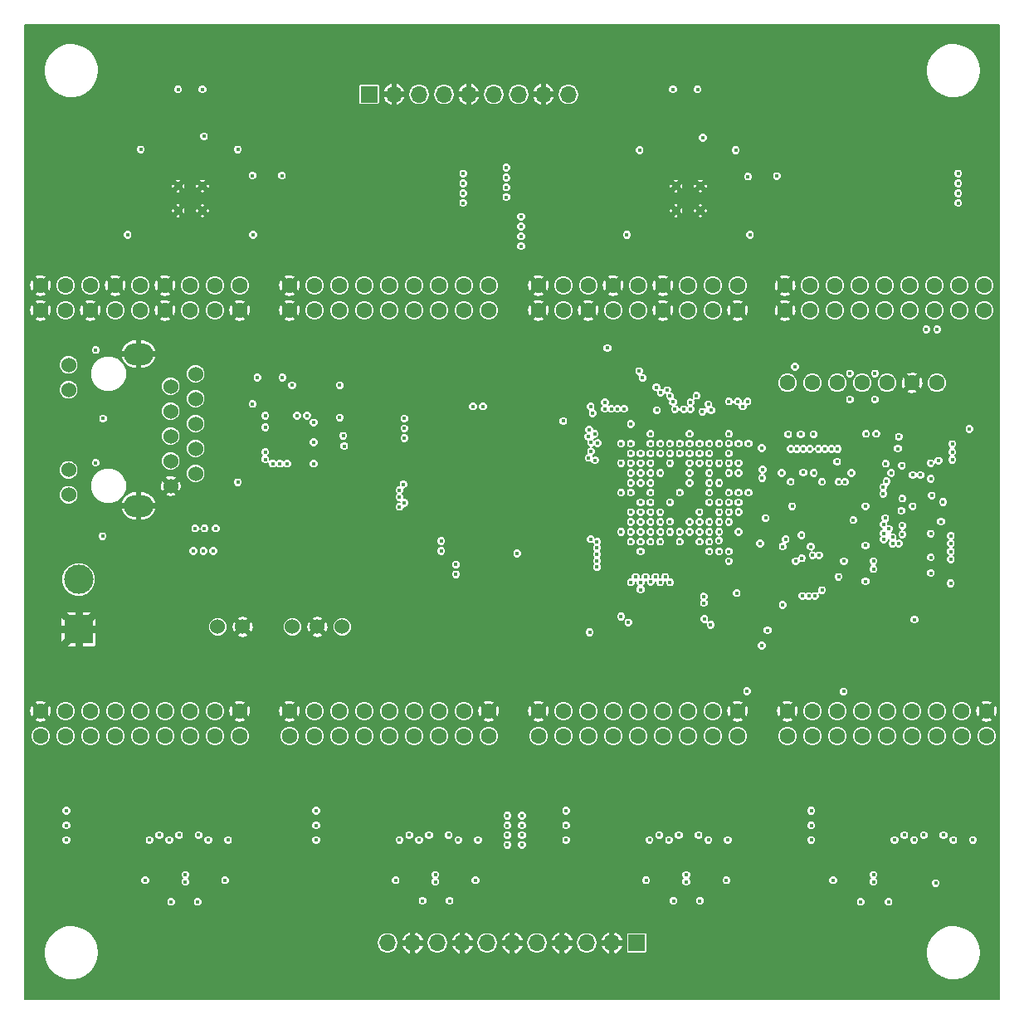
<source format=gbr>
G04 #@! TF.GenerationSoftware,KiCad,Pcbnew,5.0.2+dfsg1-1*
G04 #@! TF.CreationDate,2021-05-05T10:51:01+02:00*
G04 #@! TF.ProjectId,fpga_adda,66706761-5f61-4646-9461-2e6b69636164,rev?*
G04 #@! TF.SameCoordinates,Original*
G04 #@! TF.FileFunction,Copper,L2,Inr*
G04 #@! TF.FilePolarity,Positive*
%FSLAX46Y46*%
G04 Gerber Fmt 4.6, Leading zero omitted, Abs format (unit mm)*
G04 Created by KiCad (PCBNEW 5.0.2+dfsg1-1) date Wed 05 May 2021 10:51:01 AM CEST*
%MOMM*%
%LPD*%
G01*
G04 APERTURE LIST*
G04 #@! TA.AperFunction,ViaPad*
%ADD10R,3.000000X3.000000*%
G04 #@! TD*
G04 #@! TA.AperFunction,ViaPad*
%ADD11C,3.000000*%
G04 #@! TD*
G04 #@! TA.AperFunction,ViaPad*
%ADD12R,1.700000X1.700000*%
G04 #@! TD*
G04 #@! TA.AperFunction,ViaPad*
%ADD13O,1.700000X1.700000*%
G04 #@! TD*
G04 #@! TA.AperFunction,ViaPad*
%ADD14C,1.524000*%
G04 #@! TD*
G04 #@! TA.AperFunction,ViaPad*
%ADD15O,3.000000X2.250000*%
G04 #@! TD*
G04 #@! TA.AperFunction,ViaPad*
%ADD16C,1.600000*%
G04 #@! TD*
G04 #@! TA.AperFunction,ViaPad*
%ADD17C,0.800000*%
G04 #@! TD*
G04 #@! TA.AperFunction,ViaPad*
%ADD18C,0.450000*%
G04 #@! TD*
G04 #@! TA.AperFunction,Conductor*
%ADD19C,0.750000*%
G04 #@! TD*
G04 #@! TA.AperFunction,Conductor*
%ADD20C,0.150000*%
G04 #@! TD*
G04 APERTURE END LIST*
D10*
G04 #@! TO.N,GND*
G04 #@! TO.C,J4*
X45350000Y-102000000D03*
D11*
G04 #@! TO.N,+5V*
X45350000Y-96920000D03*
G04 #@! TD*
D12*
G04 #@! TO.N,-5VA*
G04 #@! TO.C,J2*
X75000000Y-47400000D03*
D13*
G04 #@! TO.N,GND*
X77540000Y-47400000D03*
G04 #@! TO.N,Net-(J2-Pad3)*
X80080000Y-47400000D03*
G04 #@! TO.N,Net-(J2-Pad4)*
X82620000Y-47400000D03*
G04 #@! TO.N,GND*
X85160000Y-47400000D03*
G04 #@! TO.N,Net-(J2-Pad6)*
X87700000Y-47400000D03*
G04 #@! TO.N,Net-(J2-Pad7)*
X90240000Y-47400000D03*
G04 #@! TO.N,GND*
X92780000Y-47400000D03*
G04 #@! TO.N,+5VA*
X95320000Y-47400000D03*
G04 #@! TD*
D12*
G04 #@! TO.N,-5VA*
G04 #@! TO.C,J3*
X102300000Y-134000000D03*
D13*
G04 #@! TO.N,GND*
X99760000Y-134000000D03*
G04 #@! TO.N,Net-(C84-Pad1)*
X97220000Y-134000000D03*
G04 #@! TO.N,GND*
X94680000Y-134000000D03*
G04 #@! TO.N,Net-(C85-Pad1)*
X92140000Y-134000000D03*
G04 #@! TO.N,GND*
X89600000Y-134000000D03*
G04 #@! TO.N,Net-(C88-Pad1)*
X87060000Y-134000000D03*
G04 #@! TO.N,GND*
X84520000Y-134000000D03*
G04 #@! TO.N,Net-(C89-Pad1)*
X81980000Y-134000000D03*
G04 #@! TO.N,GND*
X79440000Y-134000000D03*
G04 #@! TO.N,+5VA*
X76900000Y-134000000D03*
G04 #@! TD*
D14*
G04 #@! TO.N,+5V*
G04 #@! TO.C,U25*
X59560000Y-101750000D03*
G04 #@! TO.N,GND*
X62100000Y-101750000D03*
G04 #@! TO.N,-9V*
X67180000Y-101750000D03*
G04 #@! TO.N,GND*
X69720000Y-101750000D03*
G04 #@! TO.N,+9V*
X72260000Y-101750000D03*
G04 #@! TD*
G04 #@! TO.N,GND*
G04 #@! TO.C,U24*
X54750000Y-87365000D03*
G04 #@! TO.N,Net-(U14-Pad11)*
X57290000Y-86095000D03*
G04 #@! TO.N,Net-(U14-Pad10)*
X54750000Y-84825000D03*
G04 #@! TO.N,Net-(U14-Pad8)*
X57290000Y-83555000D03*
G04 #@! TO.N,Net-(U14-Pad7)*
X54750000Y-82285000D03*
G04 #@! TO.N,Net-(U14-Pad6)*
X57290000Y-81015000D03*
G04 #@! TO.N,Net-(U14-Pad5)*
X54750000Y-79745000D03*
G04 #@! TO.N,Net-(U14-Pad3)*
X57290000Y-78475000D03*
G04 #@! TO.N,Net-(U14-Pad2)*
X54750000Y-77205000D03*
G04 #@! TO.N,Net-(R49-Pad2)*
X57290000Y-75935000D03*
D15*
G04 #@! TO.N,GND*
X51450000Y-89395000D03*
X51450000Y-73905000D03*
D14*
G04 #@! TO.N,+3.3VA*
X44340000Y-75025000D03*
G04 #@! TO.N,Net-(R53-Pad2)*
X44340000Y-77565000D03*
G04 #@! TO.N,+3.3VA*
X44340000Y-85735000D03*
G04 #@! TO.N,Net-(R52-Pad2)*
X44340000Y-88275000D03*
G04 #@! TD*
D16*
G04 #@! TO.N,progTDO*
G04 #@! TO.C,J1*
X117690000Y-76850000D03*
G04 #@! TO.N,progTDI*
X120230000Y-76850000D03*
G04 #@! TO.N,progTCK*
X122770000Y-76850000D03*
G04 #@! TO.N,progTMS*
X125310000Y-76850000D03*
G04 #@! TO.N,+3V3*
X127850000Y-76850000D03*
G04 #@! TO.N,GND*
X130390000Y-76850000D03*
G04 #@! TO.N,Net-(J1-Pad1)*
X132930000Y-76850000D03*
G04 #@! TD*
G04 #@! TO.N,GND*
G04 #@! TO.C,x3*
X66880000Y-69456000D03*
X66880000Y-66916000D03*
G04 #@! TO.N,ad4a*
X69420000Y-69456000D03*
G04 #@! TO.N,ad5a*
X69420000Y-66916000D03*
G04 #@! TO.N,ad6a*
X71960000Y-69456000D03*
G04 #@! TO.N,ad7a*
X71960000Y-66916000D03*
G04 #@! TO.N,ad8a*
X74500000Y-69456000D03*
G04 #@! TO.N,ad9a*
X74500000Y-66916000D03*
G04 #@! TO.N,ad10a*
X77040000Y-69456000D03*
G04 #@! TO.N,ad11a*
X77040000Y-66916000D03*
G04 #@! TO.N,ad12a*
X79580000Y-69456000D03*
G04 #@! TO.N,ad13a*
X79580000Y-66916000D03*
G04 #@! TO.N,ad14a*
X82120000Y-69456000D03*
G04 #@! TO.N,ad15a*
X82120000Y-66916000D03*
G04 #@! TO.N,adOFa*
X84660000Y-69456000D03*
G04 #@! TO.N,adRNDa*
X84660000Y-66916000D03*
G04 #@! TO.N,adPGAa*
X87200000Y-69456000D03*
G04 #@! TO.N,+5V*
X87200000Y-66916000D03*
G04 #@! TD*
G04 #@! TO.N,GND*
G04 #@! TO.C,x4*
X41480000Y-69456000D03*
X41480000Y-66916000D03*
G04 #@! TO.N,adENC+a*
X44020000Y-69456000D03*
G04 #@! TO.N,adENC-a*
X44020000Y-66916000D03*
G04 #@! TO.N,GND*
X46560000Y-69456000D03*
G04 #@! TO.N,adSHa*
X46560000Y-66916000D03*
G04 #@! TO.N,adDTHa*
X49100000Y-69456000D03*
G04 #@! TO.N,GND*
X49100000Y-66916000D03*
G04 #@! TO.N,adCKO2a*
X51640000Y-69456000D03*
G04 #@! TO.N,adCKO1a*
X51640000Y-66916000D03*
G04 #@! TO.N,GND*
X54180000Y-69456000D03*
X54180000Y-66916000D03*
G04 #@! TO.N,ad0a*
X56720000Y-69456000D03*
G04 #@! TO.N,ad1a*
X56720000Y-66916000D03*
G04 #@! TO.N,ad2a*
X59260000Y-69456000D03*
G04 #@! TO.N,ad3a*
X59260000Y-66916000D03*
G04 #@! TO.N,GND*
X61800000Y-69456000D03*
G04 #@! TO.N,+5V*
X61800000Y-66916000D03*
G04 #@! TD*
G04 #@! TO.N,GND*
G04 #@! TO.C,x7*
X117440000Y-69456000D03*
X117440000Y-66916000D03*
G04 #@! TO.N,ad4b*
X119980000Y-69456000D03*
G04 #@! TO.N,ad5b*
X119980000Y-66916000D03*
G04 #@! TO.N,ad6b*
X122520000Y-69456000D03*
G04 #@! TO.N,ad7b*
X122520000Y-66916000D03*
G04 #@! TO.N,ad8b*
X125060000Y-69456000D03*
G04 #@! TO.N,ad9b*
X125060000Y-66916000D03*
G04 #@! TO.N,ad10b*
X127600000Y-69456000D03*
G04 #@! TO.N,ad11b*
X127600000Y-66916000D03*
G04 #@! TO.N,ad12b*
X130140000Y-69456000D03*
G04 #@! TO.N,ad13b*
X130140000Y-66916000D03*
G04 #@! TO.N,ad14b*
X132680000Y-69456000D03*
G04 #@! TO.N,ad15b*
X132680000Y-66916000D03*
G04 #@! TO.N,adOFb*
X135220000Y-69456000D03*
G04 #@! TO.N,adRNDb*
X135220000Y-66916000D03*
G04 #@! TO.N,adPGAb*
X137760000Y-69456000D03*
G04 #@! TO.N,+5V*
X137760000Y-66916000D03*
G04 #@! TD*
G04 #@! TO.N,GND*
G04 #@! TO.C,x8*
X92280000Y-69456000D03*
X92280000Y-66916000D03*
G04 #@! TO.N,adENC+b*
X94820000Y-69456000D03*
G04 #@! TO.N,adENC-b*
X94820000Y-66916000D03*
G04 #@! TO.N,GND*
X97360000Y-69456000D03*
G04 #@! TO.N,adSHb*
X97360000Y-66916000D03*
G04 #@! TO.N,adDTHb*
X99900000Y-69456000D03*
G04 #@! TO.N,GND*
X99900000Y-66916000D03*
G04 #@! TO.N,adCKO2b*
X102440000Y-69456000D03*
G04 #@! TO.N,adCKO1b*
X102440000Y-66916000D03*
G04 #@! TO.N,GND*
X104980000Y-69456000D03*
X104980000Y-66916000D03*
G04 #@! TO.N,ad0b*
X107520000Y-69456000D03*
G04 #@! TO.N,ad1b*
X107520000Y-66916000D03*
G04 #@! TO.N,ad2b*
X110060000Y-69456000D03*
G04 #@! TO.N,ad3b*
X110060000Y-66916000D03*
G04 #@! TO.N,GND*
X112600000Y-69456000D03*
G04 #@! TO.N,+5V*
X112600000Y-66916000D03*
G04 #@! TD*
G04 #@! TO.N,+5V*
G04 #@! TO.C,x1*
X117680000Y-112890000D03*
G04 #@! TO.N,GND*
X117680000Y-110350000D03*
G04 #@! TO.N,dc2*
X120220000Y-112890000D03*
G04 #@! TO.N,dc3*
X120220000Y-110350000D03*
G04 #@! TO.N,dc4*
X122760000Y-112890000D03*
G04 #@! TO.N,dc5*
X122760000Y-110350000D03*
G04 #@! TO.N,dc6*
X125300000Y-112890000D03*
G04 #@! TO.N,dc7*
X125300000Y-110350000D03*
G04 #@! TO.N,dc8*
X127840000Y-112890000D03*
G04 #@! TO.N,dc9*
X127840000Y-110350000D03*
G04 #@! TO.N,dc10*
X130380000Y-112890000D03*
G04 #@! TO.N,dc11*
X130380000Y-110350000D03*
G04 #@! TO.N,dc12*
X132920000Y-112890000D03*
G04 #@! TO.N,dc13*
X132920000Y-110350000D03*
G04 #@! TO.N,dc14*
X135460000Y-112890000D03*
G04 #@! TO.N,dc15*
X135460000Y-110350000D03*
G04 #@! TO.N,dcc*
X138000000Y-112890000D03*
G04 #@! TO.N,GND*
X138000000Y-110350000D03*
G04 #@! TD*
G04 #@! TO.N,+5V*
G04 #@! TO.C,x2*
X92280000Y-112890000D03*
G04 #@! TO.N,GND*
X92280000Y-110350000D03*
G04 #@! TO.N,dd2*
X94820000Y-112890000D03*
G04 #@! TO.N,dd3*
X94820000Y-110350000D03*
G04 #@! TO.N,dd4*
X97360000Y-112890000D03*
G04 #@! TO.N,dd5*
X97360000Y-110350000D03*
G04 #@! TO.N,dd6*
X99900000Y-112890000D03*
G04 #@! TO.N,dd7*
X99900000Y-110350000D03*
G04 #@! TO.N,dd8*
X102440000Y-112890000D03*
G04 #@! TO.N,dd9*
X102440000Y-110350000D03*
G04 #@! TO.N,dd10*
X104980000Y-112890000D03*
G04 #@! TO.N,dd11*
X104980000Y-110350000D03*
G04 #@! TO.N,dd12*
X107520000Y-112890000D03*
G04 #@! TO.N,dd13*
X107520000Y-110350000D03*
G04 #@! TO.N,dd14*
X110060000Y-112890000D03*
G04 #@! TO.N,dd15*
X110060000Y-110350000D03*
G04 #@! TO.N,ddc*
X112600000Y-112890000D03*
G04 #@! TO.N,GND*
X112600000Y-110350000D03*
G04 #@! TD*
G04 #@! TO.N,+5V*
G04 #@! TO.C,x5*
X41480000Y-112890000D03*
G04 #@! TO.N,GND*
X41480000Y-110350000D03*
G04 #@! TO.N,de2*
X44020000Y-112890000D03*
G04 #@! TO.N,de3*
X44020000Y-110350000D03*
G04 #@! TO.N,de4*
X46560000Y-112890000D03*
G04 #@! TO.N,de5*
X46560000Y-110350000D03*
G04 #@! TO.N,de6*
X49100000Y-112890000D03*
G04 #@! TO.N,de7*
X49100000Y-110350000D03*
G04 #@! TO.N,de8*
X51640000Y-112890000D03*
G04 #@! TO.N,de9*
X51640000Y-110350000D03*
G04 #@! TO.N,de10*
X54180000Y-112890000D03*
G04 #@! TO.N,de11*
X54180000Y-110350000D03*
G04 #@! TO.N,de12*
X56720000Y-112890000D03*
G04 #@! TO.N,de13*
X56720000Y-110350000D03*
G04 #@! TO.N,de14*
X59260000Y-112890000D03*
G04 #@! TO.N,de15*
X59260000Y-110350000D03*
G04 #@! TO.N,dec*
X61800000Y-112890000D03*
G04 #@! TO.N,GND*
X61800000Y-110350000D03*
G04 #@! TD*
G04 #@! TO.N,+5V*
G04 #@! TO.C,x6*
X66880000Y-112890000D03*
G04 #@! TO.N,GND*
X66880000Y-110350000D03*
G04 #@! TO.N,df2*
X69420000Y-112890000D03*
G04 #@! TO.N,df3*
X69420000Y-110350000D03*
G04 #@! TO.N,df4*
X71960000Y-112890000D03*
G04 #@! TO.N,df5*
X71960000Y-110350000D03*
G04 #@! TO.N,df6*
X74500000Y-112890000D03*
G04 #@! TO.N,df7*
X74500000Y-110350000D03*
G04 #@! TO.N,df8*
X77040000Y-112890000D03*
G04 #@! TO.N,df9*
X77040000Y-110350000D03*
G04 #@! TO.N,df10*
X79580000Y-112890000D03*
G04 #@! TO.N,df11*
X79580000Y-110350000D03*
G04 #@! TO.N,df12*
X82120000Y-112890000D03*
G04 #@! TO.N,df13*
X82120000Y-110350000D03*
G04 #@! TO.N,df14*
X84660000Y-112890000D03*
G04 #@! TO.N,df15*
X84660000Y-110350000D03*
G04 #@! TO.N,dfc*
X87200000Y-112890000D03*
G04 #@! TO.N,GND*
X87200000Y-110350000D03*
G04 #@! TD*
D17*
G04 #@! TO.N,GND*
G04 #@! TO.C,U6*
X108810000Y-59276000D03*
X106310000Y-59276000D03*
X106310000Y-56776000D03*
X108810000Y-56776000D03*
G04 #@! TD*
G04 #@! TO.N,GND*
G04 #@! TO.C,U5*
X58010000Y-59276000D03*
X55510000Y-59276000D03*
X55510000Y-56776000D03*
X58010000Y-56776000D03*
G04 #@! TD*
D18*
G04 #@! TO.N,GND*
X106700000Y-87050000D03*
X113700000Y-90059021D03*
X111700000Y-92049998D03*
X107700000Y-94050000D03*
X104700000Y-94050000D03*
X100695001Y-94054999D03*
X100700000Y-90050000D03*
X102700000Y-88050000D03*
X100700000Y-86050000D03*
X102700000Y-83050000D03*
X106700000Y-85050000D03*
X110700000Y-84050004D03*
X105691777Y-82050000D03*
X106695001Y-91054999D03*
X106700000Y-89050000D03*
X109700000Y-82050000D03*
X98100000Y-80550000D03*
X115450000Y-80550000D03*
X116150000Y-95550000D03*
X102950000Y-73900000D03*
X96650000Y-103150000D03*
X100750000Y-103250000D03*
X111550003Y-108299997D03*
X121100000Y-108350000D03*
X130450000Y-105750000D03*
X126500000Y-71950000D03*
X120700000Y-80000000D03*
X131250000Y-84650000D03*
X131240506Y-87050001D03*
X131250000Y-90250010D03*
X131250000Y-93450000D03*
X131250005Y-95849995D03*
X124600000Y-95400000D03*
X126450000Y-93450000D03*
X124400000Y-91750000D03*
X126450000Y-89450000D03*
X123400000Y-92050000D03*
X123600000Y-90850000D03*
X135600000Y-123000000D03*
X110600000Y-123000000D03*
X85100000Y-123000000D03*
X59600000Y-123000000D03*
X75600000Y-118850000D03*
X74600000Y-118850000D03*
X73600000Y-118850000D03*
X126100000Y-118850000D03*
X125100000Y-118850000D03*
X124100000Y-118850000D03*
X101100000Y-118850000D03*
X100100000Y-118850000D03*
X99100000Y-118850000D03*
X50090120Y-118809880D03*
X49100000Y-118809880D03*
X82100000Y-123500000D03*
X56600000Y-123500000D03*
X107600000Y-123500000D03*
X48100000Y-118809880D03*
X132600000Y-123500000D03*
X90100000Y-79250000D03*
X89100000Y-79250000D03*
X115600000Y-61500000D03*
X65600000Y-61500000D03*
X131100000Y-59500000D03*
X131100000Y-58500000D03*
X133100000Y-58500000D03*
X132100000Y-58500000D03*
X81100000Y-58500000D03*
X81100000Y-59500000D03*
X82100000Y-58500000D03*
X83100000Y-58500000D03*
X69350000Y-83900000D03*
X69350000Y-81900000D03*
X66650000Y-80200000D03*
X67399996Y-85100000D03*
X68150000Y-85100000D03*
X64400000Y-83150000D03*
X64400000Y-82150000D03*
X65650000Y-80200000D03*
X75356552Y-78415990D03*
X60075000Y-78750000D03*
X67350000Y-89000000D03*
X61600000Y-88999992D03*
X136350000Y-91350000D03*
X47200000Y-62850000D03*
X45250000Y-62850000D03*
X43400000Y-62850000D03*
X49350000Y-62850000D03*
X71250000Y-55550000D03*
X94200000Y-63200000D03*
X96100000Y-63100000D03*
X98000000Y-63100000D03*
X100100000Y-63100000D03*
X121200000Y-55500000D03*
X42200000Y-53200000D03*
X44850000Y-55500000D03*
X92800000Y-53000000D03*
X76300000Y-53000000D03*
X128650000Y-53250000D03*
X135250000Y-63150000D03*
X84850000Y-62800000D03*
X86850000Y-56550000D03*
X138550000Y-57150000D03*
X44100000Y-116300000D03*
X69400000Y-116200000D03*
X94950000Y-116300000D03*
X120050000Y-116250000D03*
X116600000Y-122000000D03*
X93050000Y-121800000D03*
X65900000Y-121900000D03*
X40750000Y-121800000D03*
X74750000Y-124450000D03*
X49500000Y-124400000D03*
X100300000Y-124300000D03*
X125500000Y-124250000D03*
X124700000Y-102100000D03*
X125800000Y-100850000D03*
X113050000Y-100750000D03*
X114300000Y-101150000D03*
X95100000Y-106500000D03*
X109600000Y-72850000D03*
X134250000Y-73400000D03*
X59500000Y-96300000D03*
X58200000Y-96300000D03*
X57200000Y-96300000D03*
X124500000Y-83600000D03*
X124200000Y-86950000D03*
X113695001Y-86049999D03*
X110700000Y-88050000D03*
X124150000Y-85150000D03*
X125000000Y-97100000D03*
X121850000Y-93250000D03*
X136400000Y-86000000D03*
X122250000Y-99700000D03*
X115050000Y-105250000D03*
X133450000Y-86500000D03*
X132750000Y-89900000D03*
X128300000Y-96400000D03*
X59100000Y-75000000D03*
X67600000Y-71500000D03*
X92100000Y-129000000D03*
X98100000Y-129000000D03*
X117100000Y-129000000D03*
X137600000Y-129000000D03*
X66600000Y-129000000D03*
X73600000Y-129000000D03*
X48600000Y-129000000D03*
X41600000Y-129000000D03*
X66900000Y-82650000D03*
G04 #@! TO.N,dc2*
X106700000Y-93050000D03*
G04 #@! TO.N,dc3*
X106700000Y-92050000D03*
G04 #@! TO.N,dc4*
X108700000Y-93050000D03*
G04 #@! TO.N,dc5*
X108700000Y-92050000D03*
G04 #@! TO.N,dc6*
X109700000Y-94050000D03*
G04 #@! TO.N,dc7*
X110700000Y-94050000D03*
G04 #@! TO.N,dc8*
X109700000Y-93050000D03*
G04 #@! TO.N,dc9*
X110685553Y-92953828D03*
G04 #@! TO.N,dc10*
X109700000Y-92050000D03*
G04 #@! TO.N,dc11*
X110700000Y-92050000D03*
G04 #@! TO.N,dc12*
X108700000Y-91050000D03*
G04 #@! TO.N,dc13*
X119200000Y-98600000D03*
G04 #@! TO.N,dc14*
X119850000Y-98600000D03*
G04 #@! TO.N,dc15*
X120500000Y-98600000D03*
G04 #@! TO.N,dd15*
X105700000Y-92050000D03*
G04 #@! TO.N,dd14*
X105700000Y-91000000D03*
G04 #@! TO.N,dd13*
X104713496Y-92053376D03*
G04 #@! TO.N,dd12*
X104700000Y-91050000D03*
G04 #@! TO.N,dd11*
X103700000Y-93050000D03*
G04 #@! TO.N,dd10*
X103700000Y-92049986D03*
G04 #@! TO.N,dd9*
X102700000Y-93050000D03*
G04 #@! TO.N,dd8*
X105699999Y-97200001D03*
G04 #@! TO.N,dd7*
X105198650Y-96651358D03*
G04 #@! TO.N,dd6*
X104700000Y-97200000D03*
G04 #@! TO.N,dd5*
X104200004Y-96650000D03*
G04 #@! TO.N,dd4*
X103729074Y-97161844D03*
G04 #@! TO.N,dd3*
X103200000Y-96649996D03*
G04 #@! TO.N,dd2*
X102700000Y-97199998D03*
G04 #@! TO.N,de15*
X103700000Y-88050000D03*
G04 #@! TO.N,de14*
X102700000Y-89050000D03*
G04 #@! TO.N,de13*
X103700000Y-87050000D03*
G04 #@! TO.N,de12*
X101700000Y-88050000D03*
G04 #@! TO.N,de11*
X102700000Y-87050002D03*
G04 #@! TO.N,de10*
X101700000Y-87050000D03*
G04 #@! TO.N,de9*
X101700000Y-85050000D03*
G04 #@! TO.N,de8*
X101700000Y-86050000D03*
G04 #@! TO.N,de7*
X102700000Y-85050000D03*
G04 #@! TO.N,de6*
X100700000Y-85050000D03*
G04 #@! TO.N,de5*
X102700000Y-84050000D03*
G04 #@! TO.N,de4*
X101700000Y-84050000D03*
G04 #@! TO.N,de3*
X103700000Y-84050000D03*
G04 #@! TO.N,de2*
X101700000Y-83050000D03*
G04 #@! TO.N,df2*
X98250000Y-93700000D03*
G04 #@! TO.N,df3*
X98250000Y-93050000D03*
G04 #@! TO.N,df4*
X98250000Y-95000020D03*
G04 #@! TO.N,df5*
X98250000Y-95650000D03*
G04 #@! TO.N,df6*
X101700000Y-90050000D03*
G04 #@! TO.N,df7*
X98250000Y-94350000D03*
G04 #@! TO.N,df8*
X101700000Y-91050000D03*
G04 #@! TO.N,df9*
X103700000Y-90050000D03*
G04 #@! TO.N,df10*
X101700000Y-92050000D03*
G04 #@! TO.N,df11*
X102700000Y-91050000D03*
G04 #@! TO.N,df12*
X101700000Y-93050000D03*
G04 #@! TO.N,df13*
X103700000Y-91050000D03*
G04 #@! TO.N,df14*
X101700000Y-97200000D03*
G04 #@! TO.N,df15*
X102700000Y-92050000D03*
G04 #@! TO.N,Net-(U9-PadT8)*
X102700000Y-97950000D03*
X97500000Y-102300000D03*
G04 #@! TO.N,+3V3*
X107700000Y-92050000D03*
X104700000Y-93050000D03*
X102699998Y-94050000D03*
X100700000Y-92050000D03*
X100700000Y-88050000D03*
X102700000Y-90050000D03*
X100700000Y-83050000D03*
X101700000Y-81050000D03*
X107700000Y-82050000D03*
X102698858Y-86051142D03*
X104700000Y-83050000D03*
X111700000Y-82050000D03*
X107700000Y-84050000D03*
X113550000Y-108300004D03*
X123400000Y-108350000D03*
X130650000Y-101000000D03*
X97600000Y-92800000D03*
X85600000Y-79250000D03*
X86600000Y-79250000D03*
X115050000Y-103650000D03*
X90100000Y-94250000D03*
G04 #@! TO.N,+2V5*
X102550000Y-75650000D03*
X102900000Y-76350000D03*
X104695001Y-90054999D03*
X107704999Y-86054999D03*
X104700000Y-86050000D03*
X103695001Y-85045001D03*
X108695001Y-90045001D03*
G04 #@! TO.N,+1V2*
X105700000Y-89050000D03*
X106700000Y-88050000D03*
X107700000Y-87050000D03*
X109150002Y-99300000D03*
X109150000Y-98650000D03*
X100699998Y-100700000D03*
X101450000Y-101300000D03*
G04 #@! TO.N,mnUDQS*
X126450000Y-95850000D03*
X122900000Y-96650000D03*
X134350000Y-94850000D03*
G04 #@! TO.N,mUDQS*
X126450000Y-95050000D03*
X119150000Y-94750000D03*
X134350000Y-94050000D03*
G04 #@! TO.N,mD10*
X118500000Y-95050000D03*
X117500000Y-92800000D03*
G04 #@! TO.N,mD8*
X117200000Y-93550000D03*
X114900000Y-93250000D03*
G04 #@! TO.N,mLDQS*
X120900000Y-94450000D03*
X129400000Y-92313524D03*
X134350000Y-93250000D03*
G04 #@! TO.N,mnLDQS*
X120250000Y-94450000D03*
X129400000Y-91415513D03*
X134350000Y-92450000D03*
G04 #@! TO.N,mD2*
X128400000Y-93250000D03*
X119100000Y-92400000D03*
G04 #@! TO.N,mD0*
X129050000Y-93250000D03*
X120050000Y-93550000D03*
G04 #@! TO.N,mnCAS*
X112703383Y-90036370D03*
X127650000Y-90650000D03*
G04 #@! TO.N,mD7*
X112700000Y-89050000D03*
X118150000Y-89450000D03*
G04 #@! TO.N,mLDM*
X127500000Y-92196023D03*
X109700000Y-89050000D03*
G04 #@! TO.N,mD6*
X111700000Y-91050000D03*
X128400002Y-92600000D03*
G04 #@! TO.N,mUDM*
X110700000Y-90050000D03*
X127500000Y-92834036D03*
G04 #@! TO.N,mnRAS*
X111700002Y-89050000D03*
X129300000Y-89900000D03*
G04 #@! TO.N,mD4*
X128028269Y-91747082D03*
X115450000Y-90650000D03*
G04 #@! TO.N,mA5*
X109700000Y-88050000D03*
X130445286Y-86254714D03*
G04 #@! TO.N,mA7*
X128950000Y-83550000D03*
X122150000Y-83600000D03*
G04 #@! TO.N,mA3*
X131259494Y-86250002D03*
X111700000Y-88050000D03*
G04 #@! TO.N,mODT*
X112700000Y-88050000D03*
X133550000Y-88999999D03*
X129400000Y-88650000D03*
G04 #@! TO.N,mA1*
X119950000Y-83600000D03*
X121200004Y-86950000D03*
G04 #@! TO.N,mnCLK*
X109700000Y-87050000D03*
X127450000Y-88150000D03*
X134500000Y-83900000D03*
G04 #@! TO.N,mA0*
X123550000Y-86950000D03*
X127700990Y-85100000D03*
G04 #@! TO.N,mBA0*
X112700002Y-86050000D03*
X125700000Y-82050000D03*
G04 #@! TO.N,mBA1*
X115100000Y-86550000D03*
X117100000Y-86050000D03*
G04 #@! TO.N,mA11*
X109700000Y-86050000D03*
X119050000Y-82100000D03*
G04 #@! TO.N,mCLK*
X134500000Y-83100000D03*
X110700000Y-87050000D03*
X127450000Y-87500000D03*
G04 #@! TO.N,mA8*
X111700000Y-85050000D03*
X117750000Y-82100000D03*
G04 #@! TO.N,mA9*
X112699996Y-85050000D03*
X126750000Y-82050002D03*
G04 #@! TO.N,mA2*
X129350000Y-85300000D03*
X122800000Y-83600000D03*
G04 #@! TO.N,mRESET*
X110700000Y-85050000D03*
X129050000Y-82350000D03*
G04 #@! TO.N,mBA2*
X121500000Y-83600000D03*
X128250000Y-86050000D03*
G04 #@! TO.N,mnWE*
X120850000Y-83600000D03*
X127800000Y-86900000D03*
G04 #@! TO.N,mCKE*
X111700000Y-84050000D03*
X115050000Y-83500000D03*
X118000000Y-83600000D03*
X118000000Y-86950000D03*
G04 #@! TO.N,mA12*
X119300000Y-83600000D03*
X120367499Y-86050000D03*
G04 #@! TO.N,mA4*
X118650000Y-83600000D03*
X119300000Y-86000000D03*
G04 #@! TO.N,mA10*
X120350000Y-82100000D03*
X122900000Y-86950000D03*
G04 #@! TO.N,+1V5*
X109200000Y-100950000D03*
X109850000Y-101550000D03*
X111699992Y-90050000D03*
X112700002Y-92050000D03*
X111700000Y-95050000D03*
X113699994Y-83050000D03*
X124050000Y-78550006D03*
X130450000Y-89450000D03*
X125650015Y-97099010D03*
X123450000Y-95050002D03*
X125650000Y-93450000D03*
X127491917Y-91298012D03*
X124399998Y-90850000D03*
X132300001Y-85050000D03*
X132300000Y-86650002D03*
X132300002Y-92250000D03*
X132300000Y-94650000D03*
X132299994Y-96250006D03*
X124050000Y-75900000D03*
X126600000Y-78550000D03*
X126600000Y-75900000D03*
X125650000Y-89450000D03*
X111700000Y-86050008D03*
X113700000Y-88050000D03*
X122750000Y-84900000D03*
X124200000Y-86050000D03*
G04 #@! TO.N,mA6*
X110700000Y-89050000D03*
X115150000Y-85700000D03*
G04 #@! TO.N,mVREF*
X109700000Y-85050000D03*
X118450000Y-75200000D03*
X133350000Y-91000000D03*
X110700000Y-91050000D03*
X133100000Y-84800000D03*
G04 #@! TO.N,cDIN*
X112500000Y-98299010D03*
X115650000Y-102100000D03*
G04 #@! TO.N,fDONE*
X111700000Y-94050000D03*
X117200000Y-99500000D03*
G04 #@! TO.N,+7.5V*
X134325000Y-97300000D03*
X136250000Y-81550000D03*
G04 #@! TO.N,adPGAb*
X113600000Y-78750000D03*
X132950000Y-71400000D03*
G04 #@! TO.N,adRNDb*
X112600000Y-78750000D03*
G04 #@! TO.N,Net-(R31-Pad1)*
X116600000Y-55750000D03*
G04 #@! TO.N,Net-(R32-Pad1)*
X113650000Y-55800000D03*
G04 #@! TO.N,adOFb*
X113100000Y-79250000D03*
X131850000Y-71400000D03*
G04 #@! TO.N,ad15b*
X111702588Y-83036640D03*
G04 #@! TO.N,ad14b*
X111700000Y-78750000D03*
G04 #@! TO.N,ad13b*
X110700000Y-83050000D03*
G04 #@! TO.N,ad12b*
X108700000Y-85050000D03*
G04 #@! TO.N,ad11b*
X109900000Y-79650000D03*
G04 #@! TO.N,ad10b*
X109700000Y-84050000D03*
G04 #@! TO.N,ad9b*
X109700000Y-83050000D03*
G04 #@! TO.N,ad8b*
X109600000Y-79050000D03*
G04 #@! TO.N,ad7b*
X108700000Y-84050000D03*
G04 #@! TO.N,ad6b*
X109000000Y-79800000D03*
G04 #@! TO.N,ad5b*
X108700000Y-83050000D03*
G04 #@! TO.N,ad4b*
X108400000Y-78150000D03*
G04 #@! TO.N,ad3b*
X107800000Y-79550000D03*
G04 #@! TO.N,ad2b*
X107800000Y-78850000D03*
G04 #@! TO.N,ad1b*
X107700000Y-85050000D03*
G04 #@! TO.N,ad0b*
X107100000Y-79550000D03*
G04 #@! TO.N,adCKO1b*
X106199998Y-79550000D03*
G04 #@! TO.N,adCKO2b*
X106000000Y-78800000D03*
G04 #@! TO.N,adDTHb*
X105400000Y-77600000D03*
G04 #@! TO.N,adSHb*
X105700000Y-78200000D03*
G04 #@! TO.N,+3.3VA*
X69350000Y-80900000D03*
X67650000Y-80200000D03*
X64400000Y-80200000D03*
X64400000Y-84649998D03*
X65900000Y-85100000D03*
X47100000Y-85000000D03*
X47100000Y-73500000D03*
X78600000Y-81500000D03*
X78600000Y-82500000D03*
X78600000Y-80500000D03*
X59350000Y-91700000D03*
X58200000Y-91700000D03*
X57250000Y-91700000D03*
G04 #@! TO.N,adENC-b*
X104750000Y-77850000D03*
G04 #@! TO.N,adENC+b*
X104300000Y-77300000D03*
G04 #@! TO.N,Net-(R30-Pad2)*
X112400000Y-53100000D03*
G04 #@! TO.N,adPGAa*
X106700000Y-83050000D03*
G04 #@! TO.N,adRNDa*
X106700000Y-84049998D03*
G04 #@! TO.N,Net-(R26-Pad1)*
X66100000Y-55700000D03*
G04 #@! TO.N,Net-(R27-Pad1)*
X63100000Y-55700000D03*
G04 #@! TO.N,adOFa*
X105700000Y-84049996D03*
G04 #@! TO.N,ad15a*
X104350000Y-79650000D03*
G04 #@! TO.N,ad14a*
X105691779Y-83050000D03*
G04 #@! TO.N,ad13a*
X105700000Y-85050000D03*
G04 #@! TO.N,ad12a*
X104700000Y-84049998D03*
G04 #@! TO.N,ad11a*
X103700000Y-82050000D03*
G04 #@! TO.N,ad10a*
X103700000Y-83050000D03*
G04 #@! TO.N,ad9a*
X103700000Y-86049994D03*
G04 #@! TO.N,ad8a*
X101000000Y-79500000D03*
G04 #@! TO.N,ad7a*
X100350000Y-79500000D03*
G04 #@! TO.N,ad6a*
X99700000Y-79500000D03*
G04 #@! TO.N,ad5a*
X99050000Y-78850000D03*
G04 #@! TO.N,ad4a*
X99050000Y-79500000D03*
G04 #@! TO.N,ad3a*
X97801757Y-79955271D03*
G04 #@! TO.N,ad2a*
X97600000Y-79250000D03*
G04 #@! TO.N,ad1a*
X98301521Y-82999201D03*
G04 #@! TO.N,ad0a*
X98006936Y-82078816D03*
G04 #@! TO.N,adCKO1a*
X97459209Y-81650001D03*
G04 #@! TO.N,adCKO2a*
X97350000Y-82350000D03*
G04 #@! TO.N,adDTHa*
X98049996Y-84750000D03*
G04 #@! TO.N,adSHa*
X97650000Y-82953977D03*
G04 #@! TO.N,adENC-a*
X97641917Y-83851988D03*
G04 #@! TO.N,adENC+a*
X97400000Y-84500000D03*
G04 #@! TO.N,Net-(R25-Pad2)*
X61600000Y-53050000D03*
G04 #@! TO.N,Net-(R21-Pad2)*
X52600000Y-123500000D03*
G04 #@! TO.N,Net-(R22-Pad2)*
X78100000Y-123500000D03*
G04 #@! TO.N,Net-(R23-Pad2)*
X54600000Y-123500000D03*
G04 #@! TO.N,Net-(R24-Pad2)*
X80100000Y-123500000D03*
G04 #@! TO.N,Net-(R17-Pad2)*
X105600000Y-123500000D03*
G04 #@! TO.N,Net-(R16-Pad2)*
X130600000Y-123500000D03*
G04 #@! TO.N,Net-(R15-Pad2)*
X103600000Y-123500000D03*
G04 #@! TO.N,Net-(R14-Pad2)*
X128600000Y-123500000D03*
G04 #@! TO.N,Net-(C35-Pad2)*
X133600000Y-123000000D03*
G04 #@! TO.N,Net-(C33-Pad1)*
X129600000Y-123000000D03*
G04 #@! TO.N,Net-(C44-Pad1)*
X81100000Y-123000000D03*
G04 #@! TO.N,Net-(C40-Pad1)*
X79100000Y-123000000D03*
G04 #@! TO.N,Net-(C37-Pad2)*
X108600000Y-123000000D03*
G04 #@! TO.N,Net-(C38-Pad1)*
X106600000Y-123000000D03*
G04 #@! TO.N,Net-(C34-Pad1)*
X104600000Y-123000000D03*
G04 #@! TO.N,Net-(C41-Pad2)*
X57600000Y-123000000D03*
G04 #@! TO.N,Net-(C39-Pad1)*
X53600000Y-123000000D03*
G04 #@! TO.N,Net-(C43-Pad1)*
X83100000Y-123000000D03*
G04 #@! TO.N,progTDO*
X112700000Y-83050000D03*
G04 #@! TO.N,dcc*
X121200000Y-98000000D03*
G04 #@! TO.N,ddc*
X107700000Y-91050000D03*
G04 #@! TO.N,dfc*
X102200000Y-96650000D03*
G04 #@! TO.N,dec*
X103700000Y-89050000D03*
G04 #@! TO.N,macRXD3*
X78100000Y-89500000D03*
G04 #@! TO.N,macRXCTL*
X78500000Y-87200000D03*
G04 #@! TO.N,Net-(R39-Pad1)*
X47800000Y-92500000D03*
G04 #@! TO.N,Net-(R38-Pad1)*
X47850000Y-80500000D03*
G04 #@! TO.N,macRXCLK*
X72000000Y-80400000D03*
G04 #@! TO.N,macRXD1*
X78100000Y-88500000D03*
X72450000Y-83300000D03*
G04 #@! TO.N,macRXD2*
X78600000Y-89100000D03*
G04 #@! TO.N,macCKO*
X107700000Y-83050000D03*
X99300000Y-73300000D03*
X72000000Y-77100000D03*
X94800000Y-80750000D03*
G04 #@! TO.N,macRXD0*
X72350000Y-82250000D03*
X78100000Y-87800008D03*
G04 #@! TO.N,+12VA*
X69350000Y-82900000D03*
X69350000Y-85100000D03*
X64400000Y-81400000D03*
X66650004Y-85100000D03*
X68650006Y-80200000D03*
X65149998Y-85100000D03*
X64400000Y-83900000D03*
X63100000Y-79000000D03*
X61600000Y-87000000D03*
X59100000Y-94000000D03*
X58100000Y-94000000D03*
X57050000Y-94000000D03*
G04 #@! TO.N,Vada*
X84600000Y-58500000D03*
X84600000Y-55500000D03*
X84600000Y-57500000D03*
X84600000Y-56500000D03*
X51700000Y-53050000D03*
X58150000Y-51700000D03*
X50350000Y-61750000D03*
X63150000Y-61750000D03*
G04 #@! TO.N,Vadb*
X135100000Y-55500000D03*
X135100000Y-56500000D03*
X135100000Y-57500000D03*
X135100000Y-58500000D03*
X102600000Y-53100000D03*
X109050000Y-51850000D03*
X101300000Y-61750000D03*
X113850000Y-61750000D03*
G04 #@! TO.N,Net-(C36-Pad2)*
X131600000Y-123000000D03*
G04 #@! TO.N,Net-(C42-Pad2)*
X55600000Y-123000000D03*
G04 #@! TO.N,Vdaf*
X69600000Y-120500000D03*
X69600000Y-123500000D03*
X69600000Y-122000000D03*
X86100000Y-123500000D03*
X84100000Y-123500000D03*
G04 #@! TO.N,Vdae*
X44100000Y-120500000D03*
X44100000Y-123500000D03*
X44100000Y-122000000D03*
X60600000Y-123500000D03*
X58600000Y-123500000D03*
G04 #@! TO.N,Vdad*
X95100000Y-120500000D03*
X95100000Y-122000000D03*
X95100000Y-123500000D03*
X111600000Y-123500000D03*
X109600000Y-123500000D03*
G04 #@! TO.N,Vdac*
X120100000Y-120500000D03*
X120100000Y-122000000D03*
X120100000Y-123500000D03*
X136600000Y-123500000D03*
X134600000Y-123500000D03*
G04 #@! TO.N,io1.5a*
X109700000Y-91050000D03*
G04 #@! TO.N,Net-(C59-Pad1)*
X67150000Y-77100000D03*
G04 #@! TO.N,Net-(C61-Pad2)*
X66150000Y-76300000D03*
G04 #@! TO.N,Net-(C60-Pad2)*
X63600000Y-76300000D03*
G04 #@! TO.N,-5VA*
X82350000Y-94000000D03*
X82350000Y-93000000D03*
X89000000Y-57900000D03*
X89000000Y-56900000D03*
X89000000Y-55900000D03*
X89000000Y-54900000D03*
X58000000Y-46900000D03*
X108500000Y-46900000D03*
X89100000Y-121000000D03*
X89100000Y-122000000D03*
X89100000Y-123000000D03*
X89100000Y-124000000D03*
X83200000Y-129700000D03*
X108750000Y-129700000D03*
X128000000Y-129800000D03*
X57500000Y-129800000D03*
G04 #@! TO.N,+5VA*
X83850000Y-95400000D03*
X83850000Y-96400000D03*
X90500000Y-60900000D03*
X90500000Y-61900000D03*
X90500000Y-62900000D03*
X90500000Y-59900000D03*
X55500000Y-46900000D03*
X106000000Y-46900000D03*
X90600000Y-121000000D03*
X90600000Y-122000000D03*
X90600000Y-123000000D03*
X90600000Y-124000000D03*
X80450000Y-129700000D03*
X106050000Y-129700000D03*
X125150000Y-129800000D03*
X54800000Y-129800000D03*
G04 #@! TO.N,Net-(RN2-Pad3)*
X132400000Y-88350000D03*
X134500000Y-84700000D03*
G04 #@! TO.N,Net-(R76-Pad1)*
X132800000Y-127900000D03*
G04 #@! TO.N,Net-(C89-Pad2)*
X52150000Y-127600000D03*
G04 #@! TO.N,Net-(C88-Pad2)*
X77700000Y-127600000D03*
G04 #@! TO.N,Net-(R88-Pad1)*
X60300000Y-127600000D03*
G04 #@! TO.N,Net-(R86-Pad1)*
X85850000Y-127600000D03*
G04 #@! TO.N,Net-(C87-Pad2)*
X56250000Y-127050000D03*
G04 #@! TO.N,Net-(C87-Pad1)*
X56250000Y-127750000D03*
G04 #@! TO.N,Net-(C86-Pad2)*
X81750000Y-127050000D03*
G04 #@! TO.N,Net-(C86-Pad1)*
X81750000Y-127750000D03*
G04 #@! TO.N,Net-(C83-Pad1)*
X126450000Y-127750000D03*
G04 #@! TO.N,Net-(C85-Pad2)*
X122350000Y-127600000D03*
G04 #@! TO.N,Net-(C84-Pad2)*
X103250000Y-127600000D03*
G04 #@! TO.N,Net-(C82-Pad1)*
X107350000Y-127750000D03*
G04 #@! TO.N,Net-(C83-Pad2)*
X126450000Y-127050000D03*
G04 #@! TO.N,Net-(C82-Pad2)*
X107350000Y-127050000D03*
G04 #@! TO.N,Net-(R74-Pad1)*
X111450000Y-127600000D03*
G04 #@! TD*
D19*
G04 #@! TO.N,GND*
X45350000Y-102000000D02*
X47600000Y-102000000D01*
X47600000Y-102000000D02*
X48100000Y-102000000D01*
X45350000Y-102000000D02*
X47400000Y-99950000D01*
X45350000Y-102000000D02*
X45350000Y-99550000D01*
X45350000Y-102000000D02*
X42750000Y-102000000D01*
X45350000Y-102000000D02*
X43300000Y-104050000D01*
X45350000Y-102000000D02*
X45350000Y-104250000D01*
X45350000Y-104250000D02*
X45350000Y-104700000D01*
X45350000Y-102000000D02*
X43250000Y-99900000D01*
G04 #@! TD*
D20*
G04 #@! TO.N,GND*
G36*
X139300001Y-139700000D02*
X39900000Y-139700000D01*
X39900000Y-134646560D01*
X41802237Y-134646560D01*
X41802237Y-135353440D01*
X41978030Y-136038111D01*
X42318572Y-136657554D01*
X42802464Y-137172847D01*
X43399302Y-137551612D01*
X44071585Y-137770050D01*
X44777069Y-137814435D01*
X45471428Y-137681979D01*
X46111032Y-137381005D01*
X46655692Y-136930423D01*
X47071185Y-136358545D01*
X47331405Y-135701305D01*
X47420000Y-135000000D01*
X47331405Y-134298695D01*
X47213144Y-134000000D01*
X75803940Y-134000000D01*
X75887373Y-134419444D01*
X76124969Y-134775031D01*
X76480556Y-135012627D01*
X76794125Y-135075000D01*
X77005875Y-135075000D01*
X77319444Y-135012627D01*
X77675031Y-134775031D01*
X77912627Y-134419444D01*
X77924756Y-134358464D01*
X78320996Y-134358464D01*
X78543353Y-134759402D01*
X78902217Y-135044728D01*
X79081539Y-135118986D01*
X79261000Y-135079003D01*
X79261000Y-134179000D01*
X79619000Y-134179000D01*
X79619000Y-135079003D01*
X79798461Y-135118986D01*
X79977783Y-135044728D01*
X80336647Y-134759402D01*
X80559004Y-134358464D01*
X80520053Y-134179000D01*
X79619000Y-134179000D01*
X79261000Y-134179000D01*
X78359947Y-134179000D01*
X78320996Y-134358464D01*
X77924756Y-134358464D01*
X77996060Y-134000000D01*
X80883940Y-134000000D01*
X80967373Y-134419444D01*
X81204969Y-134775031D01*
X81560556Y-135012627D01*
X81874125Y-135075000D01*
X82085875Y-135075000D01*
X82399444Y-135012627D01*
X82755031Y-134775031D01*
X82992627Y-134419444D01*
X83004756Y-134358464D01*
X83400996Y-134358464D01*
X83623353Y-134759402D01*
X83982217Y-135044728D01*
X84161539Y-135118986D01*
X84341000Y-135079003D01*
X84341000Y-134179000D01*
X84699000Y-134179000D01*
X84699000Y-135079003D01*
X84878461Y-135118986D01*
X85057783Y-135044728D01*
X85416647Y-134759402D01*
X85639004Y-134358464D01*
X85600053Y-134179000D01*
X84699000Y-134179000D01*
X84341000Y-134179000D01*
X83439947Y-134179000D01*
X83400996Y-134358464D01*
X83004756Y-134358464D01*
X83076060Y-134000000D01*
X85963940Y-134000000D01*
X86047373Y-134419444D01*
X86284969Y-134775031D01*
X86640556Y-135012627D01*
X86954125Y-135075000D01*
X87165875Y-135075000D01*
X87479444Y-135012627D01*
X87835031Y-134775031D01*
X88072627Y-134419444D01*
X88084756Y-134358464D01*
X88480996Y-134358464D01*
X88703353Y-134759402D01*
X89062217Y-135044728D01*
X89241539Y-135118986D01*
X89421000Y-135079003D01*
X89421000Y-134179000D01*
X89779000Y-134179000D01*
X89779000Y-135079003D01*
X89958461Y-135118986D01*
X90137783Y-135044728D01*
X90496647Y-134759402D01*
X90719004Y-134358464D01*
X90680053Y-134179000D01*
X89779000Y-134179000D01*
X89421000Y-134179000D01*
X88519947Y-134179000D01*
X88480996Y-134358464D01*
X88084756Y-134358464D01*
X88156060Y-134000000D01*
X91043940Y-134000000D01*
X91127373Y-134419444D01*
X91364969Y-134775031D01*
X91720556Y-135012627D01*
X92034125Y-135075000D01*
X92245875Y-135075000D01*
X92559444Y-135012627D01*
X92915031Y-134775031D01*
X93152627Y-134419444D01*
X93164756Y-134358464D01*
X93560996Y-134358464D01*
X93783353Y-134759402D01*
X94142217Y-135044728D01*
X94321539Y-135118986D01*
X94501000Y-135079003D01*
X94501000Y-134179000D01*
X94859000Y-134179000D01*
X94859000Y-135079003D01*
X95038461Y-135118986D01*
X95217783Y-135044728D01*
X95576647Y-134759402D01*
X95799004Y-134358464D01*
X95760053Y-134179000D01*
X94859000Y-134179000D01*
X94501000Y-134179000D01*
X93599947Y-134179000D01*
X93560996Y-134358464D01*
X93164756Y-134358464D01*
X93236060Y-134000000D01*
X96123940Y-134000000D01*
X96207373Y-134419444D01*
X96444969Y-134775031D01*
X96800556Y-135012627D01*
X97114125Y-135075000D01*
X97325875Y-135075000D01*
X97639444Y-135012627D01*
X97995031Y-134775031D01*
X98232627Y-134419444D01*
X98244756Y-134358464D01*
X98640996Y-134358464D01*
X98863353Y-134759402D01*
X99222217Y-135044728D01*
X99401539Y-135118986D01*
X99581000Y-135079003D01*
X99581000Y-134179000D01*
X99939000Y-134179000D01*
X99939000Y-135079003D01*
X100118461Y-135118986D01*
X100297783Y-135044728D01*
X100656647Y-134759402D01*
X100879004Y-134358464D01*
X100840053Y-134179000D01*
X99939000Y-134179000D01*
X99581000Y-134179000D01*
X98679947Y-134179000D01*
X98640996Y-134358464D01*
X98244756Y-134358464D01*
X98316060Y-134000000D01*
X98244757Y-133641536D01*
X98640996Y-133641536D01*
X98679947Y-133821000D01*
X99581000Y-133821000D01*
X99581000Y-132920997D01*
X99939000Y-132920997D01*
X99939000Y-133821000D01*
X100840053Y-133821000D01*
X100879004Y-133641536D01*
X100656647Y-133240598D01*
X100542699Y-133150000D01*
X101220592Y-133150000D01*
X101220592Y-134850000D01*
X101238055Y-134937791D01*
X101287784Y-135012216D01*
X101362209Y-135061945D01*
X101450000Y-135079408D01*
X103150000Y-135079408D01*
X103237791Y-135061945D01*
X103312216Y-135012216D01*
X103361945Y-134937791D01*
X103379408Y-134850000D01*
X103379408Y-134646560D01*
X131802237Y-134646560D01*
X131802237Y-135353440D01*
X131978030Y-136038111D01*
X132318572Y-136657554D01*
X132802464Y-137172847D01*
X133399302Y-137551612D01*
X134071585Y-137770050D01*
X134777069Y-137814435D01*
X135471428Y-137681979D01*
X136111032Y-137381005D01*
X136655692Y-136930423D01*
X137071185Y-136358545D01*
X137331405Y-135701305D01*
X137420000Y-135000000D01*
X137331405Y-134298695D01*
X137071185Y-133641455D01*
X136655692Y-133069577D01*
X136111032Y-132618995D01*
X135471428Y-132318021D01*
X134777069Y-132185565D01*
X134071585Y-132229950D01*
X133399302Y-132448388D01*
X132802464Y-132827153D01*
X132318572Y-133342446D01*
X131978030Y-133961889D01*
X131802237Y-134646560D01*
X103379408Y-134646560D01*
X103379408Y-133150000D01*
X103361945Y-133062209D01*
X103312216Y-132987784D01*
X103237791Y-132938055D01*
X103150000Y-132920592D01*
X101450000Y-132920592D01*
X101362209Y-132938055D01*
X101287784Y-132987784D01*
X101238055Y-133062209D01*
X101220592Y-133150000D01*
X100542699Y-133150000D01*
X100297783Y-132955272D01*
X100118461Y-132881014D01*
X99939000Y-132920997D01*
X99581000Y-132920997D01*
X99401539Y-132881014D01*
X99222217Y-132955272D01*
X98863353Y-133240598D01*
X98640996Y-133641536D01*
X98244757Y-133641536D01*
X98232627Y-133580556D01*
X97995031Y-133224969D01*
X97639444Y-132987373D01*
X97325875Y-132925000D01*
X97114125Y-132925000D01*
X96800556Y-132987373D01*
X96444969Y-133224969D01*
X96207373Y-133580556D01*
X96123940Y-134000000D01*
X93236060Y-134000000D01*
X93164757Y-133641536D01*
X93560996Y-133641536D01*
X93599947Y-133821000D01*
X94501000Y-133821000D01*
X94501000Y-132920997D01*
X94859000Y-132920997D01*
X94859000Y-133821000D01*
X95760053Y-133821000D01*
X95799004Y-133641536D01*
X95576647Y-133240598D01*
X95217783Y-132955272D01*
X95038461Y-132881014D01*
X94859000Y-132920997D01*
X94501000Y-132920997D01*
X94321539Y-132881014D01*
X94142217Y-132955272D01*
X93783353Y-133240598D01*
X93560996Y-133641536D01*
X93164757Y-133641536D01*
X93152627Y-133580556D01*
X92915031Y-133224969D01*
X92559444Y-132987373D01*
X92245875Y-132925000D01*
X92034125Y-132925000D01*
X91720556Y-132987373D01*
X91364969Y-133224969D01*
X91127373Y-133580556D01*
X91043940Y-134000000D01*
X88156060Y-134000000D01*
X88084757Y-133641536D01*
X88480996Y-133641536D01*
X88519947Y-133821000D01*
X89421000Y-133821000D01*
X89421000Y-132920997D01*
X89779000Y-132920997D01*
X89779000Y-133821000D01*
X90680053Y-133821000D01*
X90719004Y-133641536D01*
X90496647Y-133240598D01*
X90137783Y-132955272D01*
X89958461Y-132881014D01*
X89779000Y-132920997D01*
X89421000Y-132920997D01*
X89241539Y-132881014D01*
X89062217Y-132955272D01*
X88703353Y-133240598D01*
X88480996Y-133641536D01*
X88084757Y-133641536D01*
X88072627Y-133580556D01*
X87835031Y-133224969D01*
X87479444Y-132987373D01*
X87165875Y-132925000D01*
X86954125Y-132925000D01*
X86640556Y-132987373D01*
X86284969Y-133224969D01*
X86047373Y-133580556D01*
X85963940Y-134000000D01*
X83076060Y-134000000D01*
X83004757Y-133641536D01*
X83400996Y-133641536D01*
X83439947Y-133821000D01*
X84341000Y-133821000D01*
X84341000Y-132920997D01*
X84699000Y-132920997D01*
X84699000Y-133821000D01*
X85600053Y-133821000D01*
X85639004Y-133641536D01*
X85416647Y-133240598D01*
X85057783Y-132955272D01*
X84878461Y-132881014D01*
X84699000Y-132920997D01*
X84341000Y-132920997D01*
X84161539Y-132881014D01*
X83982217Y-132955272D01*
X83623353Y-133240598D01*
X83400996Y-133641536D01*
X83004757Y-133641536D01*
X82992627Y-133580556D01*
X82755031Y-133224969D01*
X82399444Y-132987373D01*
X82085875Y-132925000D01*
X81874125Y-132925000D01*
X81560556Y-132987373D01*
X81204969Y-133224969D01*
X80967373Y-133580556D01*
X80883940Y-134000000D01*
X77996060Y-134000000D01*
X77924757Y-133641536D01*
X78320996Y-133641536D01*
X78359947Y-133821000D01*
X79261000Y-133821000D01*
X79261000Y-132920997D01*
X79619000Y-132920997D01*
X79619000Y-133821000D01*
X80520053Y-133821000D01*
X80559004Y-133641536D01*
X80336647Y-133240598D01*
X79977783Y-132955272D01*
X79798461Y-132881014D01*
X79619000Y-132920997D01*
X79261000Y-132920997D01*
X79081539Y-132881014D01*
X78902217Y-132955272D01*
X78543353Y-133240598D01*
X78320996Y-133641536D01*
X77924757Y-133641536D01*
X77912627Y-133580556D01*
X77675031Y-133224969D01*
X77319444Y-132987373D01*
X77005875Y-132925000D01*
X76794125Y-132925000D01*
X76480556Y-132987373D01*
X76124969Y-133224969D01*
X75887373Y-133580556D01*
X75803940Y-134000000D01*
X47213144Y-134000000D01*
X47071185Y-133641455D01*
X46655692Y-133069577D01*
X46111032Y-132618995D01*
X45471428Y-132318021D01*
X44777069Y-132185565D01*
X44071585Y-132229950D01*
X43399302Y-132448388D01*
X42802464Y-132827153D01*
X42318572Y-133342446D01*
X41978030Y-133961889D01*
X41802237Y-134646560D01*
X39900000Y-134646560D01*
X39900000Y-129704721D01*
X54321000Y-129704721D01*
X54321000Y-129895279D01*
X54393924Y-130071332D01*
X54528668Y-130206076D01*
X54704721Y-130279000D01*
X54895279Y-130279000D01*
X55071332Y-130206076D01*
X55206076Y-130071332D01*
X55279000Y-129895279D01*
X55279000Y-129704721D01*
X57021000Y-129704721D01*
X57021000Y-129895279D01*
X57093924Y-130071332D01*
X57228668Y-130206076D01*
X57404721Y-130279000D01*
X57595279Y-130279000D01*
X57771332Y-130206076D01*
X57906076Y-130071332D01*
X57979000Y-129895279D01*
X57979000Y-129704721D01*
X57937579Y-129604721D01*
X79971000Y-129604721D01*
X79971000Y-129795279D01*
X80043924Y-129971332D01*
X80178668Y-130106076D01*
X80354721Y-130179000D01*
X80545279Y-130179000D01*
X80721332Y-130106076D01*
X80856076Y-129971332D01*
X80929000Y-129795279D01*
X80929000Y-129604721D01*
X82721000Y-129604721D01*
X82721000Y-129795279D01*
X82793924Y-129971332D01*
X82928668Y-130106076D01*
X83104721Y-130179000D01*
X83295279Y-130179000D01*
X83471332Y-130106076D01*
X83606076Y-129971332D01*
X83679000Y-129795279D01*
X83679000Y-129604721D01*
X105571000Y-129604721D01*
X105571000Y-129795279D01*
X105643924Y-129971332D01*
X105778668Y-130106076D01*
X105954721Y-130179000D01*
X106145279Y-130179000D01*
X106321332Y-130106076D01*
X106456076Y-129971332D01*
X106529000Y-129795279D01*
X106529000Y-129604721D01*
X108271000Y-129604721D01*
X108271000Y-129795279D01*
X108343924Y-129971332D01*
X108478668Y-130106076D01*
X108654721Y-130179000D01*
X108845279Y-130179000D01*
X109021332Y-130106076D01*
X109156076Y-129971332D01*
X109229000Y-129795279D01*
X109229000Y-129704721D01*
X124671000Y-129704721D01*
X124671000Y-129895279D01*
X124743924Y-130071332D01*
X124878668Y-130206076D01*
X125054721Y-130279000D01*
X125245279Y-130279000D01*
X125421332Y-130206076D01*
X125556076Y-130071332D01*
X125629000Y-129895279D01*
X125629000Y-129704721D01*
X127521000Y-129704721D01*
X127521000Y-129895279D01*
X127593924Y-130071332D01*
X127728668Y-130206076D01*
X127904721Y-130279000D01*
X128095279Y-130279000D01*
X128271332Y-130206076D01*
X128406076Y-130071332D01*
X128479000Y-129895279D01*
X128479000Y-129704721D01*
X128406076Y-129528668D01*
X128271332Y-129393924D01*
X128095279Y-129321000D01*
X127904721Y-129321000D01*
X127728668Y-129393924D01*
X127593924Y-129528668D01*
X127521000Y-129704721D01*
X125629000Y-129704721D01*
X125556076Y-129528668D01*
X125421332Y-129393924D01*
X125245279Y-129321000D01*
X125054721Y-129321000D01*
X124878668Y-129393924D01*
X124743924Y-129528668D01*
X124671000Y-129704721D01*
X109229000Y-129704721D01*
X109229000Y-129604721D01*
X109156076Y-129428668D01*
X109021332Y-129293924D01*
X108845279Y-129221000D01*
X108654721Y-129221000D01*
X108478668Y-129293924D01*
X108343924Y-129428668D01*
X108271000Y-129604721D01*
X106529000Y-129604721D01*
X106456076Y-129428668D01*
X106321332Y-129293924D01*
X106145279Y-129221000D01*
X105954721Y-129221000D01*
X105778668Y-129293924D01*
X105643924Y-129428668D01*
X105571000Y-129604721D01*
X83679000Y-129604721D01*
X83606076Y-129428668D01*
X83471332Y-129293924D01*
X83295279Y-129221000D01*
X83104721Y-129221000D01*
X82928668Y-129293924D01*
X82793924Y-129428668D01*
X82721000Y-129604721D01*
X80929000Y-129604721D01*
X80856076Y-129428668D01*
X80721332Y-129293924D01*
X80545279Y-129221000D01*
X80354721Y-129221000D01*
X80178668Y-129293924D01*
X80043924Y-129428668D01*
X79971000Y-129604721D01*
X57937579Y-129604721D01*
X57906076Y-129528668D01*
X57771332Y-129393924D01*
X57595279Y-129321000D01*
X57404721Y-129321000D01*
X57228668Y-129393924D01*
X57093924Y-129528668D01*
X57021000Y-129704721D01*
X55279000Y-129704721D01*
X55206076Y-129528668D01*
X55071332Y-129393924D01*
X54895279Y-129321000D01*
X54704721Y-129321000D01*
X54528668Y-129393924D01*
X54393924Y-129528668D01*
X54321000Y-129704721D01*
X39900000Y-129704721D01*
X39900000Y-127504721D01*
X51671000Y-127504721D01*
X51671000Y-127695279D01*
X51743924Y-127871332D01*
X51878668Y-128006076D01*
X52054721Y-128079000D01*
X52245279Y-128079000D01*
X52421332Y-128006076D01*
X52556076Y-127871332D01*
X52629000Y-127695279D01*
X52629000Y-127504721D01*
X52556076Y-127328668D01*
X52421332Y-127193924D01*
X52245279Y-127121000D01*
X52054721Y-127121000D01*
X51878668Y-127193924D01*
X51743924Y-127328668D01*
X51671000Y-127504721D01*
X39900000Y-127504721D01*
X39900000Y-126954721D01*
X55771000Y-126954721D01*
X55771000Y-127145279D01*
X55843924Y-127321332D01*
X55922592Y-127400000D01*
X55843924Y-127478668D01*
X55771000Y-127654721D01*
X55771000Y-127845279D01*
X55843924Y-128021332D01*
X55978668Y-128156076D01*
X56154721Y-128229000D01*
X56345279Y-128229000D01*
X56521332Y-128156076D01*
X56656076Y-128021332D01*
X56729000Y-127845279D01*
X56729000Y-127654721D01*
X56666868Y-127504721D01*
X59821000Y-127504721D01*
X59821000Y-127695279D01*
X59893924Y-127871332D01*
X60028668Y-128006076D01*
X60204721Y-128079000D01*
X60395279Y-128079000D01*
X60571332Y-128006076D01*
X60706076Y-127871332D01*
X60779000Y-127695279D01*
X60779000Y-127504721D01*
X77221000Y-127504721D01*
X77221000Y-127695279D01*
X77293924Y-127871332D01*
X77428668Y-128006076D01*
X77604721Y-128079000D01*
X77795279Y-128079000D01*
X77971332Y-128006076D01*
X78106076Y-127871332D01*
X78179000Y-127695279D01*
X78179000Y-127504721D01*
X78106076Y-127328668D01*
X77971332Y-127193924D01*
X77795279Y-127121000D01*
X77604721Y-127121000D01*
X77428668Y-127193924D01*
X77293924Y-127328668D01*
X77221000Y-127504721D01*
X60779000Y-127504721D01*
X60706076Y-127328668D01*
X60571332Y-127193924D01*
X60395279Y-127121000D01*
X60204721Y-127121000D01*
X60028668Y-127193924D01*
X59893924Y-127328668D01*
X59821000Y-127504721D01*
X56666868Y-127504721D01*
X56656076Y-127478668D01*
X56577408Y-127400000D01*
X56656076Y-127321332D01*
X56729000Y-127145279D01*
X56729000Y-126954721D01*
X81271000Y-126954721D01*
X81271000Y-127145279D01*
X81343924Y-127321332D01*
X81422592Y-127400000D01*
X81343924Y-127478668D01*
X81271000Y-127654721D01*
X81271000Y-127845279D01*
X81343924Y-128021332D01*
X81478668Y-128156076D01*
X81654721Y-128229000D01*
X81845279Y-128229000D01*
X82021332Y-128156076D01*
X82156076Y-128021332D01*
X82229000Y-127845279D01*
X82229000Y-127654721D01*
X82166868Y-127504721D01*
X85371000Y-127504721D01*
X85371000Y-127695279D01*
X85443924Y-127871332D01*
X85578668Y-128006076D01*
X85754721Y-128079000D01*
X85945279Y-128079000D01*
X86121332Y-128006076D01*
X86256076Y-127871332D01*
X86329000Y-127695279D01*
X86329000Y-127504721D01*
X102771000Y-127504721D01*
X102771000Y-127695279D01*
X102843924Y-127871332D01*
X102978668Y-128006076D01*
X103154721Y-128079000D01*
X103345279Y-128079000D01*
X103521332Y-128006076D01*
X103656076Y-127871332D01*
X103729000Y-127695279D01*
X103729000Y-127504721D01*
X103656076Y-127328668D01*
X103521332Y-127193924D01*
X103345279Y-127121000D01*
X103154721Y-127121000D01*
X102978668Y-127193924D01*
X102843924Y-127328668D01*
X102771000Y-127504721D01*
X86329000Y-127504721D01*
X86256076Y-127328668D01*
X86121332Y-127193924D01*
X85945279Y-127121000D01*
X85754721Y-127121000D01*
X85578668Y-127193924D01*
X85443924Y-127328668D01*
X85371000Y-127504721D01*
X82166868Y-127504721D01*
X82156076Y-127478668D01*
X82077408Y-127400000D01*
X82156076Y-127321332D01*
X82229000Y-127145279D01*
X82229000Y-126954721D01*
X106871000Y-126954721D01*
X106871000Y-127145279D01*
X106943924Y-127321332D01*
X107022592Y-127400000D01*
X106943924Y-127478668D01*
X106871000Y-127654721D01*
X106871000Y-127845279D01*
X106943924Y-128021332D01*
X107078668Y-128156076D01*
X107254721Y-128229000D01*
X107445279Y-128229000D01*
X107621332Y-128156076D01*
X107756076Y-128021332D01*
X107829000Y-127845279D01*
X107829000Y-127654721D01*
X107766868Y-127504721D01*
X110971000Y-127504721D01*
X110971000Y-127695279D01*
X111043924Y-127871332D01*
X111178668Y-128006076D01*
X111354721Y-128079000D01*
X111545279Y-128079000D01*
X111721332Y-128006076D01*
X111856076Y-127871332D01*
X111929000Y-127695279D01*
X111929000Y-127504721D01*
X121871000Y-127504721D01*
X121871000Y-127695279D01*
X121943924Y-127871332D01*
X122078668Y-128006076D01*
X122254721Y-128079000D01*
X122445279Y-128079000D01*
X122621332Y-128006076D01*
X122756076Y-127871332D01*
X122829000Y-127695279D01*
X122829000Y-127504721D01*
X122756076Y-127328668D01*
X122621332Y-127193924D01*
X122445279Y-127121000D01*
X122254721Y-127121000D01*
X122078668Y-127193924D01*
X121943924Y-127328668D01*
X121871000Y-127504721D01*
X111929000Y-127504721D01*
X111856076Y-127328668D01*
X111721332Y-127193924D01*
X111545279Y-127121000D01*
X111354721Y-127121000D01*
X111178668Y-127193924D01*
X111043924Y-127328668D01*
X110971000Y-127504721D01*
X107766868Y-127504721D01*
X107756076Y-127478668D01*
X107677408Y-127400000D01*
X107756076Y-127321332D01*
X107829000Y-127145279D01*
X107829000Y-126954721D01*
X125971000Y-126954721D01*
X125971000Y-127145279D01*
X126043924Y-127321332D01*
X126122592Y-127400000D01*
X126043924Y-127478668D01*
X125971000Y-127654721D01*
X125971000Y-127845279D01*
X126043924Y-128021332D01*
X126178668Y-128156076D01*
X126354721Y-128229000D01*
X126545279Y-128229000D01*
X126721332Y-128156076D01*
X126856076Y-128021332D01*
X126929000Y-127845279D01*
X126929000Y-127804721D01*
X132321000Y-127804721D01*
X132321000Y-127995279D01*
X132393924Y-128171332D01*
X132528668Y-128306076D01*
X132704721Y-128379000D01*
X132895279Y-128379000D01*
X133071332Y-128306076D01*
X133206076Y-128171332D01*
X133279000Y-127995279D01*
X133279000Y-127804721D01*
X133206076Y-127628668D01*
X133071332Y-127493924D01*
X132895279Y-127421000D01*
X132704721Y-127421000D01*
X132528668Y-127493924D01*
X132393924Y-127628668D01*
X132321000Y-127804721D01*
X126929000Y-127804721D01*
X126929000Y-127654721D01*
X126856076Y-127478668D01*
X126777408Y-127400000D01*
X126856076Y-127321332D01*
X126929000Y-127145279D01*
X126929000Y-126954721D01*
X126856076Y-126778668D01*
X126721332Y-126643924D01*
X126545279Y-126571000D01*
X126354721Y-126571000D01*
X126178668Y-126643924D01*
X126043924Y-126778668D01*
X125971000Y-126954721D01*
X107829000Y-126954721D01*
X107756076Y-126778668D01*
X107621332Y-126643924D01*
X107445279Y-126571000D01*
X107254721Y-126571000D01*
X107078668Y-126643924D01*
X106943924Y-126778668D01*
X106871000Y-126954721D01*
X82229000Y-126954721D01*
X82156076Y-126778668D01*
X82021332Y-126643924D01*
X81845279Y-126571000D01*
X81654721Y-126571000D01*
X81478668Y-126643924D01*
X81343924Y-126778668D01*
X81271000Y-126954721D01*
X56729000Y-126954721D01*
X56656076Y-126778668D01*
X56521332Y-126643924D01*
X56345279Y-126571000D01*
X56154721Y-126571000D01*
X55978668Y-126643924D01*
X55843924Y-126778668D01*
X55771000Y-126954721D01*
X39900000Y-126954721D01*
X39900000Y-123404721D01*
X43621000Y-123404721D01*
X43621000Y-123595279D01*
X43693924Y-123771332D01*
X43828668Y-123906076D01*
X44004721Y-123979000D01*
X44195279Y-123979000D01*
X44371332Y-123906076D01*
X44506076Y-123771332D01*
X44579000Y-123595279D01*
X44579000Y-123404721D01*
X52121000Y-123404721D01*
X52121000Y-123595279D01*
X52193924Y-123771332D01*
X52328668Y-123906076D01*
X52504721Y-123979000D01*
X52695279Y-123979000D01*
X52871332Y-123906076D01*
X53006076Y-123771332D01*
X53079000Y-123595279D01*
X53079000Y-123404721D01*
X53006076Y-123228668D01*
X52871332Y-123093924D01*
X52695279Y-123021000D01*
X52504721Y-123021000D01*
X52328668Y-123093924D01*
X52193924Y-123228668D01*
X52121000Y-123404721D01*
X44579000Y-123404721D01*
X44506076Y-123228668D01*
X44371332Y-123093924D01*
X44195279Y-123021000D01*
X44004721Y-123021000D01*
X43828668Y-123093924D01*
X43693924Y-123228668D01*
X43621000Y-123404721D01*
X39900000Y-123404721D01*
X39900000Y-122904721D01*
X53121000Y-122904721D01*
X53121000Y-123095279D01*
X53193924Y-123271332D01*
X53328668Y-123406076D01*
X53504721Y-123479000D01*
X53695279Y-123479000D01*
X53871332Y-123406076D01*
X53872687Y-123404721D01*
X54121000Y-123404721D01*
X54121000Y-123595279D01*
X54193924Y-123771332D01*
X54328668Y-123906076D01*
X54504721Y-123979000D01*
X54695279Y-123979000D01*
X54871332Y-123906076D01*
X55006076Y-123771332D01*
X55079000Y-123595279D01*
X55079000Y-123404721D01*
X55006076Y-123228668D01*
X54871332Y-123093924D01*
X54695279Y-123021000D01*
X54504721Y-123021000D01*
X54328668Y-123093924D01*
X54193924Y-123228668D01*
X54121000Y-123404721D01*
X53872687Y-123404721D01*
X54006076Y-123271332D01*
X54079000Y-123095279D01*
X54079000Y-122904721D01*
X55121000Y-122904721D01*
X55121000Y-123095279D01*
X55193924Y-123271332D01*
X55328668Y-123406076D01*
X55504721Y-123479000D01*
X55695279Y-123479000D01*
X55871332Y-123406076D01*
X56006076Y-123271332D01*
X56079000Y-123095279D01*
X56079000Y-122904721D01*
X57121000Y-122904721D01*
X57121000Y-123095279D01*
X57193924Y-123271332D01*
X57328668Y-123406076D01*
X57504721Y-123479000D01*
X57695279Y-123479000D01*
X57871332Y-123406076D01*
X57872687Y-123404721D01*
X58121000Y-123404721D01*
X58121000Y-123595279D01*
X58193924Y-123771332D01*
X58328668Y-123906076D01*
X58504721Y-123979000D01*
X58695279Y-123979000D01*
X58871332Y-123906076D01*
X59006076Y-123771332D01*
X59079000Y-123595279D01*
X59079000Y-123404721D01*
X60121000Y-123404721D01*
X60121000Y-123595279D01*
X60193924Y-123771332D01*
X60328668Y-123906076D01*
X60504721Y-123979000D01*
X60695279Y-123979000D01*
X60871332Y-123906076D01*
X61006076Y-123771332D01*
X61079000Y-123595279D01*
X61079000Y-123404721D01*
X69121000Y-123404721D01*
X69121000Y-123595279D01*
X69193924Y-123771332D01*
X69328668Y-123906076D01*
X69504721Y-123979000D01*
X69695279Y-123979000D01*
X69871332Y-123906076D01*
X70006076Y-123771332D01*
X70079000Y-123595279D01*
X70079000Y-123404721D01*
X77621000Y-123404721D01*
X77621000Y-123595279D01*
X77693924Y-123771332D01*
X77828668Y-123906076D01*
X78004721Y-123979000D01*
X78195279Y-123979000D01*
X78371332Y-123906076D01*
X78506076Y-123771332D01*
X78579000Y-123595279D01*
X78579000Y-123404721D01*
X78506076Y-123228668D01*
X78371332Y-123093924D01*
X78195279Y-123021000D01*
X78004721Y-123021000D01*
X77828668Y-123093924D01*
X77693924Y-123228668D01*
X77621000Y-123404721D01*
X70079000Y-123404721D01*
X70006076Y-123228668D01*
X69871332Y-123093924D01*
X69695279Y-123021000D01*
X69504721Y-123021000D01*
X69328668Y-123093924D01*
X69193924Y-123228668D01*
X69121000Y-123404721D01*
X61079000Y-123404721D01*
X61006076Y-123228668D01*
X60871332Y-123093924D01*
X60695279Y-123021000D01*
X60504721Y-123021000D01*
X60328668Y-123093924D01*
X60193924Y-123228668D01*
X60121000Y-123404721D01*
X59079000Y-123404721D01*
X59006076Y-123228668D01*
X58871332Y-123093924D01*
X58695279Y-123021000D01*
X58504721Y-123021000D01*
X58328668Y-123093924D01*
X58193924Y-123228668D01*
X58121000Y-123404721D01*
X57872687Y-123404721D01*
X58006076Y-123271332D01*
X58079000Y-123095279D01*
X58079000Y-122904721D01*
X78621000Y-122904721D01*
X78621000Y-123095279D01*
X78693924Y-123271332D01*
X78828668Y-123406076D01*
X79004721Y-123479000D01*
X79195279Y-123479000D01*
X79371332Y-123406076D01*
X79372687Y-123404721D01*
X79621000Y-123404721D01*
X79621000Y-123595279D01*
X79693924Y-123771332D01*
X79828668Y-123906076D01*
X80004721Y-123979000D01*
X80195279Y-123979000D01*
X80371332Y-123906076D01*
X80506076Y-123771332D01*
X80579000Y-123595279D01*
X80579000Y-123404721D01*
X80506076Y-123228668D01*
X80371332Y-123093924D01*
X80195279Y-123021000D01*
X80004721Y-123021000D01*
X79828668Y-123093924D01*
X79693924Y-123228668D01*
X79621000Y-123404721D01*
X79372687Y-123404721D01*
X79506076Y-123271332D01*
X79579000Y-123095279D01*
X79579000Y-122904721D01*
X80621000Y-122904721D01*
X80621000Y-123095279D01*
X80693924Y-123271332D01*
X80828668Y-123406076D01*
X81004721Y-123479000D01*
X81195279Y-123479000D01*
X81371332Y-123406076D01*
X81506076Y-123271332D01*
X81579000Y-123095279D01*
X81579000Y-122904721D01*
X82621000Y-122904721D01*
X82621000Y-123095279D01*
X82693924Y-123271332D01*
X82828668Y-123406076D01*
X83004721Y-123479000D01*
X83195279Y-123479000D01*
X83371332Y-123406076D01*
X83372687Y-123404721D01*
X83621000Y-123404721D01*
X83621000Y-123595279D01*
X83693924Y-123771332D01*
X83828668Y-123906076D01*
X84004721Y-123979000D01*
X84195279Y-123979000D01*
X84371332Y-123906076D01*
X84506076Y-123771332D01*
X84579000Y-123595279D01*
X84579000Y-123404721D01*
X85621000Y-123404721D01*
X85621000Y-123595279D01*
X85693924Y-123771332D01*
X85828668Y-123906076D01*
X86004721Y-123979000D01*
X86195279Y-123979000D01*
X86371332Y-123906076D01*
X86372687Y-123904721D01*
X88621000Y-123904721D01*
X88621000Y-124095279D01*
X88693924Y-124271332D01*
X88828668Y-124406076D01*
X89004721Y-124479000D01*
X89195279Y-124479000D01*
X89371332Y-124406076D01*
X89506076Y-124271332D01*
X89579000Y-124095279D01*
X89579000Y-123904721D01*
X90121000Y-123904721D01*
X90121000Y-124095279D01*
X90193924Y-124271332D01*
X90328668Y-124406076D01*
X90504721Y-124479000D01*
X90695279Y-124479000D01*
X90871332Y-124406076D01*
X91006076Y-124271332D01*
X91079000Y-124095279D01*
X91079000Y-123904721D01*
X91006076Y-123728668D01*
X90871332Y-123593924D01*
X90695279Y-123521000D01*
X90504721Y-123521000D01*
X90328668Y-123593924D01*
X90193924Y-123728668D01*
X90121000Y-123904721D01*
X89579000Y-123904721D01*
X89506076Y-123728668D01*
X89371332Y-123593924D01*
X89195279Y-123521000D01*
X89004721Y-123521000D01*
X88828668Y-123593924D01*
X88693924Y-123728668D01*
X88621000Y-123904721D01*
X86372687Y-123904721D01*
X86506076Y-123771332D01*
X86579000Y-123595279D01*
X86579000Y-123404721D01*
X86506076Y-123228668D01*
X86371332Y-123093924D01*
X86195279Y-123021000D01*
X86004721Y-123021000D01*
X85828668Y-123093924D01*
X85693924Y-123228668D01*
X85621000Y-123404721D01*
X84579000Y-123404721D01*
X84506076Y-123228668D01*
X84371332Y-123093924D01*
X84195279Y-123021000D01*
X84004721Y-123021000D01*
X83828668Y-123093924D01*
X83693924Y-123228668D01*
X83621000Y-123404721D01*
X83372687Y-123404721D01*
X83506076Y-123271332D01*
X83579000Y-123095279D01*
X83579000Y-122904721D01*
X88621000Y-122904721D01*
X88621000Y-123095279D01*
X88693924Y-123271332D01*
X88828668Y-123406076D01*
X89004721Y-123479000D01*
X89195279Y-123479000D01*
X89371332Y-123406076D01*
X89506076Y-123271332D01*
X89579000Y-123095279D01*
X89579000Y-122904721D01*
X90121000Y-122904721D01*
X90121000Y-123095279D01*
X90193924Y-123271332D01*
X90328668Y-123406076D01*
X90504721Y-123479000D01*
X90695279Y-123479000D01*
X90871332Y-123406076D01*
X90872687Y-123404721D01*
X94621000Y-123404721D01*
X94621000Y-123595279D01*
X94693924Y-123771332D01*
X94828668Y-123906076D01*
X95004721Y-123979000D01*
X95195279Y-123979000D01*
X95371332Y-123906076D01*
X95506076Y-123771332D01*
X95579000Y-123595279D01*
X95579000Y-123404721D01*
X103121000Y-123404721D01*
X103121000Y-123595279D01*
X103193924Y-123771332D01*
X103328668Y-123906076D01*
X103504721Y-123979000D01*
X103695279Y-123979000D01*
X103871332Y-123906076D01*
X104006076Y-123771332D01*
X104079000Y-123595279D01*
X104079000Y-123404721D01*
X104006076Y-123228668D01*
X103871332Y-123093924D01*
X103695279Y-123021000D01*
X103504721Y-123021000D01*
X103328668Y-123093924D01*
X103193924Y-123228668D01*
X103121000Y-123404721D01*
X95579000Y-123404721D01*
X95506076Y-123228668D01*
X95371332Y-123093924D01*
X95195279Y-123021000D01*
X95004721Y-123021000D01*
X94828668Y-123093924D01*
X94693924Y-123228668D01*
X94621000Y-123404721D01*
X90872687Y-123404721D01*
X91006076Y-123271332D01*
X91079000Y-123095279D01*
X91079000Y-122904721D01*
X104121000Y-122904721D01*
X104121000Y-123095279D01*
X104193924Y-123271332D01*
X104328668Y-123406076D01*
X104504721Y-123479000D01*
X104695279Y-123479000D01*
X104871332Y-123406076D01*
X104872687Y-123404721D01*
X105121000Y-123404721D01*
X105121000Y-123595279D01*
X105193924Y-123771332D01*
X105328668Y-123906076D01*
X105504721Y-123979000D01*
X105695279Y-123979000D01*
X105871332Y-123906076D01*
X106006076Y-123771332D01*
X106079000Y-123595279D01*
X106079000Y-123404721D01*
X106006076Y-123228668D01*
X105871332Y-123093924D01*
X105695279Y-123021000D01*
X105504721Y-123021000D01*
X105328668Y-123093924D01*
X105193924Y-123228668D01*
X105121000Y-123404721D01*
X104872687Y-123404721D01*
X105006076Y-123271332D01*
X105079000Y-123095279D01*
X105079000Y-122904721D01*
X106121000Y-122904721D01*
X106121000Y-123095279D01*
X106193924Y-123271332D01*
X106328668Y-123406076D01*
X106504721Y-123479000D01*
X106695279Y-123479000D01*
X106871332Y-123406076D01*
X107006076Y-123271332D01*
X107079000Y-123095279D01*
X107079000Y-122904721D01*
X108121000Y-122904721D01*
X108121000Y-123095279D01*
X108193924Y-123271332D01*
X108328668Y-123406076D01*
X108504721Y-123479000D01*
X108695279Y-123479000D01*
X108871332Y-123406076D01*
X108872687Y-123404721D01*
X109121000Y-123404721D01*
X109121000Y-123595279D01*
X109193924Y-123771332D01*
X109328668Y-123906076D01*
X109504721Y-123979000D01*
X109695279Y-123979000D01*
X109871332Y-123906076D01*
X110006076Y-123771332D01*
X110079000Y-123595279D01*
X110079000Y-123404721D01*
X111121000Y-123404721D01*
X111121000Y-123595279D01*
X111193924Y-123771332D01*
X111328668Y-123906076D01*
X111504721Y-123979000D01*
X111695279Y-123979000D01*
X111871332Y-123906076D01*
X112006076Y-123771332D01*
X112079000Y-123595279D01*
X112079000Y-123404721D01*
X119621000Y-123404721D01*
X119621000Y-123595279D01*
X119693924Y-123771332D01*
X119828668Y-123906076D01*
X120004721Y-123979000D01*
X120195279Y-123979000D01*
X120371332Y-123906076D01*
X120506076Y-123771332D01*
X120579000Y-123595279D01*
X120579000Y-123404721D01*
X128121000Y-123404721D01*
X128121000Y-123595279D01*
X128193924Y-123771332D01*
X128328668Y-123906076D01*
X128504721Y-123979000D01*
X128695279Y-123979000D01*
X128871332Y-123906076D01*
X129006076Y-123771332D01*
X129079000Y-123595279D01*
X129079000Y-123404721D01*
X129006076Y-123228668D01*
X128871332Y-123093924D01*
X128695279Y-123021000D01*
X128504721Y-123021000D01*
X128328668Y-123093924D01*
X128193924Y-123228668D01*
X128121000Y-123404721D01*
X120579000Y-123404721D01*
X120506076Y-123228668D01*
X120371332Y-123093924D01*
X120195279Y-123021000D01*
X120004721Y-123021000D01*
X119828668Y-123093924D01*
X119693924Y-123228668D01*
X119621000Y-123404721D01*
X112079000Y-123404721D01*
X112006076Y-123228668D01*
X111871332Y-123093924D01*
X111695279Y-123021000D01*
X111504721Y-123021000D01*
X111328668Y-123093924D01*
X111193924Y-123228668D01*
X111121000Y-123404721D01*
X110079000Y-123404721D01*
X110006076Y-123228668D01*
X109871332Y-123093924D01*
X109695279Y-123021000D01*
X109504721Y-123021000D01*
X109328668Y-123093924D01*
X109193924Y-123228668D01*
X109121000Y-123404721D01*
X108872687Y-123404721D01*
X109006076Y-123271332D01*
X109079000Y-123095279D01*
X109079000Y-122904721D01*
X129121000Y-122904721D01*
X129121000Y-123095279D01*
X129193924Y-123271332D01*
X129328668Y-123406076D01*
X129504721Y-123479000D01*
X129695279Y-123479000D01*
X129871332Y-123406076D01*
X129872687Y-123404721D01*
X130121000Y-123404721D01*
X130121000Y-123595279D01*
X130193924Y-123771332D01*
X130328668Y-123906076D01*
X130504721Y-123979000D01*
X130695279Y-123979000D01*
X130871332Y-123906076D01*
X131006076Y-123771332D01*
X131079000Y-123595279D01*
X131079000Y-123404721D01*
X131006076Y-123228668D01*
X130871332Y-123093924D01*
X130695279Y-123021000D01*
X130504721Y-123021000D01*
X130328668Y-123093924D01*
X130193924Y-123228668D01*
X130121000Y-123404721D01*
X129872687Y-123404721D01*
X130006076Y-123271332D01*
X130079000Y-123095279D01*
X130079000Y-122904721D01*
X131121000Y-122904721D01*
X131121000Y-123095279D01*
X131193924Y-123271332D01*
X131328668Y-123406076D01*
X131504721Y-123479000D01*
X131695279Y-123479000D01*
X131871332Y-123406076D01*
X132006076Y-123271332D01*
X132079000Y-123095279D01*
X132079000Y-122904721D01*
X133121000Y-122904721D01*
X133121000Y-123095279D01*
X133193924Y-123271332D01*
X133328668Y-123406076D01*
X133504721Y-123479000D01*
X133695279Y-123479000D01*
X133871332Y-123406076D01*
X133872687Y-123404721D01*
X134121000Y-123404721D01*
X134121000Y-123595279D01*
X134193924Y-123771332D01*
X134328668Y-123906076D01*
X134504721Y-123979000D01*
X134695279Y-123979000D01*
X134871332Y-123906076D01*
X135006076Y-123771332D01*
X135079000Y-123595279D01*
X135079000Y-123404721D01*
X136121000Y-123404721D01*
X136121000Y-123595279D01*
X136193924Y-123771332D01*
X136328668Y-123906076D01*
X136504721Y-123979000D01*
X136695279Y-123979000D01*
X136871332Y-123906076D01*
X137006076Y-123771332D01*
X137079000Y-123595279D01*
X137079000Y-123404721D01*
X137006076Y-123228668D01*
X136871332Y-123093924D01*
X136695279Y-123021000D01*
X136504721Y-123021000D01*
X136328668Y-123093924D01*
X136193924Y-123228668D01*
X136121000Y-123404721D01*
X135079000Y-123404721D01*
X135006076Y-123228668D01*
X134871332Y-123093924D01*
X134695279Y-123021000D01*
X134504721Y-123021000D01*
X134328668Y-123093924D01*
X134193924Y-123228668D01*
X134121000Y-123404721D01*
X133872687Y-123404721D01*
X134006076Y-123271332D01*
X134079000Y-123095279D01*
X134079000Y-122904721D01*
X134006076Y-122728668D01*
X133871332Y-122593924D01*
X133695279Y-122521000D01*
X133504721Y-122521000D01*
X133328668Y-122593924D01*
X133193924Y-122728668D01*
X133121000Y-122904721D01*
X132079000Y-122904721D01*
X132006076Y-122728668D01*
X131871332Y-122593924D01*
X131695279Y-122521000D01*
X131504721Y-122521000D01*
X131328668Y-122593924D01*
X131193924Y-122728668D01*
X131121000Y-122904721D01*
X130079000Y-122904721D01*
X130006076Y-122728668D01*
X129871332Y-122593924D01*
X129695279Y-122521000D01*
X129504721Y-122521000D01*
X129328668Y-122593924D01*
X129193924Y-122728668D01*
X129121000Y-122904721D01*
X109079000Y-122904721D01*
X109006076Y-122728668D01*
X108871332Y-122593924D01*
X108695279Y-122521000D01*
X108504721Y-122521000D01*
X108328668Y-122593924D01*
X108193924Y-122728668D01*
X108121000Y-122904721D01*
X107079000Y-122904721D01*
X107006076Y-122728668D01*
X106871332Y-122593924D01*
X106695279Y-122521000D01*
X106504721Y-122521000D01*
X106328668Y-122593924D01*
X106193924Y-122728668D01*
X106121000Y-122904721D01*
X105079000Y-122904721D01*
X105006076Y-122728668D01*
X104871332Y-122593924D01*
X104695279Y-122521000D01*
X104504721Y-122521000D01*
X104328668Y-122593924D01*
X104193924Y-122728668D01*
X104121000Y-122904721D01*
X91079000Y-122904721D01*
X91006076Y-122728668D01*
X90871332Y-122593924D01*
X90695279Y-122521000D01*
X90504721Y-122521000D01*
X90328668Y-122593924D01*
X90193924Y-122728668D01*
X90121000Y-122904721D01*
X89579000Y-122904721D01*
X89506076Y-122728668D01*
X89371332Y-122593924D01*
X89195279Y-122521000D01*
X89004721Y-122521000D01*
X88828668Y-122593924D01*
X88693924Y-122728668D01*
X88621000Y-122904721D01*
X83579000Y-122904721D01*
X83506076Y-122728668D01*
X83371332Y-122593924D01*
X83195279Y-122521000D01*
X83004721Y-122521000D01*
X82828668Y-122593924D01*
X82693924Y-122728668D01*
X82621000Y-122904721D01*
X81579000Y-122904721D01*
X81506076Y-122728668D01*
X81371332Y-122593924D01*
X81195279Y-122521000D01*
X81004721Y-122521000D01*
X80828668Y-122593924D01*
X80693924Y-122728668D01*
X80621000Y-122904721D01*
X79579000Y-122904721D01*
X79506076Y-122728668D01*
X79371332Y-122593924D01*
X79195279Y-122521000D01*
X79004721Y-122521000D01*
X78828668Y-122593924D01*
X78693924Y-122728668D01*
X78621000Y-122904721D01*
X58079000Y-122904721D01*
X58006076Y-122728668D01*
X57871332Y-122593924D01*
X57695279Y-122521000D01*
X57504721Y-122521000D01*
X57328668Y-122593924D01*
X57193924Y-122728668D01*
X57121000Y-122904721D01*
X56079000Y-122904721D01*
X56006076Y-122728668D01*
X55871332Y-122593924D01*
X55695279Y-122521000D01*
X55504721Y-122521000D01*
X55328668Y-122593924D01*
X55193924Y-122728668D01*
X55121000Y-122904721D01*
X54079000Y-122904721D01*
X54006076Y-122728668D01*
X53871332Y-122593924D01*
X53695279Y-122521000D01*
X53504721Y-122521000D01*
X53328668Y-122593924D01*
X53193924Y-122728668D01*
X53121000Y-122904721D01*
X39900000Y-122904721D01*
X39900000Y-121904721D01*
X43621000Y-121904721D01*
X43621000Y-122095279D01*
X43693924Y-122271332D01*
X43828668Y-122406076D01*
X44004721Y-122479000D01*
X44195279Y-122479000D01*
X44371332Y-122406076D01*
X44506076Y-122271332D01*
X44579000Y-122095279D01*
X44579000Y-121904721D01*
X69121000Y-121904721D01*
X69121000Y-122095279D01*
X69193924Y-122271332D01*
X69328668Y-122406076D01*
X69504721Y-122479000D01*
X69695279Y-122479000D01*
X69871332Y-122406076D01*
X70006076Y-122271332D01*
X70079000Y-122095279D01*
X70079000Y-121904721D01*
X88621000Y-121904721D01*
X88621000Y-122095279D01*
X88693924Y-122271332D01*
X88828668Y-122406076D01*
X89004721Y-122479000D01*
X89195279Y-122479000D01*
X89371332Y-122406076D01*
X89506076Y-122271332D01*
X89579000Y-122095279D01*
X89579000Y-121904721D01*
X90121000Y-121904721D01*
X90121000Y-122095279D01*
X90193924Y-122271332D01*
X90328668Y-122406076D01*
X90504721Y-122479000D01*
X90695279Y-122479000D01*
X90871332Y-122406076D01*
X91006076Y-122271332D01*
X91079000Y-122095279D01*
X91079000Y-121904721D01*
X94621000Y-121904721D01*
X94621000Y-122095279D01*
X94693924Y-122271332D01*
X94828668Y-122406076D01*
X95004721Y-122479000D01*
X95195279Y-122479000D01*
X95371332Y-122406076D01*
X95506076Y-122271332D01*
X95579000Y-122095279D01*
X95579000Y-121904721D01*
X119621000Y-121904721D01*
X119621000Y-122095279D01*
X119693924Y-122271332D01*
X119828668Y-122406076D01*
X120004721Y-122479000D01*
X120195279Y-122479000D01*
X120371332Y-122406076D01*
X120506076Y-122271332D01*
X120579000Y-122095279D01*
X120579000Y-121904721D01*
X120506076Y-121728668D01*
X120371332Y-121593924D01*
X120195279Y-121521000D01*
X120004721Y-121521000D01*
X119828668Y-121593924D01*
X119693924Y-121728668D01*
X119621000Y-121904721D01*
X95579000Y-121904721D01*
X95506076Y-121728668D01*
X95371332Y-121593924D01*
X95195279Y-121521000D01*
X95004721Y-121521000D01*
X94828668Y-121593924D01*
X94693924Y-121728668D01*
X94621000Y-121904721D01*
X91079000Y-121904721D01*
X91006076Y-121728668D01*
X90871332Y-121593924D01*
X90695279Y-121521000D01*
X90504721Y-121521000D01*
X90328668Y-121593924D01*
X90193924Y-121728668D01*
X90121000Y-121904721D01*
X89579000Y-121904721D01*
X89506076Y-121728668D01*
X89371332Y-121593924D01*
X89195279Y-121521000D01*
X89004721Y-121521000D01*
X88828668Y-121593924D01*
X88693924Y-121728668D01*
X88621000Y-121904721D01*
X70079000Y-121904721D01*
X70006076Y-121728668D01*
X69871332Y-121593924D01*
X69695279Y-121521000D01*
X69504721Y-121521000D01*
X69328668Y-121593924D01*
X69193924Y-121728668D01*
X69121000Y-121904721D01*
X44579000Y-121904721D01*
X44506076Y-121728668D01*
X44371332Y-121593924D01*
X44195279Y-121521000D01*
X44004721Y-121521000D01*
X43828668Y-121593924D01*
X43693924Y-121728668D01*
X43621000Y-121904721D01*
X39900000Y-121904721D01*
X39900000Y-120404721D01*
X43621000Y-120404721D01*
X43621000Y-120595279D01*
X43693924Y-120771332D01*
X43828668Y-120906076D01*
X44004721Y-120979000D01*
X44195279Y-120979000D01*
X44371332Y-120906076D01*
X44506076Y-120771332D01*
X44579000Y-120595279D01*
X44579000Y-120404721D01*
X69121000Y-120404721D01*
X69121000Y-120595279D01*
X69193924Y-120771332D01*
X69328668Y-120906076D01*
X69504721Y-120979000D01*
X69695279Y-120979000D01*
X69871332Y-120906076D01*
X69872687Y-120904721D01*
X88621000Y-120904721D01*
X88621000Y-121095279D01*
X88693924Y-121271332D01*
X88828668Y-121406076D01*
X89004721Y-121479000D01*
X89195279Y-121479000D01*
X89371332Y-121406076D01*
X89506076Y-121271332D01*
X89579000Y-121095279D01*
X89579000Y-120904721D01*
X90121000Y-120904721D01*
X90121000Y-121095279D01*
X90193924Y-121271332D01*
X90328668Y-121406076D01*
X90504721Y-121479000D01*
X90695279Y-121479000D01*
X90871332Y-121406076D01*
X91006076Y-121271332D01*
X91079000Y-121095279D01*
X91079000Y-120904721D01*
X91006076Y-120728668D01*
X90871332Y-120593924D01*
X90695279Y-120521000D01*
X90504721Y-120521000D01*
X90328668Y-120593924D01*
X90193924Y-120728668D01*
X90121000Y-120904721D01*
X89579000Y-120904721D01*
X89506076Y-120728668D01*
X89371332Y-120593924D01*
X89195279Y-120521000D01*
X89004721Y-120521000D01*
X88828668Y-120593924D01*
X88693924Y-120728668D01*
X88621000Y-120904721D01*
X69872687Y-120904721D01*
X70006076Y-120771332D01*
X70079000Y-120595279D01*
X70079000Y-120404721D01*
X94621000Y-120404721D01*
X94621000Y-120595279D01*
X94693924Y-120771332D01*
X94828668Y-120906076D01*
X95004721Y-120979000D01*
X95195279Y-120979000D01*
X95371332Y-120906076D01*
X95506076Y-120771332D01*
X95579000Y-120595279D01*
X95579000Y-120404721D01*
X119621000Y-120404721D01*
X119621000Y-120595279D01*
X119693924Y-120771332D01*
X119828668Y-120906076D01*
X120004721Y-120979000D01*
X120195279Y-120979000D01*
X120371332Y-120906076D01*
X120506076Y-120771332D01*
X120579000Y-120595279D01*
X120579000Y-120404721D01*
X120506076Y-120228668D01*
X120371332Y-120093924D01*
X120195279Y-120021000D01*
X120004721Y-120021000D01*
X119828668Y-120093924D01*
X119693924Y-120228668D01*
X119621000Y-120404721D01*
X95579000Y-120404721D01*
X95506076Y-120228668D01*
X95371332Y-120093924D01*
X95195279Y-120021000D01*
X95004721Y-120021000D01*
X94828668Y-120093924D01*
X94693924Y-120228668D01*
X94621000Y-120404721D01*
X70079000Y-120404721D01*
X70006076Y-120228668D01*
X69871332Y-120093924D01*
X69695279Y-120021000D01*
X69504721Y-120021000D01*
X69328668Y-120093924D01*
X69193924Y-120228668D01*
X69121000Y-120404721D01*
X44579000Y-120404721D01*
X44506076Y-120228668D01*
X44371332Y-120093924D01*
X44195279Y-120021000D01*
X44004721Y-120021000D01*
X43828668Y-120093924D01*
X43693924Y-120228668D01*
X43621000Y-120404721D01*
X39900000Y-120404721D01*
X39900000Y-112686115D01*
X40455000Y-112686115D01*
X40455000Y-113093885D01*
X40611047Y-113470616D01*
X40899384Y-113758953D01*
X41276115Y-113915000D01*
X41683885Y-113915000D01*
X42060616Y-113758953D01*
X42348953Y-113470616D01*
X42505000Y-113093885D01*
X42505000Y-112686115D01*
X42995000Y-112686115D01*
X42995000Y-113093885D01*
X43151047Y-113470616D01*
X43439384Y-113758953D01*
X43816115Y-113915000D01*
X44223885Y-113915000D01*
X44600616Y-113758953D01*
X44888953Y-113470616D01*
X45045000Y-113093885D01*
X45045000Y-112686115D01*
X45535000Y-112686115D01*
X45535000Y-113093885D01*
X45691047Y-113470616D01*
X45979384Y-113758953D01*
X46356115Y-113915000D01*
X46763885Y-113915000D01*
X47140616Y-113758953D01*
X47428953Y-113470616D01*
X47585000Y-113093885D01*
X47585000Y-112686115D01*
X48075000Y-112686115D01*
X48075000Y-113093885D01*
X48231047Y-113470616D01*
X48519384Y-113758953D01*
X48896115Y-113915000D01*
X49303885Y-113915000D01*
X49680616Y-113758953D01*
X49968953Y-113470616D01*
X50125000Y-113093885D01*
X50125000Y-112686115D01*
X50615000Y-112686115D01*
X50615000Y-113093885D01*
X50771047Y-113470616D01*
X51059384Y-113758953D01*
X51436115Y-113915000D01*
X51843885Y-113915000D01*
X52220616Y-113758953D01*
X52508953Y-113470616D01*
X52665000Y-113093885D01*
X52665000Y-112686115D01*
X53155000Y-112686115D01*
X53155000Y-113093885D01*
X53311047Y-113470616D01*
X53599384Y-113758953D01*
X53976115Y-113915000D01*
X54383885Y-113915000D01*
X54760616Y-113758953D01*
X55048953Y-113470616D01*
X55205000Y-113093885D01*
X55205000Y-112686115D01*
X55695000Y-112686115D01*
X55695000Y-113093885D01*
X55851047Y-113470616D01*
X56139384Y-113758953D01*
X56516115Y-113915000D01*
X56923885Y-113915000D01*
X57300616Y-113758953D01*
X57588953Y-113470616D01*
X57745000Y-113093885D01*
X57745000Y-112686115D01*
X58235000Y-112686115D01*
X58235000Y-113093885D01*
X58391047Y-113470616D01*
X58679384Y-113758953D01*
X59056115Y-113915000D01*
X59463885Y-113915000D01*
X59840616Y-113758953D01*
X60128953Y-113470616D01*
X60285000Y-113093885D01*
X60285000Y-112686115D01*
X60775000Y-112686115D01*
X60775000Y-113093885D01*
X60931047Y-113470616D01*
X61219384Y-113758953D01*
X61596115Y-113915000D01*
X62003885Y-113915000D01*
X62380616Y-113758953D01*
X62668953Y-113470616D01*
X62825000Y-113093885D01*
X62825000Y-112686115D01*
X65855000Y-112686115D01*
X65855000Y-113093885D01*
X66011047Y-113470616D01*
X66299384Y-113758953D01*
X66676115Y-113915000D01*
X67083885Y-113915000D01*
X67460616Y-113758953D01*
X67748953Y-113470616D01*
X67905000Y-113093885D01*
X67905000Y-112686115D01*
X68395000Y-112686115D01*
X68395000Y-113093885D01*
X68551047Y-113470616D01*
X68839384Y-113758953D01*
X69216115Y-113915000D01*
X69623885Y-113915000D01*
X70000616Y-113758953D01*
X70288953Y-113470616D01*
X70445000Y-113093885D01*
X70445000Y-112686115D01*
X70935000Y-112686115D01*
X70935000Y-113093885D01*
X71091047Y-113470616D01*
X71379384Y-113758953D01*
X71756115Y-113915000D01*
X72163885Y-113915000D01*
X72540616Y-113758953D01*
X72828953Y-113470616D01*
X72985000Y-113093885D01*
X72985000Y-112686115D01*
X73475000Y-112686115D01*
X73475000Y-113093885D01*
X73631047Y-113470616D01*
X73919384Y-113758953D01*
X74296115Y-113915000D01*
X74703885Y-113915000D01*
X75080616Y-113758953D01*
X75368953Y-113470616D01*
X75525000Y-113093885D01*
X75525000Y-112686115D01*
X76015000Y-112686115D01*
X76015000Y-113093885D01*
X76171047Y-113470616D01*
X76459384Y-113758953D01*
X76836115Y-113915000D01*
X77243885Y-113915000D01*
X77620616Y-113758953D01*
X77908953Y-113470616D01*
X78065000Y-113093885D01*
X78065000Y-112686115D01*
X78555000Y-112686115D01*
X78555000Y-113093885D01*
X78711047Y-113470616D01*
X78999384Y-113758953D01*
X79376115Y-113915000D01*
X79783885Y-113915000D01*
X80160616Y-113758953D01*
X80448953Y-113470616D01*
X80605000Y-113093885D01*
X80605000Y-112686115D01*
X81095000Y-112686115D01*
X81095000Y-113093885D01*
X81251047Y-113470616D01*
X81539384Y-113758953D01*
X81916115Y-113915000D01*
X82323885Y-113915000D01*
X82700616Y-113758953D01*
X82988953Y-113470616D01*
X83145000Y-113093885D01*
X83145000Y-112686115D01*
X83635000Y-112686115D01*
X83635000Y-113093885D01*
X83791047Y-113470616D01*
X84079384Y-113758953D01*
X84456115Y-113915000D01*
X84863885Y-113915000D01*
X85240616Y-113758953D01*
X85528953Y-113470616D01*
X85685000Y-113093885D01*
X85685000Y-112686115D01*
X86175000Y-112686115D01*
X86175000Y-113093885D01*
X86331047Y-113470616D01*
X86619384Y-113758953D01*
X86996115Y-113915000D01*
X87403885Y-113915000D01*
X87780616Y-113758953D01*
X88068953Y-113470616D01*
X88225000Y-113093885D01*
X88225000Y-112686115D01*
X91255000Y-112686115D01*
X91255000Y-113093885D01*
X91411047Y-113470616D01*
X91699384Y-113758953D01*
X92076115Y-113915000D01*
X92483885Y-113915000D01*
X92860616Y-113758953D01*
X93148953Y-113470616D01*
X93305000Y-113093885D01*
X93305000Y-112686115D01*
X93795000Y-112686115D01*
X93795000Y-113093885D01*
X93951047Y-113470616D01*
X94239384Y-113758953D01*
X94616115Y-113915000D01*
X95023885Y-113915000D01*
X95400616Y-113758953D01*
X95688953Y-113470616D01*
X95845000Y-113093885D01*
X95845000Y-112686115D01*
X96335000Y-112686115D01*
X96335000Y-113093885D01*
X96491047Y-113470616D01*
X96779384Y-113758953D01*
X97156115Y-113915000D01*
X97563885Y-113915000D01*
X97940616Y-113758953D01*
X98228953Y-113470616D01*
X98385000Y-113093885D01*
X98385000Y-112686115D01*
X98875000Y-112686115D01*
X98875000Y-113093885D01*
X99031047Y-113470616D01*
X99319384Y-113758953D01*
X99696115Y-113915000D01*
X100103885Y-113915000D01*
X100480616Y-113758953D01*
X100768953Y-113470616D01*
X100925000Y-113093885D01*
X100925000Y-112686115D01*
X101415000Y-112686115D01*
X101415000Y-113093885D01*
X101571047Y-113470616D01*
X101859384Y-113758953D01*
X102236115Y-113915000D01*
X102643885Y-113915000D01*
X103020616Y-113758953D01*
X103308953Y-113470616D01*
X103465000Y-113093885D01*
X103465000Y-112686115D01*
X103955000Y-112686115D01*
X103955000Y-113093885D01*
X104111047Y-113470616D01*
X104399384Y-113758953D01*
X104776115Y-113915000D01*
X105183885Y-113915000D01*
X105560616Y-113758953D01*
X105848953Y-113470616D01*
X106005000Y-113093885D01*
X106005000Y-112686115D01*
X106495000Y-112686115D01*
X106495000Y-113093885D01*
X106651047Y-113470616D01*
X106939384Y-113758953D01*
X107316115Y-113915000D01*
X107723885Y-113915000D01*
X108100616Y-113758953D01*
X108388953Y-113470616D01*
X108545000Y-113093885D01*
X108545000Y-112686115D01*
X109035000Y-112686115D01*
X109035000Y-113093885D01*
X109191047Y-113470616D01*
X109479384Y-113758953D01*
X109856115Y-113915000D01*
X110263885Y-113915000D01*
X110640616Y-113758953D01*
X110928953Y-113470616D01*
X111085000Y-113093885D01*
X111085000Y-112686115D01*
X111575000Y-112686115D01*
X111575000Y-113093885D01*
X111731047Y-113470616D01*
X112019384Y-113758953D01*
X112396115Y-113915000D01*
X112803885Y-113915000D01*
X113180616Y-113758953D01*
X113468953Y-113470616D01*
X113625000Y-113093885D01*
X113625000Y-112686115D01*
X116655000Y-112686115D01*
X116655000Y-113093885D01*
X116811047Y-113470616D01*
X117099384Y-113758953D01*
X117476115Y-113915000D01*
X117883885Y-113915000D01*
X118260616Y-113758953D01*
X118548953Y-113470616D01*
X118705000Y-113093885D01*
X118705000Y-112686115D01*
X119195000Y-112686115D01*
X119195000Y-113093885D01*
X119351047Y-113470616D01*
X119639384Y-113758953D01*
X120016115Y-113915000D01*
X120423885Y-113915000D01*
X120800616Y-113758953D01*
X121088953Y-113470616D01*
X121245000Y-113093885D01*
X121245000Y-112686115D01*
X121735000Y-112686115D01*
X121735000Y-113093885D01*
X121891047Y-113470616D01*
X122179384Y-113758953D01*
X122556115Y-113915000D01*
X122963885Y-113915000D01*
X123340616Y-113758953D01*
X123628953Y-113470616D01*
X123785000Y-113093885D01*
X123785000Y-112686115D01*
X124275000Y-112686115D01*
X124275000Y-113093885D01*
X124431047Y-113470616D01*
X124719384Y-113758953D01*
X125096115Y-113915000D01*
X125503885Y-113915000D01*
X125880616Y-113758953D01*
X126168953Y-113470616D01*
X126325000Y-113093885D01*
X126325000Y-112686115D01*
X126815000Y-112686115D01*
X126815000Y-113093885D01*
X126971047Y-113470616D01*
X127259384Y-113758953D01*
X127636115Y-113915000D01*
X128043885Y-113915000D01*
X128420616Y-113758953D01*
X128708953Y-113470616D01*
X128865000Y-113093885D01*
X128865000Y-112686115D01*
X129355000Y-112686115D01*
X129355000Y-113093885D01*
X129511047Y-113470616D01*
X129799384Y-113758953D01*
X130176115Y-113915000D01*
X130583885Y-113915000D01*
X130960616Y-113758953D01*
X131248953Y-113470616D01*
X131405000Y-113093885D01*
X131405000Y-112686115D01*
X131895000Y-112686115D01*
X131895000Y-113093885D01*
X132051047Y-113470616D01*
X132339384Y-113758953D01*
X132716115Y-113915000D01*
X133123885Y-113915000D01*
X133500616Y-113758953D01*
X133788953Y-113470616D01*
X133945000Y-113093885D01*
X133945000Y-112686115D01*
X134435000Y-112686115D01*
X134435000Y-113093885D01*
X134591047Y-113470616D01*
X134879384Y-113758953D01*
X135256115Y-113915000D01*
X135663885Y-113915000D01*
X136040616Y-113758953D01*
X136328953Y-113470616D01*
X136485000Y-113093885D01*
X136485000Y-112686115D01*
X136975000Y-112686115D01*
X136975000Y-113093885D01*
X137131047Y-113470616D01*
X137419384Y-113758953D01*
X137796115Y-113915000D01*
X138203885Y-113915000D01*
X138580616Y-113758953D01*
X138868953Y-113470616D01*
X139025000Y-113093885D01*
X139025000Y-112686115D01*
X138868953Y-112309384D01*
X138580616Y-112021047D01*
X138203885Y-111865000D01*
X137796115Y-111865000D01*
X137419384Y-112021047D01*
X137131047Y-112309384D01*
X136975000Y-112686115D01*
X136485000Y-112686115D01*
X136328953Y-112309384D01*
X136040616Y-112021047D01*
X135663885Y-111865000D01*
X135256115Y-111865000D01*
X134879384Y-112021047D01*
X134591047Y-112309384D01*
X134435000Y-112686115D01*
X133945000Y-112686115D01*
X133788953Y-112309384D01*
X133500616Y-112021047D01*
X133123885Y-111865000D01*
X132716115Y-111865000D01*
X132339384Y-112021047D01*
X132051047Y-112309384D01*
X131895000Y-112686115D01*
X131405000Y-112686115D01*
X131248953Y-112309384D01*
X130960616Y-112021047D01*
X130583885Y-111865000D01*
X130176115Y-111865000D01*
X129799384Y-112021047D01*
X129511047Y-112309384D01*
X129355000Y-112686115D01*
X128865000Y-112686115D01*
X128708953Y-112309384D01*
X128420616Y-112021047D01*
X128043885Y-111865000D01*
X127636115Y-111865000D01*
X127259384Y-112021047D01*
X126971047Y-112309384D01*
X126815000Y-112686115D01*
X126325000Y-112686115D01*
X126168953Y-112309384D01*
X125880616Y-112021047D01*
X125503885Y-111865000D01*
X125096115Y-111865000D01*
X124719384Y-112021047D01*
X124431047Y-112309384D01*
X124275000Y-112686115D01*
X123785000Y-112686115D01*
X123628953Y-112309384D01*
X123340616Y-112021047D01*
X122963885Y-111865000D01*
X122556115Y-111865000D01*
X122179384Y-112021047D01*
X121891047Y-112309384D01*
X121735000Y-112686115D01*
X121245000Y-112686115D01*
X121088953Y-112309384D01*
X120800616Y-112021047D01*
X120423885Y-111865000D01*
X120016115Y-111865000D01*
X119639384Y-112021047D01*
X119351047Y-112309384D01*
X119195000Y-112686115D01*
X118705000Y-112686115D01*
X118548953Y-112309384D01*
X118260616Y-112021047D01*
X117883885Y-111865000D01*
X117476115Y-111865000D01*
X117099384Y-112021047D01*
X116811047Y-112309384D01*
X116655000Y-112686115D01*
X113625000Y-112686115D01*
X113468953Y-112309384D01*
X113180616Y-112021047D01*
X112803885Y-111865000D01*
X112396115Y-111865000D01*
X112019384Y-112021047D01*
X111731047Y-112309384D01*
X111575000Y-112686115D01*
X111085000Y-112686115D01*
X110928953Y-112309384D01*
X110640616Y-112021047D01*
X110263885Y-111865000D01*
X109856115Y-111865000D01*
X109479384Y-112021047D01*
X109191047Y-112309384D01*
X109035000Y-112686115D01*
X108545000Y-112686115D01*
X108388953Y-112309384D01*
X108100616Y-112021047D01*
X107723885Y-111865000D01*
X107316115Y-111865000D01*
X106939384Y-112021047D01*
X106651047Y-112309384D01*
X106495000Y-112686115D01*
X106005000Y-112686115D01*
X105848953Y-112309384D01*
X105560616Y-112021047D01*
X105183885Y-111865000D01*
X104776115Y-111865000D01*
X104399384Y-112021047D01*
X104111047Y-112309384D01*
X103955000Y-112686115D01*
X103465000Y-112686115D01*
X103308953Y-112309384D01*
X103020616Y-112021047D01*
X102643885Y-111865000D01*
X102236115Y-111865000D01*
X101859384Y-112021047D01*
X101571047Y-112309384D01*
X101415000Y-112686115D01*
X100925000Y-112686115D01*
X100768953Y-112309384D01*
X100480616Y-112021047D01*
X100103885Y-111865000D01*
X99696115Y-111865000D01*
X99319384Y-112021047D01*
X99031047Y-112309384D01*
X98875000Y-112686115D01*
X98385000Y-112686115D01*
X98228953Y-112309384D01*
X97940616Y-112021047D01*
X97563885Y-111865000D01*
X97156115Y-111865000D01*
X96779384Y-112021047D01*
X96491047Y-112309384D01*
X96335000Y-112686115D01*
X95845000Y-112686115D01*
X95688953Y-112309384D01*
X95400616Y-112021047D01*
X95023885Y-111865000D01*
X94616115Y-111865000D01*
X94239384Y-112021047D01*
X93951047Y-112309384D01*
X93795000Y-112686115D01*
X93305000Y-112686115D01*
X93148953Y-112309384D01*
X92860616Y-112021047D01*
X92483885Y-111865000D01*
X92076115Y-111865000D01*
X91699384Y-112021047D01*
X91411047Y-112309384D01*
X91255000Y-112686115D01*
X88225000Y-112686115D01*
X88068953Y-112309384D01*
X87780616Y-112021047D01*
X87403885Y-111865000D01*
X86996115Y-111865000D01*
X86619384Y-112021047D01*
X86331047Y-112309384D01*
X86175000Y-112686115D01*
X85685000Y-112686115D01*
X85528953Y-112309384D01*
X85240616Y-112021047D01*
X84863885Y-111865000D01*
X84456115Y-111865000D01*
X84079384Y-112021047D01*
X83791047Y-112309384D01*
X83635000Y-112686115D01*
X83145000Y-112686115D01*
X82988953Y-112309384D01*
X82700616Y-112021047D01*
X82323885Y-111865000D01*
X81916115Y-111865000D01*
X81539384Y-112021047D01*
X81251047Y-112309384D01*
X81095000Y-112686115D01*
X80605000Y-112686115D01*
X80448953Y-112309384D01*
X80160616Y-112021047D01*
X79783885Y-111865000D01*
X79376115Y-111865000D01*
X78999384Y-112021047D01*
X78711047Y-112309384D01*
X78555000Y-112686115D01*
X78065000Y-112686115D01*
X77908953Y-112309384D01*
X77620616Y-112021047D01*
X77243885Y-111865000D01*
X76836115Y-111865000D01*
X76459384Y-112021047D01*
X76171047Y-112309384D01*
X76015000Y-112686115D01*
X75525000Y-112686115D01*
X75368953Y-112309384D01*
X75080616Y-112021047D01*
X74703885Y-111865000D01*
X74296115Y-111865000D01*
X73919384Y-112021047D01*
X73631047Y-112309384D01*
X73475000Y-112686115D01*
X72985000Y-112686115D01*
X72828953Y-112309384D01*
X72540616Y-112021047D01*
X72163885Y-111865000D01*
X71756115Y-111865000D01*
X71379384Y-112021047D01*
X71091047Y-112309384D01*
X70935000Y-112686115D01*
X70445000Y-112686115D01*
X70288953Y-112309384D01*
X70000616Y-112021047D01*
X69623885Y-111865000D01*
X69216115Y-111865000D01*
X68839384Y-112021047D01*
X68551047Y-112309384D01*
X68395000Y-112686115D01*
X67905000Y-112686115D01*
X67748953Y-112309384D01*
X67460616Y-112021047D01*
X67083885Y-111865000D01*
X66676115Y-111865000D01*
X66299384Y-112021047D01*
X66011047Y-112309384D01*
X65855000Y-112686115D01*
X62825000Y-112686115D01*
X62668953Y-112309384D01*
X62380616Y-112021047D01*
X62003885Y-111865000D01*
X61596115Y-111865000D01*
X61219384Y-112021047D01*
X60931047Y-112309384D01*
X60775000Y-112686115D01*
X60285000Y-112686115D01*
X60128953Y-112309384D01*
X59840616Y-112021047D01*
X59463885Y-111865000D01*
X59056115Y-111865000D01*
X58679384Y-112021047D01*
X58391047Y-112309384D01*
X58235000Y-112686115D01*
X57745000Y-112686115D01*
X57588953Y-112309384D01*
X57300616Y-112021047D01*
X56923885Y-111865000D01*
X56516115Y-111865000D01*
X56139384Y-112021047D01*
X55851047Y-112309384D01*
X55695000Y-112686115D01*
X55205000Y-112686115D01*
X55048953Y-112309384D01*
X54760616Y-112021047D01*
X54383885Y-111865000D01*
X53976115Y-111865000D01*
X53599384Y-112021047D01*
X53311047Y-112309384D01*
X53155000Y-112686115D01*
X52665000Y-112686115D01*
X52508953Y-112309384D01*
X52220616Y-112021047D01*
X51843885Y-111865000D01*
X51436115Y-111865000D01*
X51059384Y-112021047D01*
X50771047Y-112309384D01*
X50615000Y-112686115D01*
X50125000Y-112686115D01*
X49968953Y-112309384D01*
X49680616Y-112021047D01*
X49303885Y-111865000D01*
X48896115Y-111865000D01*
X48519384Y-112021047D01*
X48231047Y-112309384D01*
X48075000Y-112686115D01*
X47585000Y-112686115D01*
X47428953Y-112309384D01*
X47140616Y-112021047D01*
X46763885Y-111865000D01*
X46356115Y-111865000D01*
X45979384Y-112021047D01*
X45691047Y-112309384D01*
X45535000Y-112686115D01*
X45045000Y-112686115D01*
X44888953Y-112309384D01*
X44600616Y-112021047D01*
X44223885Y-111865000D01*
X43816115Y-111865000D01*
X43439384Y-112021047D01*
X43151047Y-112309384D01*
X42995000Y-112686115D01*
X42505000Y-112686115D01*
X42348953Y-112309384D01*
X42060616Y-112021047D01*
X41683885Y-111865000D01*
X41276115Y-111865000D01*
X40899384Y-112021047D01*
X40611047Y-112309384D01*
X40455000Y-112686115D01*
X39900000Y-112686115D01*
X39900000Y-111219495D01*
X40863650Y-111219495D01*
X40958861Y-111371819D01*
X41389563Y-111493469D01*
X41834034Y-111441036D01*
X42001139Y-111371819D01*
X42096350Y-111219495D01*
X41480000Y-110603144D01*
X40863650Y-111219495D01*
X39900000Y-111219495D01*
X39900000Y-110259563D01*
X40336531Y-110259563D01*
X40388964Y-110704034D01*
X40458181Y-110871139D01*
X40610505Y-110966350D01*
X41226856Y-110350000D01*
X41733144Y-110350000D01*
X42349495Y-110966350D01*
X42501819Y-110871139D01*
X42623469Y-110440437D01*
X42588749Y-110146115D01*
X42995000Y-110146115D01*
X42995000Y-110553885D01*
X43151047Y-110930616D01*
X43439384Y-111218953D01*
X43816115Y-111375000D01*
X44223885Y-111375000D01*
X44600616Y-111218953D01*
X44888953Y-110930616D01*
X45045000Y-110553885D01*
X45045000Y-110146115D01*
X45535000Y-110146115D01*
X45535000Y-110553885D01*
X45691047Y-110930616D01*
X45979384Y-111218953D01*
X46356115Y-111375000D01*
X46763885Y-111375000D01*
X47140616Y-111218953D01*
X47428953Y-110930616D01*
X47585000Y-110553885D01*
X47585000Y-110146115D01*
X48075000Y-110146115D01*
X48075000Y-110553885D01*
X48231047Y-110930616D01*
X48519384Y-111218953D01*
X48896115Y-111375000D01*
X49303885Y-111375000D01*
X49680616Y-111218953D01*
X49968953Y-110930616D01*
X50125000Y-110553885D01*
X50125000Y-110146115D01*
X50615000Y-110146115D01*
X50615000Y-110553885D01*
X50771047Y-110930616D01*
X51059384Y-111218953D01*
X51436115Y-111375000D01*
X51843885Y-111375000D01*
X52220616Y-111218953D01*
X52508953Y-110930616D01*
X52665000Y-110553885D01*
X52665000Y-110146115D01*
X53155000Y-110146115D01*
X53155000Y-110553885D01*
X53311047Y-110930616D01*
X53599384Y-111218953D01*
X53976115Y-111375000D01*
X54383885Y-111375000D01*
X54760616Y-111218953D01*
X55048953Y-110930616D01*
X55205000Y-110553885D01*
X55205000Y-110146115D01*
X55695000Y-110146115D01*
X55695000Y-110553885D01*
X55851047Y-110930616D01*
X56139384Y-111218953D01*
X56516115Y-111375000D01*
X56923885Y-111375000D01*
X57300616Y-111218953D01*
X57588953Y-110930616D01*
X57745000Y-110553885D01*
X57745000Y-110146115D01*
X58235000Y-110146115D01*
X58235000Y-110553885D01*
X58391047Y-110930616D01*
X58679384Y-111218953D01*
X59056115Y-111375000D01*
X59463885Y-111375000D01*
X59839307Y-111219495D01*
X61183650Y-111219495D01*
X61278861Y-111371819D01*
X61709563Y-111493469D01*
X62154034Y-111441036D01*
X62321139Y-111371819D01*
X62416350Y-111219495D01*
X66263650Y-111219495D01*
X66358861Y-111371819D01*
X66789563Y-111493469D01*
X67234034Y-111441036D01*
X67401139Y-111371819D01*
X67496350Y-111219495D01*
X66880000Y-110603144D01*
X66263650Y-111219495D01*
X62416350Y-111219495D01*
X61800000Y-110603144D01*
X61183650Y-111219495D01*
X59839307Y-111219495D01*
X59840616Y-111218953D01*
X60128953Y-110930616D01*
X60285000Y-110553885D01*
X60285000Y-110259563D01*
X60656531Y-110259563D01*
X60708964Y-110704034D01*
X60778181Y-110871139D01*
X60930505Y-110966350D01*
X61546856Y-110350000D01*
X62053144Y-110350000D01*
X62669495Y-110966350D01*
X62821819Y-110871139D01*
X62943469Y-110440437D01*
X62922132Y-110259563D01*
X65736531Y-110259563D01*
X65788964Y-110704034D01*
X65858181Y-110871139D01*
X66010505Y-110966350D01*
X66626856Y-110350000D01*
X67133144Y-110350000D01*
X67749495Y-110966350D01*
X67901819Y-110871139D01*
X68023469Y-110440437D01*
X67988749Y-110146115D01*
X68395000Y-110146115D01*
X68395000Y-110553885D01*
X68551047Y-110930616D01*
X68839384Y-111218953D01*
X69216115Y-111375000D01*
X69623885Y-111375000D01*
X70000616Y-111218953D01*
X70288953Y-110930616D01*
X70445000Y-110553885D01*
X70445000Y-110146115D01*
X70935000Y-110146115D01*
X70935000Y-110553885D01*
X71091047Y-110930616D01*
X71379384Y-111218953D01*
X71756115Y-111375000D01*
X72163885Y-111375000D01*
X72540616Y-111218953D01*
X72828953Y-110930616D01*
X72985000Y-110553885D01*
X72985000Y-110146115D01*
X73475000Y-110146115D01*
X73475000Y-110553885D01*
X73631047Y-110930616D01*
X73919384Y-111218953D01*
X74296115Y-111375000D01*
X74703885Y-111375000D01*
X75080616Y-111218953D01*
X75368953Y-110930616D01*
X75525000Y-110553885D01*
X75525000Y-110146115D01*
X76015000Y-110146115D01*
X76015000Y-110553885D01*
X76171047Y-110930616D01*
X76459384Y-111218953D01*
X76836115Y-111375000D01*
X77243885Y-111375000D01*
X77620616Y-111218953D01*
X77908953Y-110930616D01*
X78065000Y-110553885D01*
X78065000Y-110146115D01*
X78555000Y-110146115D01*
X78555000Y-110553885D01*
X78711047Y-110930616D01*
X78999384Y-111218953D01*
X79376115Y-111375000D01*
X79783885Y-111375000D01*
X80160616Y-111218953D01*
X80448953Y-110930616D01*
X80605000Y-110553885D01*
X80605000Y-110146115D01*
X81095000Y-110146115D01*
X81095000Y-110553885D01*
X81251047Y-110930616D01*
X81539384Y-111218953D01*
X81916115Y-111375000D01*
X82323885Y-111375000D01*
X82700616Y-111218953D01*
X82988953Y-110930616D01*
X83145000Y-110553885D01*
X83145000Y-110146115D01*
X83635000Y-110146115D01*
X83635000Y-110553885D01*
X83791047Y-110930616D01*
X84079384Y-111218953D01*
X84456115Y-111375000D01*
X84863885Y-111375000D01*
X85239307Y-111219495D01*
X86583650Y-111219495D01*
X86678861Y-111371819D01*
X87109563Y-111493469D01*
X87554034Y-111441036D01*
X87721139Y-111371819D01*
X87816350Y-111219495D01*
X91663650Y-111219495D01*
X91758861Y-111371819D01*
X92189563Y-111493469D01*
X92634034Y-111441036D01*
X92801139Y-111371819D01*
X92896350Y-111219495D01*
X92280000Y-110603144D01*
X91663650Y-111219495D01*
X87816350Y-111219495D01*
X87200000Y-110603144D01*
X86583650Y-111219495D01*
X85239307Y-111219495D01*
X85240616Y-111218953D01*
X85528953Y-110930616D01*
X85685000Y-110553885D01*
X85685000Y-110259563D01*
X86056531Y-110259563D01*
X86108964Y-110704034D01*
X86178181Y-110871139D01*
X86330505Y-110966350D01*
X86946856Y-110350000D01*
X87453144Y-110350000D01*
X88069495Y-110966350D01*
X88221819Y-110871139D01*
X88343469Y-110440437D01*
X88322132Y-110259563D01*
X91136531Y-110259563D01*
X91188964Y-110704034D01*
X91258181Y-110871139D01*
X91410505Y-110966350D01*
X92026856Y-110350000D01*
X92533144Y-110350000D01*
X93149495Y-110966350D01*
X93301819Y-110871139D01*
X93423469Y-110440437D01*
X93388749Y-110146115D01*
X93795000Y-110146115D01*
X93795000Y-110553885D01*
X93951047Y-110930616D01*
X94239384Y-111218953D01*
X94616115Y-111375000D01*
X95023885Y-111375000D01*
X95400616Y-111218953D01*
X95688953Y-110930616D01*
X95845000Y-110553885D01*
X95845000Y-110146115D01*
X96335000Y-110146115D01*
X96335000Y-110553885D01*
X96491047Y-110930616D01*
X96779384Y-111218953D01*
X97156115Y-111375000D01*
X97563885Y-111375000D01*
X97940616Y-111218953D01*
X98228953Y-110930616D01*
X98385000Y-110553885D01*
X98385000Y-110146115D01*
X98875000Y-110146115D01*
X98875000Y-110553885D01*
X99031047Y-110930616D01*
X99319384Y-111218953D01*
X99696115Y-111375000D01*
X100103885Y-111375000D01*
X100480616Y-111218953D01*
X100768953Y-110930616D01*
X100925000Y-110553885D01*
X100925000Y-110146115D01*
X101415000Y-110146115D01*
X101415000Y-110553885D01*
X101571047Y-110930616D01*
X101859384Y-111218953D01*
X102236115Y-111375000D01*
X102643885Y-111375000D01*
X103020616Y-111218953D01*
X103308953Y-110930616D01*
X103465000Y-110553885D01*
X103465000Y-110146115D01*
X103955000Y-110146115D01*
X103955000Y-110553885D01*
X104111047Y-110930616D01*
X104399384Y-111218953D01*
X104776115Y-111375000D01*
X105183885Y-111375000D01*
X105560616Y-111218953D01*
X105848953Y-110930616D01*
X106005000Y-110553885D01*
X106005000Y-110146115D01*
X106495000Y-110146115D01*
X106495000Y-110553885D01*
X106651047Y-110930616D01*
X106939384Y-111218953D01*
X107316115Y-111375000D01*
X107723885Y-111375000D01*
X108100616Y-111218953D01*
X108388953Y-110930616D01*
X108545000Y-110553885D01*
X108545000Y-110146115D01*
X109035000Y-110146115D01*
X109035000Y-110553885D01*
X109191047Y-110930616D01*
X109479384Y-111218953D01*
X109856115Y-111375000D01*
X110263885Y-111375000D01*
X110639307Y-111219495D01*
X111983650Y-111219495D01*
X112078861Y-111371819D01*
X112509563Y-111493469D01*
X112954034Y-111441036D01*
X113121139Y-111371819D01*
X113216350Y-111219495D01*
X117063650Y-111219495D01*
X117158861Y-111371819D01*
X117589563Y-111493469D01*
X118034034Y-111441036D01*
X118201139Y-111371819D01*
X118296350Y-111219495D01*
X117680000Y-110603144D01*
X117063650Y-111219495D01*
X113216350Y-111219495D01*
X112600000Y-110603144D01*
X111983650Y-111219495D01*
X110639307Y-111219495D01*
X110640616Y-111218953D01*
X110928953Y-110930616D01*
X111085000Y-110553885D01*
X111085000Y-110259563D01*
X111456531Y-110259563D01*
X111508964Y-110704034D01*
X111578181Y-110871139D01*
X111730505Y-110966350D01*
X112346856Y-110350000D01*
X112853144Y-110350000D01*
X113469495Y-110966350D01*
X113621819Y-110871139D01*
X113743469Y-110440437D01*
X113722132Y-110259563D01*
X116536531Y-110259563D01*
X116588964Y-110704034D01*
X116658181Y-110871139D01*
X116810505Y-110966350D01*
X117426856Y-110350000D01*
X117933144Y-110350000D01*
X118549495Y-110966350D01*
X118701819Y-110871139D01*
X118823469Y-110440437D01*
X118788749Y-110146115D01*
X119195000Y-110146115D01*
X119195000Y-110553885D01*
X119351047Y-110930616D01*
X119639384Y-111218953D01*
X120016115Y-111375000D01*
X120423885Y-111375000D01*
X120800616Y-111218953D01*
X121088953Y-110930616D01*
X121245000Y-110553885D01*
X121245000Y-110146115D01*
X121735000Y-110146115D01*
X121735000Y-110553885D01*
X121891047Y-110930616D01*
X122179384Y-111218953D01*
X122556115Y-111375000D01*
X122963885Y-111375000D01*
X123340616Y-111218953D01*
X123628953Y-110930616D01*
X123785000Y-110553885D01*
X123785000Y-110146115D01*
X124275000Y-110146115D01*
X124275000Y-110553885D01*
X124431047Y-110930616D01*
X124719384Y-111218953D01*
X125096115Y-111375000D01*
X125503885Y-111375000D01*
X125880616Y-111218953D01*
X126168953Y-110930616D01*
X126325000Y-110553885D01*
X126325000Y-110146115D01*
X126815000Y-110146115D01*
X126815000Y-110553885D01*
X126971047Y-110930616D01*
X127259384Y-111218953D01*
X127636115Y-111375000D01*
X128043885Y-111375000D01*
X128420616Y-111218953D01*
X128708953Y-110930616D01*
X128865000Y-110553885D01*
X128865000Y-110146115D01*
X129355000Y-110146115D01*
X129355000Y-110553885D01*
X129511047Y-110930616D01*
X129799384Y-111218953D01*
X130176115Y-111375000D01*
X130583885Y-111375000D01*
X130960616Y-111218953D01*
X131248953Y-110930616D01*
X131405000Y-110553885D01*
X131405000Y-110146115D01*
X131895000Y-110146115D01*
X131895000Y-110553885D01*
X132051047Y-110930616D01*
X132339384Y-111218953D01*
X132716115Y-111375000D01*
X133123885Y-111375000D01*
X133500616Y-111218953D01*
X133788953Y-110930616D01*
X133945000Y-110553885D01*
X133945000Y-110146115D01*
X134435000Y-110146115D01*
X134435000Y-110553885D01*
X134591047Y-110930616D01*
X134879384Y-111218953D01*
X135256115Y-111375000D01*
X135663885Y-111375000D01*
X136039307Y-111219495D01*
X137383650Y-111219495D01*
X137478861Y-111371819D01*
X137909563Y-111493469D01*
X138354034Y-111441036D01*
X138521139Y-111371819D01*
X138616350Y-111219495D01*
X138000000Y-110603144D01*
X137383650Y-111219495D01*
X136039307Y-111219495D01*
X136040616Y-111218953D01*
X136328953Y-110930616D01*
X136485000Y-110553885D01*
X136485000Y-110259563D01*
X136856531Y-110259563D01*
X136908964Y-110704034D01*
X136978181Y-110871139D01*
X137130505Y-110966350D01*
X137746856Y-110350000D01*
X138253144Y-110350000D01*
X138869495Y-110966350D01*
X139021819Y-110871139D01*
X139143469Y-110440437D01*
X139091036Y-109995966D01*
X139021819Y-109828861D01*
X138869495Y-109733650D01*
X138253144Y-110350000D01*
X137746856Y-110350000D01*
X137130505Y-109733650D01*
X136978181Y-109828861D01*
X136856531Y-110259563D01*
X136485000Y-110259563D01*
X136485000Y-110146115D01*
X136328953Y-109769384D01*
X136040616Y-109481047D01*
X136039308Y-109480505D01*
X137383650Y-109480505D01*
X138000000Y-110096856D01*
X138616350Y-109480505D01*
X138521139Y-109328181D01*
X138090437Y-109206531D01*
X137645966Y-109258964D01*
X137478861Y-109328181D01*
X137383650Y-109480505D01*
X136039308Y-109480505D01*
X135663885Y-109325000D01*
X135256115Y-109325000D01*
X134879384Y-109481047D01*
X134591047Y-109769384D01*
X134435000Y-110146115D01*
X133945000Y-110146115D01*
X133788953Y-109769384D01*
X133500616Y-109481047D01*
X133123885Y-109325000D01*
X132716115Y-109325000D01*
X132339384Y-109481047D01*
X132051047Y-109769384D01*
X131895000Y-110146115D01*
X131405000Y-110146115D01*
X131248953Y-109769384D01*
X130960616Y-109481047D01*
X130583885Y-109325000D01*
X130176115Y-109325000D01*
X129799384Y-109481047D01*
X129511047Y-109769384D01*
X129355000Y-110146115D01*
X128865000Y-110146115D01*
X128708953Y-109769384D01*
X128420616Y-109481047D01*
X128043885Y-109325000D01*
X127636115Y-109325000D01*
X127259384Y-109481047D01*
X126971047Y-109769384D01*
X126815000Y-110146115D01*
X126325000Y-110146115D01*
X126168953Y-109769384D01*
X125880616Y-109481047D01*
X125503885Y-109325000D01*
X125096115Y-109325000D01*
X124719384Y-109481047D01*
X124431047Y-109769384D01*
X124275000Y-110146115D01*
X123785000Y-110146115D01*
X123628953Y-109769384D01*
X123340616Y-109481047D01*
X122963885Y-109325000D01*
X122556115Y-109325000D01*
X122179384Y-109481047D01*
X121891047Y-109769384D01*
X121735000Y-110146115D01*
X121245000Y-110146115D01*
X121088953Y-109769384D01*
X120800616Y-109481047D01*
X120423885Y-109325000D01*
X120016115Y-109325000D01*
X119639384Y-109481047D01*
X119351047Y-109769384D01*
X119195000Y-110146115D01*
X118788749Y-110146115D01*
X118771036Y-109995966D01*
X118701819Y-109828861D01*
X118549495Y-109733650D01*
X117933144Y-110350000D01*
X117426856Y-110350000D01*
X116810505Y-109733650D01*
X116658181Y-109828861D01*
X116536531Y-110259563D01*
X113722132Y-110259563D01*
X113691036Y-109995966D01*
X113621819Y-109828861D01*
X113469495Y-109733650D01*
X112853144Y-110350000D01*
X112346856Y-110350000D01*
X111730505Y-109733650D01*
X111578181Y-109828861D01*
X111456531Y-110259563D01*
X111085000Y-110259563D01*
X111085000Y-110146115D01*
X110928953Y-109769384D01*
X110640616Y-109481047D01*
X110639308Y-109480505D01*
X111983650Y-109480505D01*
X112600000Y-110096856D01*
X113216350Y-109480505D01*
X117063650Y-109480505D01*
X117680000Y-110096856D01*
X118296350Y-109480505D01*
X118201139Y-109328181D01*
X117770437Y-109206531D01*
X117325966Y-109258964D01*
X117158861Y-109328181D01*
X117063650Y-109480505D01*
X113216350Y-109480505D01*
X113121139Y-109328181D01*
X112690437Y-109206531D01*
X112245966Y-109258964D01*
X112078861Y-109328181D01*
X111983650Y-109480505D01*
X110639308Y-109480505D01*
X110263885Y-109325000D01*
X109856115Y-109325000D01*
X109479384Y-109481047D01*
X109191047Y-109769384D01*
X109035000Y-110146115D01*
X108545000Y-110146115D01*
X108388953Y-109769384D01*
X108100616Y-109481047D01*
X107723885Y-109325000D01*
X107316115Y-109325000D01*
X106939384Y-109481047D01*
X106651047Y-109769384D01*
X106495000Y-110146115D01*
X106005000Y-110146115D01*
X105848953Y-109769384D01*
X105560616Y-109481047D01*
X105183885Y-109325000D01*
X104776115Y-109325000D01*
X104399384Y-109481047D01*
X104111047Y-109769384D01*
X103955000Y-110146115D01*
X103465000Y-110146115D01*
X103308953Y-109769384D01*
X103020616Y-109481047D01*
X102643885Y-109325000D01*
X102236115Y-109325000D01*
X101859384Y-109481047D01*
X101571047Y-109769384D01*
X101415000Y-110146115D01*
X100925000Y-110146115D01*
X100768953Y-109769384D01*
X100480616Y-109481047D01*
X100103885Y-109325000D01*
X99696115Y-109325000D01*
X99319384Y-109481047D01*
X99031047Y-109769384D01*
X98875000Y-110146115D01*
X98385000Y-110146115D01*
X98228953Y-109769384D01*
X97940616Y-109481047D01*
X97563885Y-109325000D01*
X97156115Y-109325000D01*
X96779384Y-109481047D01*
X96491047Y-109769384D01*
X96335000Y-110146115D01*
X95845000Y-110146115D01*
X95688953Y-109769384D01*
X95400616Y-109481047D01*
X95023885Y-109325000D01*
X94616115Y-109325000D01*
X94239384Y-109481047D01*
X93951047Y-109769384D01*
X93795000Y-110146115D01*
X93388749Y-110146115D01*
X93371036Y-109995966D01*
X93301819Y-109828861D01*
X93149495Y-109733650D01*
X92533144Y-110350000D01*
X92026856Y-110350000D01*
X91410505Y-109733650D01*
X91258181Y-109828861D01*
X91136531Y-110259563D01*
X88322132Y-110259563D01*
X88291036Y-109995966D01*
X88221819Y-109828861D01*
X88069495Y-109733650D01*
X87453144Y-110350000D01*
X86946856Y-110350000D01*
X86330505Y-109733650D01*
X86178181Y-109828861D01*
X86056531Y-110259563D01*
X85685000Y-110259563D01*
X85685000Y-110146115D01*
X85528953Y-109769384D01*
X85240616Y-109481047D01*
X85239308Y-109480505D01*
X86583650Y-109480505D01*
X87200000Y-110096856D01*
X87816350Y-109480505D01*
X91663650Y-109480505D01*
X92280000Y-110096856D01*
X92896350Y-109480505D01*
X92801139Y-109328181D01*
X92370437Y-109206531D01*
X91925966Y-109258964D01*
X91758861Y-109328181D01*
X91663650Y-109480505D01*
X87816350Y-109480505D01*
X87721139Y-109328181D01*
X87290437Y-109206531D01*
X86845966Y-109258964D01*
X86678861Y-109328181D01*
X86583650Y-109480505D01*
X85239308Y-109480505D01*
X84863885Y-109325000D01*
X84456115Y-109325000D01*
X84079384Y-109481047D01*
X83791047Y-109769384D01*
X83635000Y-110146115D01*
X83145000Y-110146115D01*
X82988953Y-109769384D01*
X82700616Y-109481047D01*
X82323885Y-109325000D01*
X81916115Y-109325000D01*
X81539384Y-109481047D01*
X81251047Y-109769384D01*
X81095000Y-110146115D01*
X80605000Y-110146115D01*
X80448953Y-109769384D01*
X80160616Y-109481047D01*
X79783885Y-109325000D01*
X79376115Y-109325000D01*
X78999384Y-109481047D01*
X78711047Y-109769384D01*
X78555000Y-110146115D01*
X78065000Y-110146115D01*
X77908953Y-109769384D01*
X77620616Y-109481047D01*
X77243885Y-109325000D01*
X76836115Y-109325000D01*
X76459384Y-109481047D01*
X76171047Y-109769384D01*
X76015000Y-110146115D01*
X75525000Y-110146115D01*
X75368953Y-109769384D01*
X75080616Y-109481047D01*
X74703885Y-109325000D01*
X74296115Y-109325000D01*
X73919384Y-109481047D01*
X73631047Y-109769384D01*
X73475000Y-110146115D01*
X72985000Y-110146115D01*
X72828953Y-109769384D01*
X72540616Y-109481047D01*
X72163885Y-109325000D01*
X71756115Y-109325000D01*
X71379384Y-109481047D01*
X71091047Y-109769384D01*
X70935000Y-110146115D01*
X70445000Y-110146115D01*
X70288953Y-109769384D01*
X70000616Y-109481047D01*
X69623885Y-109325000D01*
X69216115Y-109325000D01*
X68839384Y-109481047D01*
X68551047Y-109769384D01*
X68395000Y-110146115D01*
X67988749Y-110146115D01*
X67971036Y-109995966D01*
X67901819Y-109828861D01*
X67749495Y-109733650D01*
X67133144Y-110350000D01*
X66626856Y-110350000D01*
X66010505Y-109733650D01*
X65858181Y-109828861D01*
X65736531Y-110259563D01*
X62922132Y-110259563D01*
X62891036Y-109995966D01*
X62821819Y-109828861D01*
X62669495Y-109733650D01*
X62053144Y-110350000D01*
X61546856Y-110350000D01*
X60930505Y-109733650D01*
X60778181Y-109828861D01*
X60656531Y-110259563D01*
X60285000Y-110259563D01*
X60285000Y-110146115D01*
X60128953Y-109769384D01*
X59840616Y-109481047D01*
X59839308Y-109480505D01*
X61183650Y-109480505D01*
X61800000Y-110096856D01*
X62416350Y-109480505D01*
X66263650Y-109480505D01*
X66880000Y-110096856D01*
X67496350Y-109480505D01*
X67401139Y-109328181D01*
X66970437Y-109206531D01*
X66525966Y-109258964D01*
X66358861Y-109328181D01*
X66263650Y-109480505D01*
X62416350Y-109480505D01*
X62321139Y-109328181D01*
X61890437Y-109206531D01*
X61445966Y-109258964D01*
X61278861Y-109328181D01*
X61183650Y-109480505D01*
X59839308Y-109480505D01*
X59463885Y-109325000D01*
X59056115Y-109325000D01*
X58679384Y-109481047D01*
X58391047Y-109769384D01*
X58235000Y-110146115D01*
X57745000Y-110146115D01*
X57588953Y-109769384D01*
X57300616Y-109481047D01*
X56923885Y-109325000D01*
X56516115Y-109325000D01*
X56139384Y-109481047D01*
X55851047Y-109769384D01*
X55695000Y-110146115D01*
X55205000Y-110146115D01*
X55048953Y-109769384D01*
X54760616Y-109481047D01*
X54383885Y-109325000D01*
X53976115Y-109325000D01*
X53599384Y-109481047D01*
X53311047Y-109769384D01*
X53155000Y-110146115D01*
X52665000Y-110146115D01*
X52508953Y-109769384D01*
X52220616Y-109481047D01*
X51843885Y-109325000D01*
X51436115Y-109325000D01*
X51059384Y-109481047D01*
X50771047Y-109769384D01*
X50615000Y-110146115D01*
X50125000Y-110146115D01*
X49968953Y-109769384D01*
X49680616Y-109481047D01*
X49303885Y-109325000D01*
X48896115Y-109325000D01*
X48519384Y-109481047D01*
X48231047Y-109769384D01*
X48075000Y-110146115D01*
X47585000Y-110146115D01*
X47428953Y-109769384D01*
X47140616Y-109481047D01*
X46763885Y-109325000D01*
X46356115Y-109325000D01*
X45979384Y-109481047D01*
X45691047Y-109769384D01*
X45535000Y-110146115D01*
X45045000Y-110146115D01*
X44888953Y-109769384D01*
X44600616Y-109481047D01*
X44223885Y-109325000D01*
X43816115Y-109325000D01*
X43439384Y-109481047D01*
X43151047Y-109769384D01*
X42995000Y-110146115D01*
X42588749Y-110146115D01*
X42571036Y-109995966D01*
X42501819Y-109828861D01*
X42349495Y-109733650D01*
X41733144Y-110350000D01*
X41226856Y-110350000D01*
X40610505Y-109733650D01*
X40458181Y-109828861D01*
X40336531Y-110259563D01*
X39900000Y-110259563D01*
X39900000Y-109480505D01*
X40863650Y-109480505D01*
X41480000Y-110096856D01*
X42096350Y-109480505D01*
X42001139Y-109328181D01*
X41570437Y-109206531D01*
X41125966Y-109258964D01*
X40958861Y-109328181D01*
X40863650Y-109480505D01*
X39900000Y-109480505D01*
X39900000Y-108204725D01*
X113071000Y-108204725D01*
X113071000Y-108395283D01*
X113143924Y-108571336D01*
X113278668Y-108706080D01*
X113454721Y-108779004D01*
X113645279Y-108779004D01*
X113821332Y-108706080D01*
X113956076Y-108571336D01*
X114029000Y-108395283D01*
X114029000Y-108254721D01*
X122921000Y-108254721D01*
X122921000Y-108445279D01*
X122993924Y-108621332D01*
X123128668Y-108756076D01*
X123304721Y-108829000D01*
X123495279Y-108829000D01*
X123671332Y-108756076D01*
X123806076Y-108621332D01*
X123879000Y-108445279D01*
X123879000Y-108254721D01*
X123806076Y-108078668D01*
X123671332Y-107943924D01*
X123495279Y-107871000D01*
X123304721Y-107871000D01*
X123128668Y-107943924D01*
X122993924Y-108078668D01*
X122921000Y-108254721D01*
X114029000Y-108254721D01*
X114029000Y-108204725D01*
X113956076Y-108028672D01*
X113821332Y-107893928D01*
X113645279Y-107821004D01*
X113454721Y-107821004D01*
X113278668Y-107893928D01*
X113143924Y-108028672D01*
X113071000Y-108204725D01*
X39900000Y-108204725D01*
X39900000Y-102260250D01*
X43525000Y-102260250D01*
X43525000Y-103564646D01*
X43574478Y-103684097D01*
X43665902Y-103775521D01*
X43785353Y-103825000D01*
X45089750Y-103825000D01*
X45171000Y-103743750D01*
X45171000Y-102179000D01*
X45529000Y-102179000D01*
X45529000Y-103743750D01*
X45610250Y-103825000D01*
X46914647Y-103825000D01*
X47034098Y-103775521D01*
X47125522Y-103684097D01*
X47175000Y-103564646D01*
X47175000Y-103554721D01*
X114571000Y-103554721D01*
X114571000Y-103745279D01*
X114643924Y-103921332D01*
X114778668Y-104056076D01*
X114954721Y-104129000D01*
X115145279Y-104129000D01*
X115321332Y-104056076D01*
X115456076Y-103921332D01*
X115529000Y-103745279D01*
X115529000Y-103554721D01*
X115456076Y-103378668D01*
X115321332Y-103243924D01*
X115145279Y-103171000D01*
X114954721Y-103171000D01*
X114778668Y-103243924D01*
X114643924Y-103378668D01*
X114571000Y-103554721D01*
X47175000Y-103554721D01*
X47175000Y-102260250D01*
X47093750Y-102179000D01*
X45529000Y-102179000D01*
X45171000Y-102179000D01*
X43606250Y-102179000D01*
X43525000Y-102260250D01*
X39900000Y-102260250D01*
X39900000Y-100435354D01*
X43525000Y-100435354D01*
X43525000Y-101739750D01*
X43606250Y-101821000D01*
X45171000Y-101821000D01*
X45171000Y-100256250D01*
X45529000Y-100256250D01*
X45529000Y-101821000D01*
X47093750Y-101821000D01*
X47175000Y-101739750D01*
X47175000Y-101553674D01*
X58573000Y-101553674D01*
X58573000Y-101946326D01*
X58723262Y-102309090D01*
X59000910Y-102586738D01*
X59363674Y-102737000D01*
X59756326Y-102737000D01*
X60107139Y-102591688D01*
X61511456Y-102591688D01*
X61601927Y-102740072D01*
X62018725Y-102855311D01*
X62447897Y-102802277D01*
X62598073Y-102740072D01*
X62688544Y-102591688D01*
X62100000Y-102003144D01*
X61511456Y-102591688D01*
X60107139Y-102591688D01*
X60119090Y-102586738D01*
X60396738Y-102309090D01*
X60547000Y-101946326D01*
X60547000Y-101668725D01*
X60994689Y-101668725D01*
X61047723Y-102097897D01*
X61109928Y-102248073D01*
X61258312Y-102338544D01*
X61846856Y-101750000D01*
X62353144Y-101750000D01*
X62941688Y-102338544D01*
X63090072Y-102248073D01*
X63205311Y-101831275D01*
X63171008Y-101553674D01*
X66193000Y-101553674D01*
X66193000Y-101946326D01*
X66343262Y-102309090D01*
X66620910Y-102586738D01*
X66983674Y-102737000D01*
X67376326Y-102737000D01*
X67727139Y-102591688D01*
X69131456Y-102591688D01*
X69221927Y-102740072D01*
X69638725Y-102855311D01*
X70067897Y-102802277D01*
X70218073Y-102740072D01*
X70308544Y-102591688D01*
X69720000Y-102003144D01*
X69131456Y-102591688D01*
X67727139Y-102591688D01*
X67739090Y-102586738D01*
X68016738Y-102309090D01*
X68167000Y-101946326D01*
X68167000Y-101668725D01*
X68614689Y-101668725D01*
X68667723Y-102097897D01*
X68729928Y-102248073D01*
X68878312Y-102338544D01*
X69466856Y-101750000D01*
X69973144Y-101750000D01*
X70561688Y-102338544D01*
X70710072Y-102248073D01*
X70825311Y-101831275D01*
X70791008Y-101553674D01*
X71273000Y-101553674D01*
X71273000Y-101946326D01*
X71423262Y-102309090D01*
X71700910Y-102586738D01*
X72063674Y-102737000D01*
X72456326Y-102737000D01*
X72819090Y-102586738D01*
X73096738Y-102309090D01*
X73139969Y-102204721D01*
X97021000Y-102204721D01*
X97021000Y-102395279D01*
X97093924Y-102571332D01*
X97228668Y-102706076D01*
X97404721Y-102779000D01*
X97595279Y-102779000D01*
X97771332Y-102706076D01*
X97906076Y-102571332D01*
X97979000Y-102395279D01*
X97979000Y-102204721D01*
X97906076Y-102028668D01*
X97771332Y-101893924D01*
X97595279Y-101821000D01*
X97404721Y-101821000D01*
X97228668Y-101893924D01*
X97093924Y-102028668D01*
X97021000Y-102204721D01*
X73139969Y-102204721D01*
X73247000Y-101946326D01*
X73247000Y-101553674D01*
X73096738Y-101190910D01*
X72819090Y-100913262D01*
X72456326Y-100763000D01*
X72063674Y-100763000D01*
X71700910Y-100913262D01*
X71423262Y-101190910D01*
X71273000Y-101553674D01*
X70791008Y-101553674D01*
X70772277Y-101402103D01*
X70710072Y-101251927D01*
X70561688Y-101161456D01*
X69973144Y-101750000D01*
X69466856Y-101750000D01*
X68878312Y-101161456D01*
X68729928Y-101251927D01*
X68614689Y-101668725D01*
X68167000Y-101668725D01*
X68167000Y-101553674D01*
X68016738Y-101190910D01*
X67739090Y-100913262D01*
X67727140Y-100908312D01*
X69131456Y-100908312D01*
X69720000Y-101496856D01*
X70308544Y-100908312D01*
X70218073Y-100759928D01*
X69801275Y-100644689D01*
X69372103Y-100697723D01*
X69221927Y-100759928D01*
X69131456Y-100908312D01*
X67727140Y-100908312D01*
X67376326Y-100763000D01*
X66983674Y-100763000D01*
X66620910Y-100913262D01*
X66343262Y-101190910D01*
X66193000Y-101553674D01*
X63171008Y-101553674D01*
X63152277Y-101402103D01*
X63090072Y-101251927D01*
X62941688Y-101161456D01*
X62353144Y-101750000D01*
X61846856Y-101750000D01*
X61258312Y-101161456D01*
X61109928Y-101251927D01*
X60994689Y-101668725D01*
X60547000Y-101668725D01*
X60547000Y-101553674D01*
X60396738Y-101190910D01*
X60119090Y-100913262D01*
X60107140Y-100908312D01*
X61511456Y-100908312D01*
X62100000Y-101496856D01*
X62688544Y-100908312D01*
X62598073Y-100759928D01*
X62181275Y-100644689D01*
X61752103Y-100697723D01*
X61601927Y-100759928D01*
X61511456Y-100908312D01*
X60107140Y-100908312D01*
X59756326Y-100763000D01*
X59363674Y-100763000D01*
X59000910Y-100913262D01*
X58723262Y-101190910D01*
X58573000Y-101553674D01*
X47175000Y-101553674D01*
X47175000Y-100604721D01*
X100220998Y-100604721D01*
X100220998Y-100795279D01*
X100293922Y-100971332D01*
X100428666Y-101106076D01*
X100604719Y-101179000D01*
X100795277Y-101179000D01*
X100971330Y-101106076D01*
X101040520Y-101036886D01*
X100971000Y-101204721D01*
X100971000Y-101395279D01*
X101043924Y-101571332D01*
X101178668Y-101706076D01*
X101354721Y-101779000D01*
X101545279Y-101779000D01*
X101721332Y-101706076D01*
X101856076Y-101571332D01*
X101929000Y-101395279D01*
X101929000Y-101204721D01*
X101856076Y-101028668D01*
X101721332Y-100893924D01*
X101626689Y-100854721D01*
X108721000Y-100854721D01*
X108721000Y-101045279D01*
X108793924Y-101221332D01*
X108928668Y-101356076D01*
X109104721Y-101429000D01*
X109295279Y-101429000D01*
X109399543Y-101385812D01*
X109371000Y-101454721D01*
X109371000Y-101645279D01*
X109443924Y-101821332D01*
X109578668Y-101956076D01*
X109754721Y-102029000D01*
X109945279Y-102029000D01*
X110003893Y-102004721D01*
X115171000Y-102004721D01*
X115171000Y-102195279D01*
X115243924Y-102371332D01*
X115378668Y-102506076D01*
X115554721Y-102579000D01*
X115745279Y-102579000D01*
X115921332Y-102506076D01*
X116056076Y-102371332D01*
X116129000Y-102195279D01*
X116129000Y-102004721D01*
X116056076Y-101828668D01*
X115921332Y-101693924D01*
X115745279Y-101621000D01*
X115554721Y-101621000D01*
X115378668Y-101693924D01*
X115243924Y-101828668D01*
X115171000Y-102004721D01*
X110003893Y-102004721D01*
X110121332Y-101956076D01*
X110256076Y-101821332D01*
X110329000Y-101645279D01*
X110329000Y-101454721D01*
X110256076Y-101278668D01*
X110121332Y-101143924D01*
X109945279Y-101071000D01*
X109754721Y-101071000D01*
X109650457Y-101114188D01*
X109679000Y-101045279D01*
X109679000Y-100904721D01*
X130171000Y-100904721D01*
X130171000Y-101095279D01*
X130243924Y-101271332D01*
X130378668Y-101406076D01*
X130554721Y-101479000D01*
X130745279Y-101479000D01*
X130921332Y-101406076D01*
X131056076Y-101271332D01*
X131129000Y-101095279D01*
X131129000Y-100904721D01*
X131056076Y-100728668D01*
X130921332Y-100593924D01*
X130745279Y-100521000D01*
X130554721Y-100521000D01*
X130378668Y-100593924D01*
X130243924Y-100728668D01*
X130171000Y-100904721D01*
X109679000Y-100904721D01*
X109679000Y-100854721D01*
X109606076Y-100678668D01*
X109471332Y-100543924D01*
X109295279Y-100471000D01*
X109104721Y-100471000D01*
X108928668Y-100543924D01*
X108793924Y-100678668D01*
X108721000Y-100854721D01*
X101626689Y-100854721D01*
X101545279Y-100821000D01*
X101354721Y-100821000D01*
X101178668Y-100893924D01*
X101109478Y-100963114D01*
X101178998Y-100795279D01*
X101178998Y-100604721D01*
X101106074Y-100428668D01*
X100971330Y-100293924D01*
X100795277Y-100221000D01*
X100604719Y-100221000D01*
X100428666Y-100293924D01*
X100293922Y-100428668D01*
X100220998Y-100604721D01*
X47175000Y-100604721D01*
X47175000Y-100435354D01*
X47125522Y-100315903D01*
X47034098Y-100224479D01*
X46914647Y-100175000D01*
X45610250Y-100175000D01*
X45529000Y-100256250D01*
X45171000Y-100256250D01*
X45089750Y-100175000D01*
X43785353Y-100175000D01*
X43665902Y-100224479D01*
X43574478Y-100315903D01*
X43525000Y-100435354D01*
X39900000Y-100435354D01*
X39900000Y-96576876D01*
X43625000Y-96576876D01*
X43625000Y-97263124D01*
X43887615Y-97897134D01*
X44372866Y-98382385D01*
X45006876Y-98645000D01*
X45693124Y-98645000D01*
X45911077Y-98554721D01*
X108671000Y-98554721D01*
X108671000Y-98745279D01*
X108743924Y-98921332D01*
X108797593Y-98975001D01*
X108743926Y-99028668D01*
X108671002Y-99204721D01*
X108671002Y-99395279D01*
X108743926Y-99571332D01*
X108878670Y-99706076D01*
X109054723Y-99779000D01*
X109245281Y-99779000D01*
X109421334Y-99706076D01*
X109556078Y-99571332D01*
X109625090Y-99404721D01*
X116721000Y-99404721D01*
X116721000Y-99595279D01*
X116793924Y-99771332D01*
X116928668Y-99906076D01*
X117104721Y-99979000D01*
X117295279Y-99979000D01*
X117471332Y-99906076D01*
X117606076Y-99771332D01*
X117679000Y-99595279D01*
X117679000Y-99404721D01*
X117606076Y-99228668D01*
X117471332Y-99093924D01*
X117295279Y-99021000D01*
X117104721Y-99021000D01*
X116928668Y-99093924D01*
X116793924Y-99228668D01*
X116721000Y-99404721D01*
X109625090Y-99404721D01*
X109629002Y-99395279D01*
X109629002Y-99204721D01*
X109556078Y-99028668D01*
X109502409Y-98974999D01*
X109556076Y-98921332D01*
X109629000Y-98745279D01*
X109629000Y-98554721D01*
X109556076Y-98378668D01*
X109421332Y-98243924D01*
X109324299Y-98203731D01*
X112021000Y-98203731D01*
X112021000Y-98394289D01*
X112093924Y-98570342D01*
X112228668Y-98705086D01*
X112404721Y-98778010D01*
X112595279Y-98778010D01*
X112771332Y-98705086D01*
X112906076Y-98570342D01*
X112933257Y-98504721D01*
X118721000Y-98504721D01*
X118721000Y-98695279D01*
X118793924Y-98871332D01*
X118928668Y-99006076D01*
X119104721Y-99079000D01*
X119295279Y-99079000D01*
X119471332Y-99006076D01*
X119525000Y-98952408D01*
X119578668Y-99006076D01*
X119754721Y-99079000D01*
X119945279Y-99079000D01*
X120121332Y-99006076D01*
X120175000Y-98952408D01*
X120228668Y-99006076D01*
X120404721Y-99079000D01*
X120595279Y-99079000D01*
X120771332Y-99006076D01*
X120906076Y-98871332D01*
X120979000Y-98695279D01*
X120979000Y-98504721D01*
X120940101Y-98410812D01*
X121104721Y-98479000D01*
X121295279Y-98479000D01*
X121471332Y-98406076D01*
X121606076Y-98271332D01*
X121679000Y-98095279D01*
X121679000Y-97904721D01*
X121606076Y-97728668D01*
X121471332Y-97593924D01*
X121295279Y-97521000D01*
X121104721Y-97521000D01*
X120928668Y-97593924D01*
X120793924Y-97728668D01*
X120721000Y-97904721D01*
X120721000Y-98095279D01*
X120759899Y-98189188D01*
X120595279Y-98121000D01*
X120404721Y-98121000D01*
X120228668Y-98193924D01*
X120175000Y-98247592D01*
X120121332Y-98193924D01*
X119945279Y-98121000D01*
X119754721Y-98121000D01*
X119578668Y-98193924D01*
X119525000Y-98247592D01*
X119471332Y-98193924D01*
X119295279Y-98121000D01*
X119104721Y-98121000D01*
X118928668Y-98193924D01*
X118793924Y-98328668D01*
X118721000Y-98504721D01*
X112933257Y-98504721D01*
X112979000Y-98394289D01*
X112979000Y-98203731D01*
X112906076Y-98027678D01*
X112771332Y-97892934D01*
X112595279Y-97820010D01*
X112404721Y-97820010D01*
X112228668Y-97892934D01*
X112093924Y-98027678D01*
X112021000Y-98203731D01*
X109324299Y-98203731D01*
X109245279Y-98171000D01*
X109054721Y-98171000D01*
X108878668Y-98243924D01*
X108743924Y-98378668D01*
X108671000Y-98554721D01*
X45911077Y-98554721D01*
X46327134Y-98382385D01*
X46812385Y-97897134D01*
X47075000Y-97263124D01*
X47075000Y-97104721D01*
X101221000Y-97104721D01*
X101221000Y-97295279D01*
X101293924Y-97471332D01*
X101428668Y-97606076D01*
X101604721Y-97679000D01*
X101795279Y-97679000D01*
X101971332Y-97606076D01*
X102106076Y-97471332D01*
X102179000Y-97295279D01*
X102179000Y-97129000D01*
X102221000Y-97129000D01*
X102221000Y-97295277D01*
X102293924Y-97471330D01*
X102397593Y-97574999D01*
X102293924Y-97678668D01*
X102221000Y-97854721D01*
X102221000Y-98045279D01*
X102293924Y-98221332D01*
X102428668Y-98356076D01*
X102604721Y-98429000D01*
X102795279Y-98429000D01*
X102971332Y-98356076D01*
X103106076Y-98221332D01*
X103179000Y-98045279D01*
X103179000Y-97854721D01*
X103106076Y-97678668D01*
X103002407Y-97574999D01*
X103106076Y-97471330D01*
X103179000Y-97295277D01*
X103179000Y-97128996D01*
X103250074Y-97128996D01*
X103250074Y-97257123D01*
X103322998Y-97433176D01*
X103457742Y-97567920D01*
X103633795Y-97640844D01*
X103824353Y-97640844D01*
X104000406Y-97567920D01*
X104135150Y-97433176D01*
X104208074Y-97257123D01*
X104208074Y-97129000D01*
X104221000Y-97129000D01*
X104221000Y-97295279D01*
X104293924Y-97471332D01*
X104428668Y-97606076D01*
X104604721Y-97679000D01*
X104795279Y-97679000D01*
X104971332Y-97606076D01*
X105106076Y-97471332D01*
X105179000Y-97295279D01*
X105179000Y-97130358D01*
X105220999Y-97130358D01*
X105220999Y-97295280D01*
X105293923Y-97471333D01*
X105428667Y-97606077D01*
X105604720Y-97679001D01*
X105795278Y-97679001D01*
X105971331Y-97606077D01*
X106106075Y-97471333D01*
X106178999Y-97295280D01*
X106178999Y-97104722D01*
X106106075Y-96928669D01*
X105971331Y-96793925D01*
X105795278Y-96721001D01*
X105677650Y-96721001D01*
X105677650Y-96556079D01*
X105677088Y-96554721D01*
X122421000Y-96554721D01*
X122421000Y-96745279D01*
X122493924Y-96921332D01*
X122628668Y-97056076D01*
X122804721Y-97129000D01*
X122995279Y-97129000D01*
X123171332Y-97056076D01*
X123223677Y-97003731D01*
X125171015Y-97003731D01*
X125171015Y-97194289D01*
X125243939Y-97370342D01*
X125378683Y-97505086D01*
X125554736Y-97578010D01*
X125745294Y-97578010D01*
X125921347Y-97505086D01*
X126056091Y-97370342D01*
X126124693Y-97204721D01*
X133846000Y-97204721D01*
X133846000Y-97395279D01*
X133918924Y-97571332D01*
X134053668Y-97706076D01*
X134229721Y-97779000D01*
X134420279Y-97779000D01*
X134596332Y-97706076D01*
X134731076Y-97571332D01*
X134804000Y-97395279D01*
X134804000Y-97204721D01*
X134731076Y-97028668D01*
X134596332Y-96893924D01*
X134420279Y-96821000D01*
X134229721Y-96821000D01*
X134053668Y-96893924D01*
X133918924Y-97028668D01*
X133846000Y-97204721D01*
X126124693Y-97204721D01*
X126129015Y-97194289D01*
X126129015Y-97003731D01*
X126056091Y-96827678D01*
X125921347Y-96692934D01*
X125745294Y-96620010D01*
X125554736Y-96620010D01*
X125378683Y-96692934D01*
X125243939Y-96827678D01*
X125171015Y-97003731D01*
X123223677Y-97003731D01*
X123306076Y-96921332D01*
X123379000Y-96745279D01*
X123379000Y-96554721D01*
X123306076Y-96378668D01*
X123171332Y-96243924D01*
X122995279Y-96171000D01*
X122804721Y-96171000D01*
X122628668Y-96243924D01*
X122493924Y-96378668D01*
X122421000Y-96554721D01*
X105677088Y-96554721D01*
X105604726Y-96380026D01*
X105469982Y-96245282D01*
X105293929Y-96172358D01*
X105103371Y-96172358D01*
X104927318Y-96245282D01*
X104792574Y-96380026D01*
X104719650Y-96556079D01*
X104719650Y-96721000D01*
X104679004Y-96721000D01*
X104679004Y-96554721D01*
X104606080Y-96378668D01*
X104471336Y-96243924D01*
X104295283Y-96171000D01*
X104104725Y-96171000D01*
X103928672Y-96243924D01*
X103793928Y-96378668D01*
X103721004Y-96554721D01*
X103721004Y-96682844D01*
X103679000Y-96682844D01*
X103679000Y-96554717D01*
X103606076Y-96378664D01*
X103471332Y-96243920D01*
X103295279Y-96170996D01*
X103104721Y-96170996D01*
X102928668Y-96243920D01*
X102793924Y-96378664D01*
X102721000Y-96554717D01*
X102721000Y-96720998D01*
X102679000Y-96720998D01*
X102679000Y-96554721D01*
X102606076Y-96378668D01*
X102471332Y-96243924D01*
X102295279Y-96171000D01*
X102104721Y-96171000D01*
X101928668Y-96243924D01*
X101793924Y-96378668D01*
X101721000Y-96554721D01*
X101721000Y-96721000D01*
X101604721Y-96721000D01*
X101428668Y-96793924D01*
X101293924Y-96928668D01*
X101221000Y-97104721D01*
X47075000Y-97104721D01*
X47075000Y-96576876D01*
X46962270Y-96304721D01*
X83371000Y-96304721D01*
X83371000Y-96495279D01*
X83443924Y-96671332D01*
X83578668Y-96806076D01*
X83754721Y-96879000D01*
X83945279Y-96879000D01*
X84121332Y-96806076D01*
X84256076Y-96671332D01*
X84329000Y-96495279D01*
X84329000Y-96304721D01*
X84256076Y-96128668D01*
X84121332Y-95993924D01*
X83945279Y-95921000D01*
X83754721Y-95921000D01*
X83578668Y-95993924D01*
X83443924Y-96128668D01*
X83371000Y-96304721D01*
X46962270Y-96304721D01*
X46812385Y-95942866D01*
X46327134Y-95457615D01*
X45958015Y-95304721D01*
X83371000Y-95304721D01*
X83371000Y-95495279D01*
X83443924Y-95671332D01*
X83578668Y-95806076D01*
X83754721Y-95879000D01*
X83945279Y-95879000D01*
X84121332Y-95806076D01*
X84256076Y-95671332D01*
X84329000Y-95495279D01*
X84329000Y-95304721D01*
X84256076Y-95128668D01*
X84121332Y-94993924D01*
X83945279Y-94921000D01*
X83754721Y-94921000D01*
X83578668Y-94993924D01*
X83443924Y-95128668D01*
X83371000Y-95304721D01*
X45958015Y-95304721D01*
X45693124Y-95195000D01*
X45006876Y-95195000D01*
X44372866Y-95457615D01*
X43887615Y-95942866D01*
X43625000Y-96576876D01*
X39900000Y-96576876D01*
X39900000Y-93904721D01*
X56571000Y-93904721D01*
X56571000Y-94095279D01*
X56643924Y-94271332D01*
X56778668Y-94406076D01*
X56954721Y-94479000D01*
X57145279Y-94479000D01*
X57321332Y-94406076D01*
X57456076Y-94271332D01*
X57529000Y-94095279D01*
X57529000Y-93904721D01*
X57621000Y-93904721D01*
X57621000Y-94095279D01*
X57693924Y-94271332D01*
X57828668Y-94406076D01*
X58004721Y-94479000D01*
X58195279Y-94479000D01*
X58371332Y-94406076D01*
X58506076Y-94271332D01*
X58579000Y-94095279D01*
X58579000Y-93904721D01*
X58621000Y-93904721D01*
X58621000Y-94095279D01*
X58693924Y-94271332D01*
X58828668Y-94406076D01*
X59004721Y-94479000D01*
X59195279Y-94479000D01*
X59371332Y-94406076D01*
X59506076Y-94271332D01*
X59579000Y-94095279D01*
X59579000Y-93904721D01*
X81871000Y-93904721D01*
X81871000Y-94095279D01*
X81943924Y-94271332D01*
X82078668Y-94406076D01*
X82254721Y-94479000D01*
X82445279Y-94479000D01*
X82621332Y-94406076D01*
X82756076Y-94271332D01*
X82804378Y-94154721D01*
X89621000Y-94154721D01*
X89621000Y-94345279D01*
X89693924Y-94521332D01*
X89828668Y-94656076D01*
X90004721Y-94729000D01*
X90195279Y-94729000D01*
X90371332Y-94656076D01*
X90506076Y-94521332D01*
X90579000Y-94345279D01*
X90579000Y-94154721D01*
X90506076Y-93978668D01*
X90371332Y-93843924D01*
X90195279Y-93771000D01*
X90004721Y-93771000D01*
X89828668Y-93843924D01*
X89693924Y-93978668D01*
X89621000Y-94154721D01*
X82804378Y-94154721D01*
X82829000Y-94095279D01*
X82829000Y-93904721D01*
X82756076Y-93728668D01*
X82621332Y-93593924D01*
X82445279Y-93521000D01*
X82254721Y-93521000D01*
X82078668Y-93593924D01*
X81943924Y-93728668D01*
X81871000Y-93904721D01*
X59579000Y-93904721D01*
X59506076Y-93728668D01*
X59371332Y-93593924D01*
X59195279Y-93521000D01*
X59004721Y-93521000D01*
X58828668Y-93593924D01*
X58693924Y-93728668D01*
X58621000Y-93904721D01*
X58579000Y-93904721D01*
X58506076Y-93728668D01*
X58371332Y-93593924D01*
X58195279Y-93521000D01*
X58004721Y-93521000D01*
X57828668Y-93593924D01*
X57693924Y-93728668D01*
X57621000Y-93904721D01*
X57529000Y-93904721D01*
X57456076Y-93728668D01*
X57321332Y-93593924D01*
X57145279Y-93521000D01*
X56954721Y-93521000D01*
X56778668Y-93593924D01*
X56643924Y-93728668D01*
X56571000Y-93904721D01*
X39900000Y-93904721D01*
X39900000Y-92404721D01*
X47321000Y-92404721D01*
X47321000Y-92595279D01*
X47393924Y-92771332D01*
X47528668Y-92906076D01*
X47704721Y-92979000D01*
X47895279Y-92979000D01*
X48071332Y-92906076D01*
X48072687Y-92904721D01*
X81871000Y-92904721D01*
X81871000Y-93095279D01*
X81943924Y-93271332D01*
X82078668Y-93406076D01*
X82254721Y-93479000D01*
X82445279Y-93479000D01*
X82621332Y-93406076D01*
X82756076Y-93271332D01*
X82829000Y-93095279D01*
X82829000Y-92904721D01*
X82756076Y-92728668D01*
X82732129Y-92704721D01*
X97121000Y-92704721D01*
X97121000Y-92895279D01*
X97193924Y-93071332D01*
X97328668Y-93206076D01*
X97504721Y-93279000D01*
X97695279Y-93279000D01*
X97807189Y-93232645D01*
X97843924Y-93321332D01*
X97897592Y-93375000D01*
X97843924Y-93428668D01*
X97771000Y-93604721D01*
X97771000Y-93795279D01*
X97843924Y-93971332D01*
X97897592Y-94025000D01*
X97843924Y-94078668D01*
X97771000Y-94254721D01*
X97771000Y-94445279D01*
X97843924Y-94621332D01*
X97897602Y-94675010D01*
X97843924Y-94728688D01*
X97771000Y-94904741D01*
X97771000Y-95095299D01*
X97843924Y-95271352D01*
X97897582Y-95325010D01*
X97843924Y-95378668D01*
X97771000Y-95554721D01*
X97771000Y-95745279D01*
X97843924Y-95921332D01*
X97978668Y-96056076D01*
X98154721Y-96129000D01*
X98345279Y-96129000D01*
X98521332Y-96056076D01*
X98656076Y-95921332D01*
X98729000Y-95745279D01*
X98729000Y-95554721D01*
X98656076Y-95378668D01*
X98602418Y-95325010D01*
X98656076Y-95271352D01*
X98729000Y-95095299D01*
X98729000Y-94954721D01*
X111221000Y-94954721D01*
X111221000Y-95145279D01*
X111293924Y-95321332D01*
X111428668Y-95456076D01*
X111604721Y-95529000D01*
X111795279Y-95529000D01*
X111971332Y-95456076D01*
X112106076Y-95321332D01*
X112179000Y-95145279D01*
X112179000Y-94954721D01*
X118021000Y-94954721D01*
X118021000Y-95145279D01*
X118093924Y-95321332D01*
X118228668Y-95456076D01*
X118404721Y-95529000D01*
X118595279Y-95529000D01*
X118771332Y-95456076D01*
X118906076Y-95321332D01*
X118960489Y-95189968D01*
X119054721Y-95229000D01*
X119245279Y-95229000D01*
X119421332Y-95156076D01*
X119556076Y-95021332D01*
X119583666Y-94954723D01*
X122971000Y-94954723D01*
X122971000Y-95145281D01*
X123043924Y-95321334D01*
X123178668Y-95456078D01*
X123354721Y-95529002D01*
X123545279Y-95529002D01*
X123721332Y-95456078D01*
X123856076Y-95321334D01*
X123929000Y-95145281D01*
X123929000Y-94954723D01*
X123929000Y-94954721D01*
X125971000Y-94954721D01*
X125971000Y-95145279D01*
X126043924Y-95321332D01*
X126172592Y-95450000D01*
X126043924Y-95578668D01*
X125971000Y-95754721D01*
X125971000Y-95945279D01*
X126043924Y-96121332D01*
X126178668Y-96256076D01*
X126354721Y-96329000D01*
X126545279Y-96329000D01*
X126721332Y-96256076D01*
X126822681Y-96154727D01*
X131820994Y-96154727D01*
X131820994Y-96345285D01*
X131893918Y-96521338D01*
X132028662Y-96656082D01*
X132204715Y-96729006D01*
X132395273Y-96729006D01*
X132571326Y-96656082D01*
X132706070Y-96521338D01*
X132778994Y-96345285D01*
X132778994Y-96154727D01*
X132706070Y-95978674D01*
X132571326Y-95843930D01*
X132395273Y-95771006D01*
X132204715Y-95771006D01*
X132028662Y-95843930D01*
X131893918Y-95978674D01*
X131820994Y-96154727D01*
X126822681Y-96154727D01*
X126856076Y-96121332D01*
X126929000Y-95945279D01*
X126929000Y-95754721D01*
X126856076Y-95578668D01*
X126727408Y-95450000D01*
X126856076Y-95321332D01*
X126929000Y-95145279D01*
X126929000Y-94954721D01*
X126856076Y-94778668D01*
X126721332Y-94643924D01*
X126545279Y-94571000D01*
X126354721Y-94571000D01*
X126178668Y-94643924D01*
X126043924Y-94778668D01*
X125971000Y-94954721D01*
X123929000Y-94954721D01*
X123856076Y-94778670D01*
X123721332Y-94643926D01*
X123545279Y-94571002D01*
X123354721Y-94571002D01*
X123178668Y-94643926D01*
X123043924Y-94778670D01*
X122971000Y-94954723D01*
X119583666Y-94954723D01*
X119629000Y-94845279D01*
X119629000Y-94654721D01*
X119556076Y-94478668D01*
X119421332Y-94343924D01*
X119245279Y-94271000D01*
X119054721Y-94271000D01*
X118878668Y-94343924D01*
X118743924Y-94478668D01*
X118689511Y-94610032D01*
X118595279Y-94571000D01*
X118404721Y-94571000D01*
X118228668Y-94643924D01*
X118093924Y-94778668D01*
X118021000Y-94954721D01*
X112179000Y-94954721D01*
X112106076Y-94778668D01*
X111971332Y-94643924D01*
X111795279Y-94571000D01*
X111604721Y-94571000D01*
X111428668Y-94643924D01*
X111293924Y-94778668D01*
X111221000Y-94954721D01*
X98729000Y-94954721D01*
X98729000Y-94904741D01*
X98656076Y-94728688D01*
X98602398Y-94675010D01*
X98656076Y-94621332D01*
X98729000Y-94445279D01*
X98729000Y-94254721D01*
X98656076Y-94078668D01*
X98602408Y-94025000D01*
X98656076Y-93971332D01*
X98662956Y-93954721D01*
X102220998Y-93954721D01*
X102220998Y-94145279D01*
X102293922Y-94321332D01*
X102428666Y-94456076D01*
X102604719Y-94529000D01*
X102795277Y-94529000D01*
X102971330Y-94456076D01*
X103106074Y-94321332D01*
X103178998Y-94145279D01*
X103178998Y-93954721D01*
X109221000Y-93954721D01*
X109221000Y-94145279D01*
X109293924Y-94321332D01*
X109428668Y-94456076D01*
X109604721Y-94529000D01*
X109795279Y-94529000D01*
X109971332Y-94456076D01*
X110106076Y-94321332D01*
X110179000Y-94145279D01*
X110179000Y-93954721D01*
X110221000Y-93954721D01*
X110221000Y-94145279D01*
X110293924Y-94321332D01*
X110428668Y-94456076D01*
X110604721Y-94529000D01*
X110795279Y-94529000D01*
X110971332Y-94456076D01*
X111106076Y-94321332D01*
X111179000Y-94145279D01*
X111179000Y-93954721D01*
X111221000Y-93954721D01*
X111221000Y-94145279D01*
X111293924Y-94321332D01*
X111428668Y-94456076D01*
X111604721Y-94529000D01*
X111795279Y-94529000D01*
X111971332Y-94456076D01*
X112106076Y-94321332D01*
X112179000Y-94145279D01*
X112179000Y-93954721D01*
X112106076Y-93778668D01*
X111971332Y-93643924D01*
X111795279Y-93571000D01*
X111604721Y-93571000D01*
X111428668Y-93643924D01*
X111293924Y-93778668D01*
X111221000Y-93954721D01*
X111179000Y-93954721D01*
X111106076Y-93778668D01*
X110971332Y-93643924D01*
X110795279Y-93571000D01*
X110604721Y-93571000D01*
X110428668Y-93643924D01*
X110293924Y-93778668D01*
X110221000Y-93954721D01*
X110179000Y-93954721D01*
X110106076Y-93778668D01*
X109971332Y-93643924D01*
X109795279Y-93571000D01*
X109604721Y-93571000D01*
X109428668Y-93643924D01*
X109293924Y-93778668D01*
X109221000Y-93954721D01*
X103178998Y-93954721D01*
X103106074Y-93778668D01*
X102971330Y-93643924D01*
X102795277Y-93571000D01*
X102604719Y-93571000D01*
X102428666Y-93643924D01*
X102293922Y-93778668D01*
X102220998Y-93954721D01*
X98662956Y-93954721D01*
X98729000Y-93795279D01*
X98729000Y-93604721D01*
X98656076Y-93428668D01*
X98602408Y-93375000D01*
X98656076Y-93321332D01*
X98729000Y-93145279D01*
X98729000Y-92954721D01*
X101221000Y-92954721D01*
X101221000Y-93145279D01*
X101293924Y-93321332D01*
X101428668Y-93456076D01*
X101604721Y-93529000D01*
X101795279Y-93529000D01*
X101971332Y-93456076D01*
X102106076Y-93321332D01*
X102179000Y-93145279D01*
X102179000Y-92954721D01*
X102221000Y-92954721D01*
X102221000Y-93145279D01*
X102293924Y-93321332D01*
X102428668Y-93456076D01*
X102604721Y-93529000D01*
X102795279Y-93529000D01*
X102971332Y-93456076D01*
X103106076Y-93321332D01*
X103179000Y-93145279D01*
X103179000Y-92954721D01*
X103221000Y-92954721D01*
X103221000Y-93145279D01*
X103293924Y-93321332D01*
X103428668Y-93456076D01*
X103604721Y-93529000D01*
X103795279Y-93529000D01*
X103971332Y-93456076D01*
X104106076Y-93321332D01*
X104179000Y-93145279D01*
X104179000Y-92954721D01*
X104221000Y-92954721D01*
X104221000Y-93145279D01*
X104293924Y-93321332D01*
X104428668Y-93456076D01*
X104604721Y-93529000D01*
X104795279Y-93529000D01*
X104971332Y-93456076D01*
X105106076Y-93321332D01*
X105179000Y-93145279D01*
X105179000Y-92954721D01*
X106221000Y-92954721D01*
X106221000Y-93145279D01*
X106293924Y-93321332D01*
X106428668Y-93456076D01*
X106604721Y-93529000D01*
X106795279Y-93529000D01*
X106971332Y-93456076D01*
X107106076Y-93321332D01*
X107179000Y-93145279D01*
X107179000Y-92954721D01*
X108221000Y-92954721D01*
X108221000Y-93145279D01*
X108293924Y-93321332D01*
X108428668Y-93456076D01*
X108604721Y-93529000D01*
X108795279Y-93529000D01*
X108971332Y-93456076D01*
X109106076Y-93321332D01*
X109179000Y-93145279D01*
X109179000Y-92954721D01*
X109221000Y-92954721D01*
X109221000Y-93145279D01*
X109293924Y-93321332D01*
X109428668Y-93456076D01*
X109604721Y-93529000D01*
X109795279Y-93529000D01*
X109971332Y-93456076D01*
X110106076Y-93321332D01*
X110179000Y-93145279D01*
X110179000Y-92954721D01*
X110139165Y-92858549D01*
X110206553Y-92858549D01*
X110206553Y-93049107D01*
X110279477Y-93225160D01*
X110414221Y-93359904D01*
X110590274Y-93432828D01*
X110780832Y-93432828D01*
X110956885Y-93359904D01*
X111091629Y-93225160D01*
X111120805Y-93154721D01*
X114421000Y-93154721D01*
X114421000Y-93345279D01*
X114493924Y-93521332D01*
X114628668Y-93656076D01*
X114804721Y-93729000D01*
X114995279Y-93729000D01*
X115171332Y-93656076D01*
X115306076Y-93521332D01*
X115333667Y-93454721D01*
X116721000Y-93454721D01*
X116721000Y-93645279D01*
X116793924Y-93821332D01*
X116928668Y-93956076D01*
X117104721Y-94029000D01*
X117295279Y-94029000D01*
X117471332Y-93956076D01*
X117606076Y-93821332D01*
X117679000Y-93645279D01*
X117679000Y-93454721D01*
X119571000Y-93454721D01*
X119571000Y-93645279D01*
X119643924Y-93821332D01*
X119778668Y-93956076D01*
X119954721Y-94029000D01*
X120014697Y-94029000D01*
X119978668Y-94043924D01*
X119843924Y-94178668D01*
X119771000Y-94354721D01*
X119771000Y-94545279D01*
X119843924Y-94721332D01*
X119978668Y-94856076D01*
X120154721Y-94929000D01*
X120345279Y-94929000D01*
X120521332Y-94856076D01*
X120575000Y-94802408D01*
X120628668Y-94856076D01*
X120804721Y-94929000D01*
X120995279Y-94929000D01*
X121171332Y-94856076D01*
X121306076Y-94721332D01*
X121375088Y-94554721D01*
X131821000Y-94554721D01*
X131821000Y-94745279D01*
X131893924Y-94921332D01*
X132028668Y-95056076D01*
X132204721Y-95129000D01*
X132395279Y-95129000D01*
X132571332Y-95056076D01*
X132706076Y-94921332D01*
X132779000Y-94745279D01*
X132779000Y-94554721D01*
X132706076Y-94378668D01*
X132571332Y-94243924D01*
X132395279Y-94171000D01*
X132204721Y-94171000D01*
X132028668Y-94243924D01*
X131893924Y-94378668D01*
X131821000Y-94554721D01*
X121375088Y-94554721D01*
X121379000Y-94545279D01*
X121379000Y-94354721D01*
X121306076Y-94178668D01*
X121171332Y-94043924D01*
X120995279Y-93971000D01*
X120804721Y-93971000D01*
X120628668Y-94043924D01*
X120575000Y-94097592D01*
X120521332Y-94043924D01*
X120345279Y-93971000D01*
X120285303Y-93971000D01*
X120321332Y-93956076D01*
X120456076Y-93821332D01*
X120529000Y-93645279D01*
X120529000Y-93454721D01*
X120487579Y-93354721D01*
X125171000Y-93354721D01*
X125171000Y-93545279D01*
X125243924Y-93721332D01*
X125378668Y-93856076D01*
X125554721Y-93929000D01*
X125745279Y-93929000D01*
X125921332Y-93856076D01*
X126056076Y-93721332D01*
X126129000Y-93545279D01*
X126129000Y-93354721D01*
X126056076Y-93178668D01*
X125921332Y-93043924D01*
X125745279Y-92971000D01*
X125554721Y-92971000D01*
X125378668Y-93043924D01*
X125243924Y-93178668D01*
X125171000Y-93354721D01*
X120487579Y-93354721D01*
X120456076Y-93278668D01*
X120321332Y-93143924D01*
X120145279Y-93071000D01*
X119954721Y-93071000D01*
X119778668Y-93143924D01*
X119643924Y-93278668D01*
X119571000Y-93454721D01*
X117679000Y-93454721D01*
X117606076Y-93278668D01*
X117603148Y-93275740D01*
X117771332Y-93206076D01*
X117906076Y-93071332D01*
X117979000Y-92895279D01*
X117979000Y-92704721D01*
X117906076Y-92528668D01*
X117771332Y-92393924D01*
X117595279Y-92321000D01*
X117404721Y-92321000D01*
X117228668Y-92393924D01*
X117093924Y-92528668D01*
X117021000Y-92704721D01*
X117021000Y-92895279D01*
X117093924Y-93071332D01*
X117096852Y-93074260D01*
X116928668Y-93143924D01*
X116793924Y-93278668D01*
X116721000Y-93454721D01*
X115333667Y-93454721D01*
X115379000Y-93345279D01*
X115379000Y-93154721D01*
X115306076Y-92978668D01*
X115171332Y-92843924D01*
X114995279Y-92771000D01*
X114804721Y-92771000D01*
X114628668Y-92843924D01*
X114493924Y-92978668D01*
X114421000Y-93154721D01*
X111120805Y-93154721D01*
X111164553Y-93049107D01*
X111164553Y-92858549D01*
X111091629Y-92682496D01*
X110956885Y-92547752D01*
X110853446Y-92504906D01*
X110971332Y-92456076D01*
X111106076Y-92321332D01*
X111179000Y-92145279D01*
X111179000Y-91954721D01*
X112221002Y-91954721D01*
X112221002Y-92145279D01*
X112293926Y-92321332D01*
X112428670Y-92456076D01*
X112604723Y-92529000D01*
X112795281Y-92529000D01*
X112971334Y-92456076D01*
X113106078Y-92321332D01*
X113112958Y-92304721D01*
X118621000Y-92304721D01*
X118621000Y-92495279D01*
X118693924Y-92671332D01*
X118828668Y-92806076D01*
X119004721Y-92879000D01*
X119195279Y-92879000D01*
X119371332Y-92806076D01*
X119506076Y-92671332D01*
X119579000Y-92495279D01*
X119579000Y-92304721D01*
X119506076Y-92128668D01*
X119371332Y-91993924D01*
X119195279Y-91921000D01*
X119004721Y-91921000D01*
X118828668Y-91993924D01*
X118693924Y-92128668D01*
X118621000Y-92304721D01*
X113112958Y-92304721D01*
X113179002Y-92145279D01*
X113179002Y-91954721D01*
X113106078Y-91778668D01*
X112971334Y-91643924D01*
X112795281Y-91571000D01*
X112604723Y-91571000D01*
X112428670Y-91643924D01*
X112293926Y-91778668D01*
X112221002Y-91954721D01*
X111179000Y-91954721D01*
X111106076Y-91778668D01*
X110971332Y-91643924D01*
X110795279Y-91571000D01*
X110604721Y-91571000D01*
X110428668Y-91643924D01*
X110293924Y-91778668D01*
X110221000Y-91954721D01*
X110221000Y-92145279D01*
X110293924Y-92321332D01*
X110428668Y-92456076D01*
X110532107Y-92498922D01*
X110414221Y-92547752D01*
X110279477Y-92682496D01*
X110206553Y-92858549D01*
X110139165Y-92858549D01*
X110106076Y-92778668D01*
X109971332Y-92643924D01*
X109795279Y-92571000D01*
X109604721Y-92571000D01*
X109428668Y-92643924D01*
X109293924Y-92778668D01*
X109221000Y-92954721D01*
X109179000Y-92954721D01*
X109106076Y-92778668D01*
X108971332Y-92643924D01*
X108795279Y-92571000D01*
X108604721Y-92571000D01*
X108428668Y-92643924D01*
X108293924Y-92778668D01*
X108221000Y-92954721D01*
X107179000Y-92954721D01*
X107106076Y-92778668D01*
X106971332Y-92643924D01*
X106795279Y-92571000D01*
X106604721Y-92571000D01*
X106428668Y-92643924D01*
X106293924Y-92778668D01*
X106221000Y-92954721D01*
X105179000Y-92954721D01*
X105106076Y-92778668D01*
X104971332Y-92643924D01*
X104795279Y-92571000D01*
X104604721Y-92571000D01*
X104428668Y-92643924D01*
X104293924Y-92778668D01*
X104221000Y-92954721D01*
X104179000Y-92954721D01*
X104106076Y-92778668D01*
X103971332Y-92643924D01*
X103795279Y-92571000D01*
X103604721Y-92571000D01*
X103428668Y-92643924D01*
X103293924Y-92778668D01*
X103221000Y-92954721D01*
X103179000Y-92954721D01*
X103106076Y-92778668D01*
X102971332Y-92643924D01*
X102795279Y-92571000D01*
X102604721Y-92571000D01*
X102428668Y-92643924D01*
X102293924Y-92778668D01*
X102221000Y-92954721D01*
X102179000Y-92954721D01*
X102106076Y-92778668D01*
X101971332Y-92643924D01*
X101795279Y-92571000D01*
X101604721Y-92571000D01*
X101428668Y-92643924D01*
X101293924Y-92778668D01*
X101221000Y-92954721D01*
X98729000Y-92954721D01*
X98656076Y-92778668D01*
X98521332Y-92643924D01*
X98345279Y-92571000D01*
X98154721Y-92571000D01*
X98042811Y-92617355D01*
X98006076Y-92528668D01*
X97871332Y-92393924D01*
X97695279Y-92321000D01*
X97504721Y-92321000D01*
X97328668Y-92393924D01*
X97193924Y-92528668D01*
X97121000Y-92704721D01*
X82732129Y-92704721D01*
X82621332Y-92593924D01*
X82445279Y-92521000D01*
X82254721Y-92521000D01*
X82078668Y-92593924D01*
X81943924Y-92728668D01*
X81871000Y-92904721D01*
X48072687Y-92904721D01*
X48206076Y-92771332D01*
X48279000Y-92595279D01*
X48279000Y-92404721D01*
X48206076Y-92228668D01*
X48071332Y-92093924D01*
X47895279Y-92021000D01*
X47704721Y-92021000D01*
X47528668Y-92093924D01*
X47393924Y-92228668D01*
X47321000Y-92404721D01*
X39900000Y-92404721D01*
X39900000Y-91604721D01*
X56771000Y-91604721D01*
X56771000Y-91795279D01*
X56843924Y-91971332D01*
X56978668Y-92106076D01*
X57154721Y-92179000D01*
X57345279Y-92179000D01*
X57521332Y-92106076D01*
X57656076Y-91971332D01*
X57725000Y-91804936D01*
X57793924Y-91971332D01*
X57928668Y-92106076D01*
X58104721Y-92179000D01*
X58295279Y-92179000D01*
X58471332Y-92106076D01*
X58606076Y-91971332D01*
X58679000Y-91795279D01*
X58679000Y-91604721D01*
X58871000Y-91604721D01*
X58871000Y-91795279D01*
X58943924Y-91971332D01*
X59078668Y-92106076D01*
X59254721Y-92179000D01*
X59445279Y-92179000D01*
X59621332Y-92106076D01*
X59756076Y-91971332D01*
X59762956Y-91954721D01*
X100221000Y-91954721D01*
X100221000Y-92145279D01*
X100293924Y-92321332D01*
X100428668Y-92456076D01*
X100604721Y-92529000D01*
X100795279Y-92529000D01*
X100971332Y-92456076D01*
X101106076Y-92321332D01*
X101179000Y-92145279D01*
X101179000Y-91954721D01*
X101221000Y-91954721D01*
X101221000Y-92145279D01*
X101293924Y-92321332D01*
X101428668Y-92456076D01*
X101604721Y-92529000D01*
X101795279Y-92529000D01*
X101971332Y-92456076D01*
X102106076Y-92321332D01*
X102179000Y-92145279D01*
X102179000Y-91954721D01*
X102221000Y-91954721D01*
X102221000Y-92145279D01*
X102293924Y-92321332D01*
X102428668Y-92456076D01*
X102604721Y-92529000D01*
X102795279Y-92529000D01*
X102971332Y-92456076D01*
X103106076Y-92321332D01*
X103179000Y-92145279D01*
X103179000Y-91954721D01*
X103178995Y-91954707D01*
X103221000Y-91954707D01*
X103221000Y-92145265D01*
X103293924Y-92321318D01*
X103428668Y-92456062D01*
X103604721Y-92528986D01*
X103795279Y-92528986D01*
X103971332Y-92456062D01*
X104106076Y-92321318D01*
X104179000Y-92145265D01*
X104179000Y-91958097D01*
X104234496Y-91958097D01*
X104234496Y-92148655D01*
X104307420Y-92324708D01*
X104442164Y-92459452D01*
X104618217Y-92532376D01*
X104808775Y-92532376D01*
X104984828Y-92459452D01*
X105119572Y-92324708D01*
X105192496Y-92148655D01*
X105192496Y-91958097D01*
X105191098Y-91954721D01*
X105221000Y-91954721D01*
X105221000Y-92145279D01*
X105293924Y-92321332D01*
X105428668Y-92456076D01*
X105604721Y-92529000D01*
X105795279Y-92529000D01*
X105971332Y-92456076D01*
X106106076Y-92321332D01*
X106179000Y-92145279D01*
X106179000Y-91954721D01*
X106221000Y-91954721D01*
X106221000Y-92145279D01*
X106293924Y-92321332D01*
X106428668Y-92456076D01*
X106604721Y-92529000D01*
X106795279Y-92529000D01*
X106971332Y-92456076D01*
X107106076Y-92321332D01*
X107179000Y-92145279D01*
X107179000Y-91954721D01*
X107221000Y-91954721D01*
X107221000Y-92145279D01*
X107293924Y-92321332D01*
X107428668Y-92456076D01*
X107604721Y-92529000D01*
X107795279Y-92529000D01*
X107971332Y-92456076D01*
X108106076Y-92321332D01*
X108179000Y-92145279D01*
X108179000Y-91954721D01*
X108221000Y-91954721D01*
X108221000Y-92145279D01*
X108293924Y-92321332D01*
X108428668Y-92456076D01*
X108604721Y-92529000D01*
X108795279Y-92529000D01*
X108971332Y-92456076D01*
X109106076Y-92321332D01*
X109179000Y-92145279D01*
X109179000Y-91954721D01*
X109221000Y-91954721D01*
X109221000Y-92145279D01*
X109293924Y-92321332D01*
X109428668Y-92456076D01*
X109604721Y-92529000D01*
X109795279Y-92529000D01*
X109971332Y-92456076D01*
X110106076Y-92321332D01*
X110179000Y-92145279D01*
X110179000Y-91954721D01*
X110106076Y-91778668D01*
X109971332Y-91643924D01*
X109795279Y-91571000D01*
X109604721Y-91571000D01*
X109428668Y-91643924D01*
X109293924Y-91778668D01*
X109221000Y-91954721D01*
X109179000Y-91954721D01*
X109106076Y-91778668D01*
X108971332Y-91643924D01*
X108795279Y-91571000D01*
X108604721Y-91571000D01*
X108428668Y-91643924D01*
X108293924Y-91778668D01*
X108221000Y-91954721D01*
X108179000Y-91954721D01*
X108106076Y-91778668D01*
X107971332Y-91643924D01*
X107795279Y-91571000D01*
X107604721Y-91571000D01*
X107428668Y-91643924D01*
X107293924Y-91778668D01*
X107221000Y-91954721D01*
X107179000Y-91954721D01*
X107106076Y-91778668D01*
X106971332Y-91643924D01*
X106795279Y-91571000D01*
X106604721Y-91571000D01*
X106428668Y-91643924D01*
X106293924Y-91778668D01*
X106221000Y-91954721D01*
X106179000Y-91954721D01*
X106106076Y-91778668D01*
X105971332Y-91643924D01*
X105795279Y-91571000D01*
X105604721Y-91571000D01*
X105428668Y-91643924D01*
X105293924Y-91778668D01*
X105221000Y-91954721D01*
X105191098Y-91954721D01*
X105119572Y-91782044D01*
X104984828Y-91647300D01*
X104808775Y-91574376D01*
X104618217Y-91574376D01*
X104442164Y-91647300D01*
X104307420Y-91782044D01*
X104234496Y-91958097D01*
X104179000Y-91958097D01*
X104179000Y-91954707D01*
X104106076Y-91778654D01*
X103971332Y-91643910D01*
X103795279Y-91570986D01*
X103604721Y-91570986D01*
X103428668Y-91643910D01*
X103293924Y-91778654D01*
X103221000Y-91954707D01*
X103178995Y-91954707D01*
X103106076Y-91778668D01*
X102971332Y-91643924D01*
X102795279Y-91571000D01*
X102604721Y-91571000D01*
X102428668Y-91643924D01*
X102293924Y-91778668D01*
X102221000Y-91954721D01*
X102179000Y-91954721D01*
X102106076Y-91778668D01*
X101971332Y-91643924D01*
X101795279Y-91571000D01*
X101604721Y-91571000D01*
X101428668Y-91643924D01*
X101293924Y-91778668D01*
X101221000Y-91954721D01*
X101179000Y-91954721D01*
X101106076Y-91778668D01*
X100971332Y-91643924D01*
X100795279Y-91571000D01*
X100604721Y-91571000D01*
X100428668Y-91643924D01*
X100293924Y-91778668D01*
X100221000Y-91954721D01*
X59762956Y-91954721D01*
X59829000Y-91795279D01*
X59829000Y-91604721D01*
X59756076Y-91428668D01*
X59621332Y-91293924D01*
X59445279Y-91221000D01*
X59254721Y-91221000D01*
X59078668Y-91293924D01*
X58943924Y-91428668D01*
X58871000Y-91604721D01*
X58679000Y-91604721D01*
X58606076Y-91428668D01*
X58471332Y-91293924D01*
X58295279Y-91221000D01*
X58104721Y-91221000D01*
X57928668Y-91293924D01*
X57793924Y-91428668D01*
X57725000Y-91595064D01*
X57656076Y-91428668D01*
X57521332Y-91293924D01*
X57345279Y-91221000D01*
X57154721Y-91221000D01*
X56978668Y-91293924D01*
X56843924Y-91428668D01*
X56771000Y-91604721D01*
X39900000Y-91604721D01*
X39900000Y-90954721D01*
X101221000Y-90954721D01*
X101221000Y-91145279D01*
X101293924Y-91321332D01*
X101428668Y-91456076D01*
X101604721Y-91529000D01*
X101795279Y-91529000D01*
X101971332Y-91456076D01*
X102106076Y-91321332D01*
X102179000Y-91145279D01*
X102179000Y-90954721D01*
X102221000Y-90954721D01*
X102221000Y-91145279D01*
X102293924Y-91321332D01*
X102428668Y-91456076D01*
X102604721Y-91529000D01*
X102795279Y-91529000D01*
X102971332Y-91456076D01*
X103106076Y-91321332D01*
X103179000Y-91145279D01*
X103179000Y-90954721D01*
X103221000Y-90954721D01*
X103221000Y-91145279D01*
X103293924Y-91321332D01*
X103428668Y-91456076D01*
X103604721Y-91529000D01*
X103795279Y-91529000D01*
X103971332Y-91456076D01*
X104106076Y-91321332D01*
X104179000Y-91145279D01*
X104179000Y-90954721D01*
X104221000Y-90954721D01*
X104221000Y-91145279D01*
X104293924Y-91321332D01*
X104428668Y-91456076D01*
X104604721Y-91529000D01*
X104795279Y-91529000D01*
X104971332Y-91456076D01*
X105106076Y-91321332D01*
X105179000Y-91145279D01*
X105179000Y-90954721D01*
X105158290Y-90904721D01*
X105221000Y-90904721D01*
X105221000Y-91095279D01*
X105293924Y-91271332D01*
X105428668Y-91406076D01*
X105604721Y-91479000D01*
X105795279Y-91479000D01*
X105971332Y-91406076D01*
X106106076Y-91271332D01*
X106179000Y-91095279D01*
X106179000Y-90954721D01*
X107221000Y-90954721D01*
X107221000Y-91145279D01*
X107293924Y-91321332D01*
X107428668Y-91456076D01*
X107604721Y-91529000D01*
X107795279Y-91529000D01*
X107971332Y-91456076D01*
X108106076Y-91321332D01*
X108179000Y-91145279D01*
X108179000Y-90954721D01*
X108221000Y-90954721D01*
X108221000Y-91145279D01*
X108293924Y-91321332D01*
X108428668Y-91456076D01*
X108604721Y-91529000D01*
X108795279Y-91529000D01*
X108971332Y-91456076D01*
X109106076Y-91321332D01*
X109179000Y-91145279D01*
X109179000Y-90954721D01*
X109221000Y-90954721D01*
X109221000Y-91145279D01*
X109293924Y-91321332D01*
X109428668Y-91456076D01*
X109604721Y-91529000D01*
X109795279Y-91529000D01*
X109971332Y-91456076D01*
X110106076Y-91321332D01*
X110179000Y-91145279D01*
X110179000Y-90954721D01*
X110221000Y-90954721D01*
X110221000Y-91145279D01*
X110293924Y-91321332D01*
X110428668Y-91456076D01*
X110604721Y-91529000D01*
X110795279Y-91529000D01*
X110971332Y-91456076D01*
X111106076Y-91321332D01*
X111179000Y-91145279D01*
X111179000Y-90954721D01*
X111221000Y-90954721D01*
X111221000Y-91145279D01*
X111293924Y-91321332D01*
X111428668Y-91456076D01*
X111604721Y-91529000D01*
X111795279Y-91529000D01*
X111971332Y-91456076D01*
X112106076Y-91321332D01*
X112179000Y-91145279D01*
X112179000Y-90954721D01*
X112106076Y-90778668D01*
X111971332Y-90643924D01*
X111795279Y-90571000D01*
X111604721Y-90571000D01*
X111428668Y-90643924D01*
X111293924Y-90778668D01*
X111221000Y-90954721D01*
X111179000Y-90954721D01*
X111106076Y-90778668D01*
X110971332Y-90643924D01*
X110795279Y-90571000D01*
X110604721Y-90571000D01*
X110428668Y-90643924D01*
X110293924Y-90778668D01*
X110221000Y-90954721D01*
X110179000Y-90954721D01*
X110106076Y-90778668D01*
X109971332Y-90643924D01*
X109795279Y-90571000D01*
X109604721Y-90571000D01*
X109428668Y-90643924D01*
X109293924Y-90778668D01*
X109221000Y-90954721D01*
X109179000Y-90954721D01*
X109106076Y-90778668D01*
X108971332Y-90643924D01*
X108795279Y-90571000D01*
X108604721Y-90571000D01*
X108428668Y-90643924D01*
X108293924Y-90778668D01*
X108221000Y-90954721D01*
X108179000Y-90954721D01*
X108106076Y-90778668D01*
X107971332Y-90643924D01*
X107795279Y-90571000D01*
X107604721Y-90571000D01*
X107428668Y-90643924D01*
X107293924Y-90778668D01*
X107221000Y-90954721D01*
X106179000Y-90954721D01*
X106179000Y-90904721D01*
X106106076Y-90728668D01*
X105971332Y-90593924D01*
X105876689Y-90554721D01*
X114971000Y-90554721D01*
X114971000Y-90745279D01*
X115043924Y-90921332D01*
X115178668Y-91056076D01*
X115354721Y-91129000D01*
X115545279Y-91129000D01*
X115721332Y-91056076D01*
X115856076Y-90921332D01*
X115925088Y-90754721D01*
X123920998Y-90754721D01*
X123920998Y-90945279D01*
X123993922Y-91121332D01*
X124128666Y-91256076D01*
X124304719Y-91329000D01*
X124495277Y-91329000D01*
X124671330Y-91256076D01*
X124724673Y-91202733D01*
X127012917Y-91202733D01*
X127012917Y-91393291D01*
X127085841Y-91569344D01*
X127220585Y-91704088D01*
X127328267Y-91748692D01*
X127228668Y-91789947D01*
X127093924Y-91924691D01*
X127021000Y-92100744D01*
X127021000Y-92291302D01*
X127093924Y-92467355D01*
X127141599Y-92515030D01*
X127093924Y-92562704D01*
X127021000Y-92738757D01*
X127021000Y-92929315D01*
X127093924Y-93105368D01*
X127228668Y-93240112D01*
X127404721Y-93313036D01*
X127595279Y-93313036D01*
X127771332Y-93240112D01*
X127906076Y-93105368D01*
X127979000Y-92929315D01*
X127979000Y-92835298D01*
X127993926Y-92871332D01*
X128047593Y-92924999D01*
X127993924Y-92978668D01*
X127921000Y-93154721D01*
X127921000Y-93345279D01*
X127993924Y-93521332D01*
X128128668Y-93656076D01*
X128304721Y-93729000D01*
X128495279Y-93729000D01*
X128671332Y-93656076D01*
X128725000Y-93602408D01*
X128778668Y-93656076D01*
X128954721Y-93729000D01*
X129145279Y-93729000D01*
X129321332Y-93656076D01*
X129456076Y-93521332D01*
X129529000Y-93345279D01*
X129529000Y-93154721D01*
X129456076Y-92978668D01*
X129321332Y-92843924D01*
X129145279Y-92771000D01*
X128954721Y-92771000D01*
X128825459Y-92824542D01*
X128879002Y-92695279D01*
X128879002Y-92504721D01*
X128806078Y-92328668D01*
X128671334Y-92193924D01*
X128495281Y-92121000D01*
X128331759Y-92121000D01*
X128434345Y-92018414D01*
X128507269Y-91842361D01*
X128507269Y-91651803D01*
X128434345Y-91475750D01*
X128299601Y-91341006D01*
X128249454Y-91320234D01*
X128921000Y-91320234D01*
X128921000Y-91510792D01*
X128993924Y-91686845D01*
X129128668Y-91821589D01*
X129232308Y-91864519D01*
X129128668Y-91907448D01*
X128993924Y-92042192D01*
X128921000Y-92218245D01*
X128921000Y-92408803D01*
X128993924Y-92584856D01*
X129128668Y-92719600D01*
X129304721Y-92792524D01*
X129495279Y-92792524D01*
X129671332Y-92719600D01*
X129806076Y-92584856D01*
X129879000Y-92408803D01*
X129879000Y-92218245D01*
X129852688Y-92154721D01*
X131821002Y-92154721D01*
X131821002Y-92345279D01*
X131893926Y-92521332D01*
X132028670Y-92656076D01*
X132204723Y-92729000D01*
X132395281Y-92729000D01*
X132571334Y-92656076D01*
X132706078Y-92521332D01*
X132775090Y-92354721D01*
X133871000Y-92354721D01*
X133871000Y-92545279D01*
X133943924Y-92721332D01*
X134072592Y-92850000D01*
X133943924Y-92978668D01*
X133871000Y-93154721D01*
X133871000Y-93345279D01*
X133943924Y-93521332D01*
X134072592Y-93650000D01*
X133943924Y-93778668D01*
X133871000Y-93954721D01*
X133871000Y-94145279D01*
X133943924Y-94321332D01*
X134072592Y-94450000D01*
X133943924Y-94578668D01*
X133871000Y-94754721D01*
X133871000Y-94945279D01*
X133943924Y-95121332D01*
X134078668Y-95256076D01*
X134254721Y-95329000D01*
X134445279Y-95329000D01*
X134621332Y-95256076D01*
X134756076Y-95121332D01*
X134829000Y-94945279D01*
X134829000Y-94754721D01*
X134756076Y-94578668D01*
X134627408Y-94450000D01*
X134756076Y-94321332D01*
X134829000Y-94145279D01*
X134829000Y-93954721D01*
X134756076Y-93778668D01*
X134627408Y-93650000D01*
X134756076Y-93521332D01*
X134829000Y-93345279D01*
X134829000Y-93154721D01*
X134756076Y-92978668D01*
X134627408Y-92850000D01*
X134756076Y-92721332D01*
X134829000Y-92545279D01*
X134829000Y-92354721D01*
X134756076Y-92178668D01*
X134621332Y-92043924D01*
X134445279Y-91971000D01*
X134254721Y-91971000D01*
X134078668Y-92043924D01*
X133943924Y-92178668D01*
X133871000Y-92354721D01*
X132775090Y-92354721D01*
X132779002Y-92345279D01*
X132779002Y-92154721D01*
X132706078Y-91978668D01*
X132571334Y-91843924D01*
X132395281Y-91771000D01*
X132204723Y-91771000D01*
X132028670Y-91843924D01*
X131893926Y-91978668D01*
X131821002Y-92154721D01*
X129852688Y-92154721D01*
X129806076Y-92042192D01*
X129671332Y-91907448D01*
X129567692Y-91864519D01*
X129671332Y-91821589D01*
X129806076Y-91686845D01*
X129879000Y-91510792D01*
X129879000Y-91320234D01*
X129806076Y-91144181D01*
X129671332Y-91009437D01*
X129495279Y-90936513D01*
X129304721Y-90936513D01*
X129128668Y-91009437D01*
X128993924Y-91144181D01*
X128921000Y-91320234D01*
X128249454Y-91320234D01*
X128123548Y-91268082D01*
X127970917Y-91268082D01*
X127970917Y-91202733D01*
X127911804Y-91060023D01*
X127921332Y-91056076D01*
X128056076Y-90921332D01*
X128062956Y-90904721D01*
X132871000Y-90904721D01*
X132871000Y-91095279D01*
X132943924Y-91271332D01*
X133078668Y-91406076D01*
X133254721Y-91479000D01*
X133445279Y-91479000D01*
X133621332Y-91406076D01*
X133756076Y-91271332D01*
X133829000Y-91095279D01*
X133829000Y-90904721D01*
X133756076Y-90728668D01*
X133621332Y-90593924D01*
X133445279Y-90521000D01*
X133254721Y-90521000D01*
X133078668Y-90593924D01*
X132943924Y-90728668D01*
X132871000Y-90904721D01*
X128062956Y-90904721D01*
X128129000Y-90745279D01*
X128129000Y-90554721D01*
X128056076Y-90378668D01*
X127921332Y-90243924D01*
X127745279Y-90171000D01*
X127554721Y-90171000D01*
X127378668Y-90243924D01*
X127243924Y-90378668D01*
X127171000Y-90554721D01*
X127171000Y-90745279D01*
X127230113Y-90887989D01*
X127220585Y-90891936D01*
X127085841Y-91026680D01*
X127012917Y-91202733D01*
X124724673Y-91202733D01*
X124806074Y-91121332D01*
X124878998Y-90945279D01*
X124878998Y-90754721D01*
X124806074Y-90578668D01*
X124671330Y-90443924D01*
X124495277Y-90371000D01*
X124304719Y-90371000D01*
X124128666Y-90443924D01*
X123993922Y-90578668D01*
X123920998Y-90754721D01*
X115925088Y-90754721D01*
X115929000Y-90745279D01*
X115929000Y-90554721D01*
X115856076Y-90378668D01*
X115721332Y-90243924D01*
X115545279Y-90171000D01*
X115354721Y-90171000D01*
X115178668Y-90243924D01*
X115043924Y-90378668D01*
X114971000Y-90554721D01*
X105876689Y-90554721D01*
X105795279Y-90521000D01*
X105604721Y-90521000D01*
X105428668Y-90593924D01*
X105293924Y-90728668D01*
X105221000Y-90904721D01*
X105158290Y-90904721D01*
X105106076Y-90778668D01*
X104971332Y-90643924D01*
X104795279Y-90571000D01*
X104604721Y-90571000D01*
X104428668Y-90643924D01*
X104293924Y-90778668D01*
X104221000Y-90954721D01*
X104179000Y-90954721D01*
X104106076Y-90778668D01*
X103971332Y-90643924D01*
X103795279Y-90571000D01*
X103604721Y-90571000D01*
X103428668Y-90643924D01*
X103293924Y-90778668D01*
X103221000Y-90954721D01*
X103179000Y-90954721D01*
X103106076Y-90778668D01*
X102971332Y-90643924D01*
X102795279Y-90571000D01*
X102604721Y-90571000D01*
X102428668Y-90643924D01*
X102293924Y-90778668D01*
X102221000Y-90954721D01*
X102179000Y-90954721D01*
X102106076Y-90778668D01*
X101971332Y-90643924D01*
X101795279Y-90571000D01*
X101604721Y-90571000D01*
X101428668Y-90643924D01*
X101293924Y-90778668D01*
X101221000Y-90954721D01*
X39900000Y-90954721D01*
X39900000Y-89796891D01*
X49681808Y-89796891D01*
X49923123Y-90293733D01*
X50354735Y-90666125D01*
X50896000Y-90845000D01*
X51271000Y-90845000D01*
X51271000Y-89574000D01*
X51629000Y-89574000D01*
X51629000Y-90845000D01*
X52004000Y-90845000D01*
X52545265Y-90666125D01*
X52976877Y-90293733D01*
X53218192Y-89796891D01*
X53181995Y-89574000D01*
X51629000Y-89574000D01*
X51271000Y-89574000D01*
X49718005Y-89574000D01*
X49681808Y-89796891D01*
X39900000Y-89796891D01*
X39900000Y-88078674D01*
X43353000Y-88078674D01*
X43353000Y-88471326D01*
X43503262Y-88834090D01*
X43780910Y-89111738D01*
X44143674Y-89262000D01*
X44536326Y-89262000D01*
X44899090Y-89111738D01*
X45176738Y-88834090D01*
X45327000Y-88471326D01*
X45327000Y-88078674D01*
X45176738Y-87715910D01*
X44899090Y-87438262D01*
X44536326Y-87288000D01*
X44143674Y-87288000D01*
X43780910Y-87438262D01*
X43503262Y-87715910D01*
X43353000Y-88078674D01*
X39900000Y-88078674D01*
X39900000Y-86997012D01*
X46550000Y-86997012D01*
X46550000Y-87732988D01*
X46831645Y-88412941D01*
X47352059Y-88933355D01*
X48032012Y-89215000D01*
X48767988Y-89215000D01*
X49303681Y-88993109D01*
X49681808Y-88993109D01*
X49718005Y-89216000D01*
X51271000Y-89216000D01*
X51271000Y-87945000D01*
X51629000Y-87945000D01*
X51629000Y-89216000D01*
X53181995Y-89216000D01*
X53218192Y-88993109D01*
X52976877Y-88496267D01*
X52641248Y-88206688D01*
X54161456Y-88206688D01*
X54251927Y-88355072D01*
X54668725Y-88470311D01*
X55097897Y-88417277D01*
X55248073Y-88355072D01*
X55338544Y-88206688D01*
X54750000Y-87618144D01*
X54161456Y-88206688D01*
X52641248Y-88206688D01*
X52545265Y-88123875D01*
X52004000Y-87945000D01*
X51629000Y-87945000D01*
X51271000Y-87945000D01*
X50896000Y-87945000D01*
X50354735Y-88123875D01*
X49923123Y-88496267D01*
X49681808Y-88993109D01*
X49303681Y-88993109D01*
X49447941Y-88933355D01*
X49968355Y-88412941D01*
X50250000Y-87732988D01*
X50250000Y-87283725D01*
X53644689Y-87283725D01*
X53697723Y-87712897D01*
X53759928Y-87863073D01*
X53908312Y-87953544D01*
X54496856Y-87365000D01*
X55003144Y-87365000D01*
X55591688Y-87953544D01*
X55740072Y-87863073D01*
X55783851Y-87704729D01*
X77621000Y-87704729D01*
X77621000Y-87895287D01*
X77693924Y-88071340D01*
X77772588Y-88150004D01*
X77693924Y-88228668D01*
X77621000Y-88404721D01*
X77621000Y-88595279D01*
X77693924Y-88771332D01*
X77828668Y-88906076D01*
X78004721Y-88979000D01*
X78131654Y-88979000D01*
X78121000Y-89004721D01*
X78121000Y-89021000D01*
X78004721Y-89021000D01*
X77828668Y-89093924D01*
X77693924Y-89228668D01*
X77621000Y-89404721D01*
X77621000Y-89595279D01*
X77693924Y-89771332D01*
X77828668Y-89906076D01*
X78004721Y-89979000D01*
X78195279Y-89979000D01*
X78253893Y-89954721D01*
X101221000Y-89954721D01*
X101221000Y-90145279D01*
X101293924Y-90321332D01*
X101428668Y-90456076D01*
X101604721Y-90529000D01*
X101795279Y-90529000D01*
X101971332Y-90456076D01*
X102106076Y-90321332D01*
X102179000Y-90145279D01*
X102179000Y-89954721D01*
X102221000Y-89954721D01*
X102221000Y-90145279D01*
X102293924Y-90321332D01*
X102428668Y-90456076D01*
X102604721Y-90529000D01*
X102795279Y-90529000D01*
X102971332Y-90456076D01*
X103106076Y-90321332D01*
X103179000Y-90145279D01*
X103179000Y-89954721D01*
X103221000Y-89954721D01*
X103221000Y-90145279D01*
X103293924Y-90321332D01*
X103428668Y-90456076D01*
X103604721Y-90529000D01*
X103795279Y-90529000D01*
X103971332Y-90456076D01*
X104106076Y-90321332D01*
X104179000Y-90145279D01*
X104179000Y-89959720D01*
X104216001Y-89959720D01*
X104216001Y-90150278D01*
X104288925Y-90326331D01*
X104423669Y-90461075D01*
X104599722Y-90533999D01*
X104790280Y-90533999D01*
X104966333Y-90461075D01*
X105101077Y-90326331D01*
X105174001Y-90150278D01*
X105174001Y-89959720D01*
X105169860Y-89949722D01*
X108216001Y-89949722D01*
X108216001Y-90140280D01*
X108288925Y-90316333D01*
X108423669Y-90451077D01*
X108599722Y-90524001D01*
X108790280Y-90524001D01*
X108966333Y-90451077D01*
X109101077Y-90316333D01*
X109174001Y-90140280D01*
X109174001Y-89954721D01*
X110221000Y-89954721D01*
X110221000Y-90145279D01*
X110293924Y-90321332D01*
X110428668Y-90456076D01*
X110604721Y-90529000D01*
X110795279Y-90529000D01*
X110971332Y-90456076D01*
X111106076Y-90321332D01*
X111179000Y-90145279D01*
X111179000Y-89954721D01*
X111220992Y-89954721D01*
X111220992Y-90145279D01*
X111293916Y-90321332D01*
X111428660Y-90456076D01*
X111604713Y-90529000D01*
X111795271Y-90529000D01*
X111971324Y-90456076D01*
X112106068Y-90321332D01*
X112178992Y-90145279D01*
X112178992Y-89954721D01*
X112173347Y-89941091D01*
X112224383Y-89941091D01*
X112224383Y-90131649D01*
X112297307Y-90307702D01*
X112432051Y-90442446D01*
X112608104Y-90515370D01*
X112798662Y-90515370D01*
X112974715Y-90442446D01*
X113109459Y-90307702D01*
X113182383Y-90131649D01*
X113182383Y-89941091D01*
X113109459Y-89765038D01*
X112974715Y-89630294D01*
X112798662Y-89557370D01*
X112608104Y-89557370D01*
X112432051Y-89630294D01*
X112297307Y-89765038D01*
X112224383Y-89941091D01*
X112173347Y-89941091D01*
X112106068Y-89778668D01*
X111971324Y-89643924D01*
X111795271Y-89571000D01*
X111604713Y-89571000D01*
X111428660Y-89643924D01*
X111293916Y-89778668D01*
X111220992Y-89954721D01*
X111179000Y-89954721D01*
X111106076Y-89778668D01*
X110971332Y-89643924D01*
X110795279Y-89571000D01*
X110604721Y-89571000D01*
X110428668Y-89643924D01*
X110293924Y-89778668D01*
X110221000Y-89954721D01*
X109174001Y-89954721D01*
X109174001Y-89949722D01*
X109101077Y-89773669D01*
X108966333Y-89638925D01*
X108790280Y-89566001D01*
X108599722Y-89566001D01*
X108423669Y-89638925D01*
X108288925Y-89773669D01*
X108216001Y-89949722D01*
X105169860Y-89949722D01*
X105101077Y-89783667D01*
X104966333Y-89648923D01*
X104790280Y-89575999D01*
X104599722Y-89575999D01*
X104423669Y-89648923D01*
X104288925Y-89783667D01*
X104216001Y-89959720D01*
X104179000Y-89959720D01*
X104179000Y-89954721D01*
X104106076Y-89778668D01*
X103971332Y-89643924D01*
X103795279Y-89571000D01*
X103604721Y-89571000D01*
X103428668Y-89643924D01*
X103293924Y-89778668D01*
X103221000Y-89954721D01*
X103179000Y-89954721D01*
X103106076Y-89778668D01*
X102971332Y-89643924D01*
X102795279Y-89571000D01*
X102604721Y-89571000D01*
X102428668Y-89643924D01*
X102293924Y-89778668D01*
X102221000Y-89954721D01*
X102179000Y-89954721D01*
X102106076Y-89778668D01*
X101971332Y-89643924D01*
X101795279Y-89571000D01*
X101604721Y-89571000D01*
X101428668Y-89643924D01*
X101293924Y-89778668D01*
X101221000Y-89954721D01*
X78253893Y-89954721D01*
X78371332Y-89906076D01*
X78506076Y-89771332D01*
X78579000Y-89595279D01*
X78579000Y-89579000D01*
X78695279Y-89579000D01*
X78871332Y-89506076D01*
X79006076Y-89371332D01*
X79079000Y-89195279D01*
X79079000Y-89004721D01*
X79058290Y-88954721D01*
X102221000Y-88954721D01*
X102221000Y-89145279D01*
X102293924Y-89321332D01*
X102428668Y-89456076D01*
X102604721Y-89529000D01*
X102795279Y-89529000D01*
X102971332Y-89456076D01*
X103106076Y-89321332D01*
X103179000Y-89145279D01*
X103179000Y-88954721D01*
X103221000Y-88954721D01*
X103221000Y-89145279D01*
X103293924Y-89321332D01*
X103428668Y-89456076D01*
X103604721Y-89529000D01*
X103795279Y-89529000D01*
X103971332Y-89456076D01*
X104106076Y-89321332D01*
X104179000Y-89145279D01*
X104179000Y-88954721D01*
X105221000Y-88954721D01*
X105221000Y-89145279D01*
X105293924Y-89321332D01*
X105428668Y-89456076D01*
X105604721Y-89529000D01*
X105795279Y-89529000D01*
X105971332Y-89456076D01*
X106106076Y-89321332D01*
X106179000Y-89145279D01*
X106179000Y-88954721D01*
X109221000Y-88954721D01*
X109221000Y-89145279D01*
X109293924Y-89321332D01*
X109428668Y-89456076D01*
X109604721Y-89529000D01*
X109795279Y-89529000D01*
X109971332Y-89456076D01*
X110106076Y-89321332D01*
X110179000Y-89145279D01*
X110179000Y-88954721D01*
X110221000Y-88954721D01*
X110221000Y-89145279D01*
X110293924Y-89321332D01*
X110428668Y-89456076D01*
X110604721Y-89529000D01*
X110795279Y-89529000D01*
X110971332Y-89456076D01*
X111106076Y-89321332D01*
X111179000Y-89145279D01*
X111179000Y-88954721D01*
X111221002Y-88954721D01*
X111221002Y-89145279D01*
X111293926Y-89321332D01*
X111428670Y-89456076D01*
X111604723Y-89529000D01*
X111795281Y-89529000D01*
X111971334Y-89456076D01*
X112106078Y-89321332D01*
X112179002Y-89145279D01*
X112179002Y-88954721D01*
X112221000Y-88954721D01*
X112221000Y-89145279D01*
X112293924Y-89321332D01*
X112428668Y-89456076D01*
X112604721Y-89529000D01*
X112795279Y-89529000D01*
X112971332Y-89456076D01*
X113072687Y-89354721D01*
X117671000Y-89354721D01*
X117671000Y-89545279D01*
X117743924Y-89721332D01*
X117878668Y-89856076D01*
X118054721Y-89929000D01*
X118245279Y-89929000D01*
X118421332Y-89856076D01*
X118556076Y-89721332D01*
X118629000Y-89545279D01*
X118629000Y-89354721D01*
X125171000Y-89354721D01*
X125171000Y-89545279D01*
X125243924Y-89721332D01*
X125378668Y-89856076D01*
X125554721Y-89929000D01*
X125745279Y-89929000D01*
X125921332Y-89856076D01*
X125972687Y-89804721D01*
X128821000Y-89804721D01*
X128821000Y-89995279D01*
X128893924Y-90171332D01*
X129028668Y-90306076D01*
X129204721Y-90379000D01*
X129395279Y-90379000D01*
X129571332Y-90306076D01*
X129706076Y-90171332D01*
X129779000Y-89995279D01*
X129779000Y-89804721D01*
X129706076Y-89628668D01*
X129571332Y-89493924D01*
X129395279Y-89421000D01*
X129204721Y-89421000D01*
X129028668Y-89493924D01*
X128893924Y-89628668D01*
X128821000Y-89804721D01*
X125972687Y-89804721D01*
X126056076Y-89721332D01*
X126129000Y-89545279D01*
X126129000Y-89354721D01*
X129971000Y-89354721D01*
X129971000Y-89545279D01*
X130043924Y-89721332D01*
X130178668Y-89856076D01*
X130354721Y-89929000D01*
X130545279Y-89929000D01*
X130721332Y-89856076D01*
X130856076Y-89721332D01*
X130929000Y-89545279D01*
X130929000Y-89354721D01*
X130856076Y-89178668D01*
X130721332Y-89043924D01*
X130545279Y-88971000D01*
X130354721Y-88971000D01*
X130178668Y-89043924D01*
X130043924Y-89178668D01*
X129971000Y-89354721D01*
X126129000Y-89354721D01*
X126056076Y-89178668D01*
X125921332Y-89043924D01*
X125745279Y-88971000D01*
X125554721Y-88971000D01*
X125378668Y-89043924D01*
X125243924Y-89178668D01*
X125171000Y-89354721D01*
X118629000Y-89354721D01*
X118556076Y-89178668D01*
X118421332Y-89043924D01*
X118245279Y-88971000D01*
X118054721Y-88971000D01*
X117878668Y-89043924D01*
X117743924Y-89178668D01*
X117671000Y-89354721D01*
X113072687Y-89354721D01*
X113106076Y-89321332D01*
X113179000Y-89145279D01*
X113179000Y-88954721D01*
X113106076Y-88778668D01*
X112971332Y-88643924D01*
X112795279Y-88571000D01*
X112604721Y-88571000D01*
X112428668Y-88643924D01*
X112293924Y-88778668D01*
X112221000Y-88954721D01*
X112179002Y-88954721D01*
X112106078Y-88778668D01*
X111971334Y-88643924D01*
X111795281Y-88571000D01*
X111604723Y-88571000D01*
X111428670Y-88643924D01*
X111293926Y-88778668D01*
X111221002Y-88954721D01*
X111179000Y-88954721D01*
X111106076Y-88778668D01*
X110971332Y-88643924D01*
X110795279Y-88571000D01*
X110604721Y-88571000D01*
X110428668Y-88643924D01*
X110293924Y-88778668D01*
X110221000Y-88954721D01*
X110179000Y-88954721D01*
X110106076Y-88778668D01*
X109971332Y-88643924D01*
X109795279Y-88571000D01*
X109604721Y-88571000D01*
X109428668Y-88643924D01*
X109293924Y-88778668D01*
X109221000Y-88954721D01*
X106179000Y-88954721D01*
X106106076Y-88778668D01*
X105971332Y-88643924D01*
X105795279Y-88571000D01*
X105604721Y-88571000D01*
X105428668Y-88643924D01*
X105293924Y-88778668D01*
X105221000Y-88954721D01*
X104179000Y-88954721D01*
X104106076Y-88778668D01*
X103971332Y-88643924D01*
X103795279Y-88571000D01*
X103604721Y-88571000D01*
X103428668Y-88643924D01*
X103293924Y-88778668D01*
X103221000Y-88954721D01*
X103179000Y-88954721D01*
X103106076Y-88778668D01*
X102971332Y-88643924D01*
X102795279Y-88571000D01*
X102604721Y-88571000D01*
X102428668Y-88643924D01*
X102293924Y-88778668D01*
X102221000Y-88954721D01*
X79058290Y-88954721D01*
X79006076Y-88828668D01*
X78871332Y-88693924D01*
X78695279Y-88621000D01*
X78568346Y-88621000D01*
X78579000Y-88595279D01*
X78579000Y-88404721D01*
X78506076Y-88228668D01*
X78427412Y-88150004D01*
X78506076Y-88071340D01*
X78554381Y-87954721D01*
X100221000Y-87954721D01*
X100221000Y-88145279D01*
X100293924Y-88321332D01*
X100428668Y-88456076D01*
X100604721Y-88529000D01*
X100795279Y-88529000D01*
X100971332Y-88456076D01*
X101106076Y-88321332D01*
X101179000Y-88145279D01*
X101179000Y-87954721D01*
X101221000Y-87954721D01*
X101221000Y-88145279D01*
X101293924Y-88321332D01*
X101428668Y-88456076D01*
X101604721Y-88529000D01*
X101795279Y-88529000D01*
X101971332Y-88456076D01*
X102106076Y-88321332D01*
X102179000Y-88145279D01*
X102179000Y-87954721D01*
X103221000Y-87954721D01*
X103221000Y-88145279D01*
X103293924Y-88321332D01*
X103428668Y-88456076D01*
X103604721Y-88529000D01*
X103795279Y-88529000D01*
X103971332Y-88456076D01*
X104106076Y-88321332D01*
X104179000Y-88145279D01*
X104179000Y-87954721D01*
X106221000Y-87954721D01*
X106221000Y-88145279D01*
X106293924Y-88321332D01*
X106428668Y-88456076D01*
X106604721Y-88529000D01*
X106795279Y-88529000D01*
X106971332Y-88456076D01*
X107106076Y-88321332D01*
X107179000Y-88145279D01*
X107179000Y-87954721D01*
X109221000Y-87954721D01*
X109221000Y-88145279D01*
X109293924Y-88321332D01*
X109428668Y-88456076D01*
X109604721Y-88529000D01*
X109795279Y-88529000D01*
X109971332Y-88456076D01*
X110106076Y-88321332D01*
X110179000Y-88145279D01*
X110179000Y-87954721D01*
X111221000Y-87954721D01*
X111221000Y-88145279D01*
X111293924Y-88321332D01*
X111428668Y-88456076D01*
X111604721Y-88529000D01*
X111795279Y-88529000D01*
X111971332Y-88456076D01*
X112106076Y-88321332D01*
X112179000Y-88145279D01*
X112179000Y-87954721D01*
X112221000Y-87954721D01*
X112221000Y-88145279D01*
X112293924Y-88321332D01*
X112428668Y-88456076D01*
X112604721Y-88529000D01*
X112795279Y-88529000D01*
X112971332Y-88456076D01*
X113106076Y-88321332D01*
X113179000Y-88145279D01*
X113179000Y-87954721D01*
X113221000Y-87954721D01*
X113221000Y-88145279D01*
X113293924Y-88321332D01*
X113428668Y-88456076D01*
X113604721Y-88529000D01*
X113795279Y-88529000D01*
X113971332Y-88456076D01*
X114106076Y-88321332D01*
X114179000Y-88145279D01*
X114179000Y-87954721D01*
X114106076Y-87778668D01*
X113971332Y-87643924D01*
X113795279Y-87571000D01*
X113604721Y-87571000D01*
X113428668Y-87643924D01*
X113293924Y-87778668D01*
X113221000Y-87954721D01*
X113179000Y-87954721D01*
X113106076Y-87778668D01*
X112971332Y-87643924D01*
X112795279Y-87571000D01*
X112604721Y-87571000D01*
X112428668Y-87643924D01*
X112293924Y-87778668D01*
X112221000Y-87954721D01*
X112179000Y-87954721D01*
X112106076Y-87778668D01*
X111971332Y-87643924D01*
X111795279Y-87571000D01*
X111604721Y-87571000D01*
X111428668Y-87643924D01*
X111293924Y-87778668D01*
X111221000Y-87954721D01*
X110179000Y-87954721D01*
X110106076Y-87778668D01*
X109971332Y-87643924D01*
X109795279Y-87571000D01*
X109604721Y-87571000D01*
X109428668Y-87643924D01*
X109293924Y-87778668D01*
X109221000Y-87954721D01*
X107179000Y-87954721D01*
X107106076Y-87778668D01*
X106971332Y-87643924D01*
X106795279Y-87571000D01*
X106604721Y-87571000D01*
X106428668Y-87643924D01*
X106293924Y-87778668D01*
X106221000Y-87954721D01*
X104179000Y-87954721D01*
X104106076Y-87778668D01*
X103971332Y-87643924D01*
X103795279Y-87571000D01*
X103604721Y-87571000D01*
X103428668Y-87643924D01*
X103293924Y-87778668D01*
X103221000Y-87954721D01*
X102179000Y-87954721D01*
X102106076Y-87778668D01*
X101971332Y-87643924D01*
X101795279Y-87571000D01*
X101604721Y-87571000D01*
X101428668Y-87643924D01*
X101293924Y-87778668D01*
X101221000Y-87954721D01*
X101179000Y-87954721D01*
X101106076Y-87778668D01*
X100971332Y-87643924D01*
X100795279Y-87571000D01*
X100604721Y-87571000D01*
X100428668Y-87643924D01*
X100293924Y-87778668D01*
X100221000Y-87954721D01*
X78554381Y-87954721D01*
X78579000Y-87895287D01*
X78579000Y-87704729D01*
X78568343Y-87679000D01*
X78595279Y-87679000D01*
X78771332Y-87606076D01*
X78906076Y-87471332D01*
X78979000Y-87295279D01*
X78979000Y-87104721D01*
X78916868Y-86954721D01*
X101221000Y-86954721D01*
X101221000Y-87145279D01*
X101293924Y-87321332D01*
X101428668Y-87456076D01*
X101604721Y-87529000D01*
X101795279Y-87529000D01*
X101971332Y-87456076D01*
X102106076Y-87321332D01*
X102179000Y-87145279D01*
X102179000Y-86954723D01*
X102221000Y-86954723D01*
X102221000Y-87145281D01*
X102293924Y-87321334D01*
X102428668Y-87456078D01*
X102604721Y-87529002D01*
X102795279Y-87529002D01*
X102971332Y-87456078D01*
X103106076Y-87321334D01*
X103179000Y-87145281D01*
X103179000Y-86954723D01*
X103179000Y-86954721D01*
X103221000Y-86954721D01*
X103221000Y-87145279D01*
X103293924Y-87321332D01*
X103428668Y-87456076D01*
X103604721Y-87529000D01*
X103795279Y-87529000D01*
X103971332Y-87456076D01*
X104106076Y-87321332D01*
X104179000Y-87145279D01*
X104179000Y-86954721D01*
X107221000Y-86954721D01*
X107221000Y-87145279D01*
X107293924Y-87321332D01*
X107428668Y-87456076D01*
X107604721Y-87529000D01*
X107795279Y-87529000D01*
X107971332Y-87456076D01*
X108106076Y-87321332D01*
X108179000Y-87145279D01*
X108179000Y-86954721D01*
X109221000Y-86954721D01*
X109221000Y-87145279D01*
X109293924Y-87321332D01*
X109428668Y-87456076D01*
X109604721Y-87529000D01*
X109795279Y-87529000D01*
X109971332Y-87456076D01*
X110106076Y-87321332D01*
X110179000Y-87145279D01*
X110179000Y-86954721D01*
X110221000Y-86954721D01*
X110221000Y-87145279D01*
X110293924Y-87321332D01*
X110428668Y-87456076D01*
X110604721Y-87529000D01*
X110795279Y-87529000D01*
X110971332Y-87456076D01*
X111106076Y-87321332D01*
X111179000Y-87145279D01*
X111179000Y-86954721D01*
X111106076Y-86778668D01*
X110971332Y-86643924D01*
X110795279Y-86571000D01*
X110604721Y-86571000D01*
X110428668Y-86643924D01*
X110293924Y-86778668D01*
X110221000Y-86954721D01*
X110179000Y-86954721D01*
X110106076Y-86778668D01*
X109971332Y-86643924D01*
X109795279Y-86571000D01*
X109604721Y-86571000D01*
X109428668Y-86643924D01*
X109293924Y-86778668D01*
X109221000Y-86954721D01*
X108179000Y-86954721D01*
X108106076Y-86778668D01*
X107971332Y-86643924D01*
X107795279Y-86571000D01*
X107604721Y-86571000D01*
X107428668Y-86643924D01*
X107293924Y-86778668D01*
X107221000Y-86954721D01*
X104179000Y-86954721D01*
X104106076Y-86778668D01*
X103971332Y-86643924D01*
X103795279Y-86571000D01*
X103604721Y-86571000D01*
X103428668Y-86643924D01*
X103293924Y-86778668D01*
X103221000Y-86954721D01*
X103179000Y-86954721D01*
X103106076Y-86778670D01*
X102971332Y-86643926D01*
X102795279Y-86571002D01*
X102604721Y-86571002D01*
X102428668Y-86643926D01*
X102293924Y-86778670D01*
X102221000Y-86954723D01*
X102179000Y-86954723D01*
X102179000Y-86954721D01*
X102106076Y-86778668D01*
X101971332Y-86643924D01*
X101795279Y-86571000D01*
X101604721Y-86571000D01*
X101428668Y-86643924D01*
X101293924Y-86778668D01*
X101221000Y-86954721D01*
X78916868Y-86954721D01*
X78906076Y-86928668D01*
X78771332Y-86793924D01*
X78595279Y-86721000D01*
X78404721Y-86721000D01*
X78228668Y-86793924D01*
X78093924Y-86928668D01*
X78021000Y-87104721D01*
X78021000Y-87295279D01*
X78031657Y-87321008D01*
X78004721Y-87321008D01*
X77828668Y-87393932D01*
X77693924Y-87528676D01*
X77621000Y-87704729D01*
X55783851Y-87704729D01*
X55855311Y-87446275D01*
X55802277Y-87017103D01*
X55740072Y-86866927D01*
X55591688Y-86776456D01*
X55003144Y-87365000D01*
X54496856Y-87365000D01*
X53908312Y-86776456D01*
X53759928Y-86866927D01*
X53644689Y-87283725D01*
X50250000Y-87283725D01*
X50250000Y-86997012D01*
X50053788Y-86523312D01*
X54161456Y-86523312D01*
X54750000Y-87111856D01*
X55338544Y-86523312D01*
X55248073Y-86374928D01*
X54831275Y-86259689D01*
X54402103Y-86312723D01*
X54251927Y-86374928D01*
X54161456Y-86523312D01*
X50053788Y-86523312D01*
X49968355Y-86317059D01*
X49549970Y-85898674D01*
X56303000Y-85898674D01*
X56303000Y-86291326D01*
X56453262Y-86654090D01*
X56730910Y-86931738D01*
X57093674Y-87082000D01*
X57486326Y-87082000D01*
X57849090Y-86931738D01*
X57876107Y-86904721D01*
X61121000Y-86904721D01*
X61121000Y-87095279D01*
X61193924Y-87271332D01*
X61328668Y-87406076D01*
X61504721Y-87479000D01*
X61695279Y-87479000D01*
X61871332Y-87406076D01*
X62006076Y-87271332D01*
X62079000Y-87095279D01*
X62079000Y-86904721D01*
X62006076Y-86728668D01*
X61871332Y-86593924D01*
X61695279Y-86521000D01*
X61504721Y-86521000D01*
X61328668Y-86593924D01*
X61193924Y-86728668D01*
X61121000Y-86904721D01*
X57876107Y-86904721D01*
X58126738Y-86654090D01*
X58277000Y-86291326D01*
X58277000Y-85954721D01*
X101221000Y-85954721D01*
X101221000Y-86145279D01*
X101293924Y-86321332D01*
X101428668Y-86456076D01*
X101604721Y-86529000D01*
X101795279Y-86529000D01*
X101971332Y-86456076D01*
X102106076Y-86321332D01*
X102179000Y-86145279D01*
X102179000Y-85955863D01*
X102219858Y-85955863D01*
X102219858Y-86146421D01*
X102292782Y-86322474D01*
X102427526Y-86457218D01*
X102603579Y-86530142D01*
X102794137Y-86530142D01*
X102970190Y-86457218D01*
X103104934Y-86322474D01*
X103177858Y-86146421D01*
X103177858Y-85955863D01*
X103177383Y-85954715D01*
X103221000Y-85954715D01*
X103221000Y-86145273D01*
X103293924Y-86321326D01*
X103428668Y-86456070D01*
X103604721Y-86528994D01*
X103795279Y-86528994D01*
X103971332Y-86456070D01*
X104106076Y-86321326D01*
X104179000Y-86145273D01*
X104179000Y-85954721D01*
X104221000Y-85954721D01*
X104221000Y-86145279D01*
X104293924Y-86321332D01*
X104428668Y-86456076D01*
X104604721Y-86529000D01*
X104795279Y-86529000D01*
X104971332Y-86456076D01*
X105106076Y-86321332D01*
X105179000Y-86145279D01*
X105179000Y-85959720D01*
X107225999Y-85959720D01*
X107225999Y-86150278D01*
X107298923Y-86326331D01*
X107433667Y-86461075D01*
X107609720Y-86533999D01*
X107800278Y-86533999D01*
X107976331Y-86461075D01*
X108111075Y-86326331D01*
X108183999Y-86150278D01*
X108183999Y-85959720D01*
X108181929Y-85954721D01*
X109221000Y-85954721D01*
X109221000Y-86145279D01*
X109293924Y-86321332D01*
X109428668Y-86456076D01*
X109604721Y-86529000D01*
X109795279Y-86529000D01*
X109971332Y-86456076D01*
X110106076Y-86321332D01*
X110179000Y-86145279D01*
X110179000Y-85954729D01*
X111221000Y-85954729D01*
X111221000Y-86145287D01*
X111293924Y-86321340D01*
X111428668Y-86456084D01*
X111604721Y-86529008D01*
X111795279Y-86529008D01*
X111971332Y-86456084D01*
X112106076Y-86321340D01*
X112179000Y-86145287D01*
X112179000Y-85954729D01*
X112178997Y-85954721D01*
X112221002Y-85954721D01*
X112221002Y-86145279D01*
X112293926Y-86321332D01*
X112428670Y-86456076D01*
X112604723Y-86529000D01*
X112795281Y-86529000D01*
X112971334Y-86456076D01*
X112972689Y-86454721D01*
X114621000Y-86454721D01*
X114621000Y-86645279D01*
X114693924Y-86821332D01*
X114828668Y-86956076D01*
X115004721Y-87029000D01*
X115195279Y-87029000D01*
X115371332Y-86956076D01*
X115472687Y-86854721D01*
X117521000Y-86854721D01*
X117521000Y-87045279D01*
X117593924Y-87221332D01*
X117728668Y-87356076D01*
X117904721Y-87429000D01*
X118095279Y-87429000D01*
X118271332Y-87356076D01*
X118406076Y-87221332D01*
X118479000Y-87045279D01*
X118479000Y-86854721D01*
X120721004Y-86854721D01*
X120721004Y-87045279D01*
X120793928Y-87221332D01*
X120928672Y-87356076D01*
X121104725Y-87429000D01*
X121295283Y-87429000D01*
X121471336Y-87356076D01*
X121606080Y-87221332D01*
X121679004Y-87045279D01*
X121679004Y-86854721D01*
X122421000Y-86854721D01*
X122421000Y-87045279D01*
X122493924Y-87221332D01*
X122628668Y-87356076D01*
X122804721Y-87429000D01*
X122995279Y-87429000D01*
X123171332Y-87356076D01*
X123225000Y-87302408D01*
X123278668Y-87356076D01*
X123454721Y-87429000D01*
X123645279Y-87429000D01*
X123703893Y-87404721D01*
X126971000Y-87404721D01*
X126971000Y-87595279D01*
X127043924Y-87771332D01*
X127097592Y-87825000D01*
X127043924Y-87878668D01*
X126971000Y-88054721D01*
X126971000Y-88245279D01*
X127043924Y-88421332D01*
X127178668Y-88556076D01*
X127354721Y-88629000D01*
X127545279Y-88629000D01*
X127721332Y-88556076D01*
X127722687Y-88554721D01*
X128921000Y-88554721D01*
X128921000Y-88745279D01*
X128993924Y-88921332D01*
X129128668Y-89056076D01*
X129304721Y-89129000D01*
X129495279Y-89129000D01*
X129671332Y-89056076D01*
X129806076Y-88921332D01*
X129812956Y-88904720D01*
X133071000Y-88904720D01*
X133071000Y-89095278D01*
X133143924Y-89271331D01*
X133278668Y-89406075D01*
X133454721Y-89478999D01*
X133645279Y-89478999D01*
X133821332Y-89406075D01*
X133956076Y-89271331D01*
X134029000Y-89095278D01*
X134029000Y-88904720D01*
X133956076Y-88728667D01*
X133821332Y-88593923D01*
X133645279Y-88520999D01*
X133454721Y-88520999D01*
X133278668Y-88593923D01*
X133143924Y-88728667D01*
X133071000Y-88904720D01*
X129812956Y-88904720D01*
X129879000Y-88745279D01*
X129879000Y-88554721D01*
X129806076Y-88378668D01*
X129682129Y-88254721D01*
X131921000Y-88254721D01*
X131921000Y-88445279D01*
X131993924Y-88621332D01*
X132128668Y-88756076D01*
X132304721Y-88829000D01*
X132495279Y-88829000D01*
X132671332Y-88756076D01*
X132806076Y-88621332D01*
X132879000Y-88445279D01*
X132879000Y-88254721D01*
X132806076Y-88078668D01*
X132671332Y-87943924D01*
X132495279Y-87871000D01*
X132304721Y-87871000D01*
X132128668Y-87943924D01*
X131993924Y-88078668D01*
X131921000Y-88254721D01*
X129682129Y-88254721D01*
X129671332Y-88243924D01*
X129495279Y-88171000D01*
X129304721Y-88171000D01*
X129128668Y-88243924D01*
X128993924Y-88378668D01*
X128921000Y-88554721D01*
X127722687Y-88554721D01*
X127856076Y-88421332D01*
X127929000Y-88245279D01*
X127929000Y-88054721D01*
X127856076Y-87878668D01*
X127802408Y-87825000D01*
X127856076Y-87771332D01*
X127929000Y-87595279D01*
X127929000Y-87404721D01*
X127914968Y-87370845D01*
X128071332Y-87306076D01*
X128206076Y-87171332D01*
X128279000Y-86995279D01*
X128279000Y-86804721D01*
X128206076Y-86628668D01*
X128072245Y-86494837D01*
X128154721Y-86529000D01*
X128345279Y-86529000D01*
X128521332Y-86456076D01*
X128656076Y-86321332D01*
X128723136Y-86159435D01*
X129966286Y-86159435D01*
X129966286Y-86349993D01*
X130039210Y-86526046D01*
X130173954Y-86660790D01*
X130350007Y-86733714D01*
X130540565Y-86733714D01*
X130716618Y-86660790D01*
X130851362Y-86526046D01*
X130853366Y-86521208D01*
X130853418Y-86521334D01*
X130988162Y-86656078D01*
X131164215Y-86729002D01*
X131354773Y-86729002D01*
X131530826Y-86656078D01*
X131632181Y-86554723D01*
X131821000Y-86554723D01*
X131821000Y-86745281D01*
X131893924Y-86921334D01*
X132028668Y-87056078D01*
X132204721Y-87129002D01*
X132395279Y-87129002D01*
X132571332Y-87056078D01*
X132706076Y-86921334D01*
X132779000Y-86745281D01*
X132779000Y-86554723D01*
X132706076Y-86378670D01*
X132571332Y-86243926D01*
X132395279Y-86171002D01*
X132204721Y-86171002D01*
X132028668Y-86243926D01*
X131893924Y-86378670D01*
X131821000Y-86554723D01*
X131632181Y-86554723D01*
X131665570Y-86521334D01*
X131738494Y-86345281D01*
X131738494Y-86154723D01*
X131665570Y-85978670D01*
X131530826Y-85843926D01*
X131354773Y-85771002D01*
X131164215Y-85771002D01*
X130988162Y-85843926D01*
X130853418Y-85978670D01*
X130851414Y-85983508D01*
X130851362Y-85983382D01*
X130716618Y-85848638D01*
X130540565Y-85775714D01*
X130350007Y-85775714D01*
X130173954Y-85848638D01*
X130039210Y-85983382D01*
X129966286Y-86159435D01*
X128723136Y-86159435D01*
X128729000Y-86145279D01*
X128729000Y-85954721D01*
X128656076Y-85778668D01*
X128521332Y-85643924D01*
X128345279Y-85571000D01*
X128154721Y-85571000D01*
X127978668Y-85643924D01*
X127843924Y-85778668D01*
X127771000Y-85954721D01*
X127771000Y-86145279D01*
X127843924Y-86321332D01*
X127977755Y-86455163D01*
X127895279Y-86421000D01*
X127704721Y-86421000D01*
X127528668Y-86493924D01*
X127393924Y-86628668D01*
X127321000Y-86804721D01*
X127321000Y-86995279D01*
X127335032Y-87029155D01*
X127178668Y-87093924D01*
X127043924Y-87228668D01*
X126971000Y-87404721D01*
X123703893Y-87404721D01*
X123821332Y-87356076D01*
X123956076Y-87221332D01*
X124029000Y-87045279D01*
X124029000Y-86854721D01*
X123956076Y-86678668D01*
X123821332Y-86543924D01*
X123645279Y-86471000D01*
X123454721Y-86471000D01*
X123278668Y-86543924D01*
X123225000Y-86597592D01*
X123171332Y-86543924D01*
X122995279Y-86471000D01*
X122804721Y-86471000D01*
X122628668Y-86543924D01*
X122493924Y-86678668D01*
X122421000Y-86854721D01*
X121679004Y-86854721D01*
X121606080Y-86678668D01*
X121471336Y-86543924D01*
X121295283Y-86471000D01*
X121104725Y-86471000D01*
X120928672Y-86543924D01*
X120793928Y-86678668D01*
X120721004Y-86854721D01*
X118479000Y-86854721D01*
X118406076Y-86678668D01*
X118271332Y-86543924D01*
X118095279Y-86471000D01*
X117904721Y-86471000D01*
X117728668Y-86543924D01*
X117593924Y-86678668D01*
X117521000Y-86854721D01*
X115472687Y-86854721D01*
X115506076Y-86821332D01*
X115579000Y-86645279D01*
X115579000Y-86454721D01*
X115506076Y-86278668D01*
X115371332Y-86143924D01*
X115350646Y-86135355D01*
X115421332Y-86106076D01*
X115556076Y-85971332D01*
X115562956Y-85954721D01*
X116621000Y-85954721D01*
X116621000Y-86145279D01*
X116693924Y-86321332D01*
X116828668Y-86456076D01*
X117004721Y-86529000D01*
X117195279Y-86529000D01*
X117371332Y-86456076D01*
X117506076Y-86321332D01*
X117579000Y-86145279D01*
X117579000Y-85954721D01*
X117558290Y-85904721D01*
X118821000Y-85904721D01*
X118821000Y-86095279D01*
X118893924Y-86271332D01*
X119028668Y-86406076D01*
X119204721Y-86479000D01*
X119395279Y-86479000D01*
X119571332Y-86406076D01*
X119706076Y-86271332D01*
X119779000Y-86095279D01*
X119779000Y-85954721D01*
X119888499Y-85954721D01*
X119888499Y-86145279D01*
X119961423Y-86321332D01*
X120096167Y-86456076D01*
X120272220Y-86529000D01*
X120462778Y-86529000D01*
X120638831Y-86456076D01*
X120773575Y-86321332D01*
X120846499Y-86145279D01*
X120846499Y-85954721D01*
X123721000Y-85954721D01*
X123721000Y-86145279D01*
X123793924Y-86321332D01*
X123928668Y-86456076D01*
X124104721Y-86529000D01*
X124295279Y-86529000D01*
X124471332Y-86456076D01*
X124606076Y-86321332D01*
X124679000Y-86145279D01*
X124679000Y-85954721D01*
X124606076Y-85778668D01*
X124471332Y-85643924D01*
X124295279Y-85571000D01*
X124104721Y-85571000D01*
X123928668Y-85643924D01*
X123793924Y-85778668D01*
X123721000Y-85954721D01*
X120846499Y-85954721D01*
X120773575Y-85778668D01*
X120638831Y-85643924D01*
X120462778Y-85571000D01*
X120272220Y-85571000D01*
X120096167Y-85643924D01*
X119961423Y-85778668D01*
X119888499Y-85954721D01*
X119779000Y-85954721D01*
X119779000Y-85904721D01*
X119706076Y-85728668D01*
X119571332Y-85593924D01*
X119395279Y-85521000D01*
X119204721Y-85521000D01*
X119028668Y-85593924D01*
X118893924Y-85728668D01*
X118821000Y-85904721D01*
X117558290Y-85904721D01*
X117506076Y-85778668D01*
X117371332Y-85643924D01*
X117195279Y-85571000D01*
X117004721Y-85571000D01*
X116828668Y-85643924D01*
X116693924Y-85778668D01*
X116621000Y-85954721D01*
X115562956Y-85954721D01*
X115629000Y-85795279D01*
X115629000Y-85604721D01*
X115556076Y-85428668D01*
X115421332Y-85293924D01*
X115245279Y-85221000D01*
X115054721Y-85221000D01*
X114878668Y-85293924D01*
X114743924Y-85428668D01*
X114671000Y-85604721D01*
X114671000Y-85795279D01*
X114743924Y-85971332D01*
X114878668Y-86106076D01*
X114899354Y-86114645D01*
X114828668Y-86143924D01*
X114693924Y-86278668D01*
X114621000Y-86454721D01*
X112972689Y-86454721D01*
X113106078Y-86321332D01*
X113179002Y-86145279D01*
X113179002Y-85954721D01*
X113106078Y-85778668D01*
X112971334Y-85643924D01*
X112795281Y-85571000D01*
X112604723Y-85571000D01*
X112428670Y-85643924D01*
X112293926Y-85778668D01*
X112221002Y-85954721D01*
X112178997Y-85954721D01*
X112106076Y-85778676D01*
X111971332Y-85643932D01*
X111795279Y-85571008D01*
X111604721Y-85571008D01*
X111428668Y-85643932D01*
X111293924Y-85778676D01*
X111221000Y-85954729D01*
X110179000Y-85954729D01*
X110179000Y-85954721D01*
X110106076Y-85778668D01*
X109971332Y-85643924D01*
X109795279Y-85571000D01*
X109604721Y-85571000D01*
X109428668Y-85643924D01*
X109293924Y-85778668D01*
X109221000Y-85954721D01*
X108181929Y-85954721D01*
X108111075Y-85783667D01*
X107976331Y-85648923D01*
X107800278Y-85575999D01*
X107609720Y-85575999D01*
X107433667Y-85648923D01*
X107298923Y-85783667D01*
X107225999Y-85959720D01*
X105179000Y-85959720D01*
X105179000Y-85954721D01*
X105106076Y-85778668D01*
X104971332Y-85643924D01*
X104795279Y-85571000D01*
X104604721Y-85571000D01*
X104428668Y-85643924D01*
X104293924Y-85778668D01*
X104221000Y-85954721D01*
X104179000Y-85954721D01*
X104179000Y-85954715D01*
X104106076Y-85778662D01*
X103971332Y-85643918D01*
X103795279Y-85570994D01*
X103604721Y-85570994D01*
X103428668Y-85643918D01*
X103293924Y-85778662D01*
X103221000Y-85954715D01*
X103177383Y-85954715D01*
X103104934Y-85779810D01*
X102970190Y-85645066D01*
X102794137Y-85572142D01*
X102603579Y-85572142D01*
X102427526Y-85645066D01*
X102292782Y-85779810D01*
X102219858Y-85955863D01*
X102179000Y-85955863D01*
X102179000Y-85954721D01*
X102106076Y-85778668D01*
X101971332Y-85643924D01*
X101795279Y-85571000D01*
X101604721Y-85571000D01*
X101428668Y-85643924D01*
X101293924Y-85778668D01*
X101221000Y-85954721D01*
X58277000Y-85954721D01*
X58277000Y-85898674D01*
X58126738Y-85535910D01*
X57849090Y-85258262D01*
X57486326Y-85108000D01*
X57093674Y-85108000D01*
X56730910Y-85258262D01*
X56453262Y-85535910D01*
X56303000Y-85898674D01*
X49549970Y-85898674D01*
X49447941Y-85796645D01*
X48767988Y-85515000D01*
X48032012Y-85515000D01*
X47352059Y-85796645D01*
X46831645Y-86317059D01*
X46550000Y-86997012D01*
X39900000Y-86997012D01*
X39900000Y-85538674D01*
X43353000Y-85538674D01*
X43353000Y-85931326D01*
X43503262Y-86294090D01*
X43780910Y-86571738D01*
X44143674Y-86722000D01*
X44536326Y-86722000D01*
X44899090Y-86571738D01*
X45176738Y-86294090D01*
X45327000Y-85931326D01*
X45327000Y-85538674D01*
X45176738Y-85175910D01*
X44905549Y-84904721D01*
X46621000Y-84904721D01*
X46621000Y-85095279D01*
X46693924Y-85271332D01*
X46828668Y-85406076D01*
X47004721Y-85479000D01*
X47195279Y-85479000D01*
X47371332Y-85406076D01*
X47506076Y-85271332D01*
X47579000Y-85095279D01*
X47579000Y-84904721D01*
X47506076Y-84728668D01*
X47406082Y-84628674D01*
X53763000Y-84628674D01*
X53763000Y-85021326D01*
X53913262Y-85384090D01*
X54190910Y-85661738D01*
X54553674Y-85812000D01*
X54946326Y-85812000D01*
X55309090Y-85661738D01*
X55586738Y-85384090D01*
X55737000Y-85021326D01*
X55737000Y-84628674D01*
X55586738Y-84265910D01*
X55309090Y-83988262D01*
X54946326Y-83838000D01*
X54553674Y-83838000D01*
X54190910Y-83988262D01*
X53913262Y-84265910D01*
X53763000Y-84628674D01*
X47406082Y-84628674D01*
X47371332Y-84593924D01*
X47195279Y-84521000D01*
X47004721Y-84521000D01*
X46828668Y-84593924D01*
X46693924Y-84728668D01*
X46621000Y-84904721D01*
X44905549Y-84904721D01*
X44899090Y-84898262D01*
X44536326Y-84748000D01*
X44143674Y-84748000D01*
X43780910Y-84898262D01*
X43503262Y-85175910D01*
X43353000Y-85538674D01*
X39900000Y-85538674D01*
X39900000Y-83358674D01*
X56303000Y-83358674D01*
X56303000Y-83751326D01*
X56453262Y-84114090D01*
X56730910Y-84391738D01*
X57093674Y-84542000D01*
X57486326Y-84542000D01*
X57849090Y-84391738D01*
X58126738Y-84114090D01*
X58254883Y-83804721D01*
X63921000Y-83804721D01*
X63921000Y-83995279D01*
X63993924Y-84171332D01*
X64097591Y-84274999D01*
X63993924Y-84378666D01*
X63921000Y-84554719D01*
X63921000Y-84745277D01*
X63993924Y-84921330D01*
X64128668Y-85056074D01*
X64304721Y-85128998D01*
X64495279Y-85128998D01*
X64670998Y-85056212D01*
X64670998Y-85195279D01*
X64743922Y-85371332D01*
X64878666Y-85506076D01*
X65054719Y-85579000D01*
X65245277Y-85579000D01*
X65421330Y-85506076D01*
X65524999Y-85402407D01*
X65628668Y-85506076D01*
X65804721Y-85579000D01*
X65995279Y-85579000D01*
X66171332Y-85506076D01*
X66275002Y-85402406D01*
X66378672Y-85506076D01*
X66554725Y-85579000D01*
X66745283Y-85579000D01*
X66921336Y-85506076D01*
X67056080Y-85371332D01*
X67129004Y-85195279D01*
X67129004Y-85004721D01*
X68871000Y-85004721D01*
X68871000Y-85195279D01*
X68943924Y-85371332D01*
X69078668Y-85506076D01*
X69254721Y-85579000D01*
X69445279Y-85579000D01*
X69621332Y-85506076D01*
X69756076Y-85371332D01*
X69829000Y-85195279D01*
X69829000Y-85004721D01*
X69756076Y-84828668D01*
X69621332Y-84693924D01*
X69445279Y-84621000D01*
X69254721Y-84621000D01*
X69078668Y-84693924D01*
X68943924Y-84828668D01*
X68871000Y-85004721D01*
X67129004Y-85004721D01*
X67056080Y-84828668D01*
X66921336Y-84693924D01*
X66745283Y-84621000D01*
X66554725Y-84621000D01*
X66378672Y-84693924D01*
X66275002Y-84797594D01*
X66171332Y-84693924D01*
X65995279Y-84621000D01*
X65804721Y-84621000D01*
X65628668Y-84693924D01*
X65524999Y-84797593D01*
X65421330Y-84693924D01*
X65245277Y-84621000D01*
X65054719Y-84621000D01*
X64879000Y-84693786D01*
X64879000Y-84554719D01*
X64806076Y-84378666D01*
X64702409Y-84274999D01*
X64806076Y-84171332D01*
X64879000Y-83995279D01*
X64879000Y-83804721D01*
X64806076Y-83628668D01*
X64671332Y-83493924D01*
X64495279Y-83421000D01*
X64304721Y-83421000D01*
X64128668Y-83493924D01*
X63993924Y-83628668D01*
X63921000Y-83804721D01*
X58254883Y-83804721D01*
X58277000Y-83751326D01*
X58277000Y-83358674D01*
X58126738Y-82995910D01*
X57935549Y-82804721D01*
X68871000Y-82804721D01*
X68871000Y-82995279D01*
X68943924Y-83171332D01*
X69078668Y-83306076D01*
X69254721Y-83379000D01*
X69445279Y-83379000D01*
X69621332Y-83306076D01*
X69722687Y-83204721D01*
X71971000Y-83204721D01*
X71971000Y-83395279D01*
X72043924Y-83571332D01*
X72178668Y-83706076D01*
X72354721Y-83779000D01*
X72545279Y-83779000D01*
X72721332Y-83706076D01*
X72856076Y-83571332D01*
X72929000Y-83395279D01*
X72929000Y-83204721D01*
X72856076Y-83028668D01*
X72721332Y-82893924D01*
X72545279Y-82821000D01*
X72354721Y-82821000D01*
X72178668Y-82893924D01*
X72043924Y-83028668D01*
X71971000Y-83204721D01*
X69722687Y-83204721D01*
X69756076Y-83171332D01*
X69829000Y-82995279D01*
X69829000Y-82804721D01*
X69756076Y-82628668D01*
X69621332Y-82493924D01*
X69445279Y-82421000D01*
X69254721Y-82421000D01*
X69078668Y-82493924D01*
X68943924Y-82628668D01*
X68871000Y-82804721D01*
X57935549Y-82804721D01*
X57849090Y-82718262D01*
X57486326Y-82568000D01*
X57093674Y-82568000D01*
X56730910Y-82718262D01*
X56453262Y-82995910D01*
X56303000Y-83358674D01*
X39900000Y-83358674D01*
X39900000Y-82088674D01*
X53763000Y-82088674D01*
X53763000Y-82481326D01*
X53913262Y-82844090D01*
X54190910Y-83121738D01*
X54553674Y-83272000D01*
X54946326Y-83272000D01*
X55309090Y-83121738D01*
X55586738Y-82844090D01*
X55737000Y-82481326D01*
X55737000Y-82154721D01*
X71871000Y-82154721D01*
X71871000Y-82345279D01*
X71943924Y-82521332D01*
X72078668Y-82656076D01*
X72254721Y-82729000D01*
X72445279Y-82729000D01*
X72621332Y-82656076D01*
X72756076Y-82521332D01*
X72804378Y-82404721D01*
X78121000Y-82404721D01*
X78121000Y-82595279D01*
X78193924Y-82771332D01*
X78328668Y-82906076D01*
X78504721Y-82979000D01*
X78695279Y-82979000D01*
X78871332Y-82906076D01*
X79006076Y-82771332D01*
X79079000Y-82595279D01*
X79079000Y-82404721D01*
X79016868Y-82254721D01*
X96871000Y-82254721D01*
X96871000Y-82445279D01*
X96943924Y-82621332D01*
X97078668Y-82756076D01*
X97193761Y-82803749D01*
X97171000Y-82858698D01*
X97171000Y-83049256D01*
X97243924Y-83225309D01*
X97378668Y-83360053D01*
X97478267Y-83401308D01*
X97370585Y-83445912D01*
X97235841Y-83580656D01*
X97162917Y-83756709D01*
X97162917Y-83947267D01*
X97209753Y-84060337D01*
X97128668Y-84093924D01*
X96993924Y-84228668D01*
X96921000Y-84404721D01*
X96921000Y-84595279D01*
X96993924Y-84771332D01*
X97128668Y-84906076D01*
X97304721Y-84979000D01*
X97495279Y-84979000D01*
X97607185Y-84932647D01*
X97643920Y-85021332D01*
X97778664Y-85156076D01*
X97954717Y-85229000D01*
X98145275Y-85229000D01*
X98321328Y-85156076D01*
X98456072Y-85021332D01*
X98483663Y-84954721D01*
X100221000Y-84954721D01*
X100221000Y-85145279D01*
X100293924Y-85321332D01*
X100428668Y-85456076D01*
X100604721Y-85529000D01*
X100795279Y-85529000D01*
X100971332Y-85456076D01*
X101106076Y-85321332D01*
X101179000Y-85145279D01*
X101179000Y-84954721D01*
X101221000Y-84954721D01*
X101221000Y-85145279
... [425822 chars truncated]
</source>
